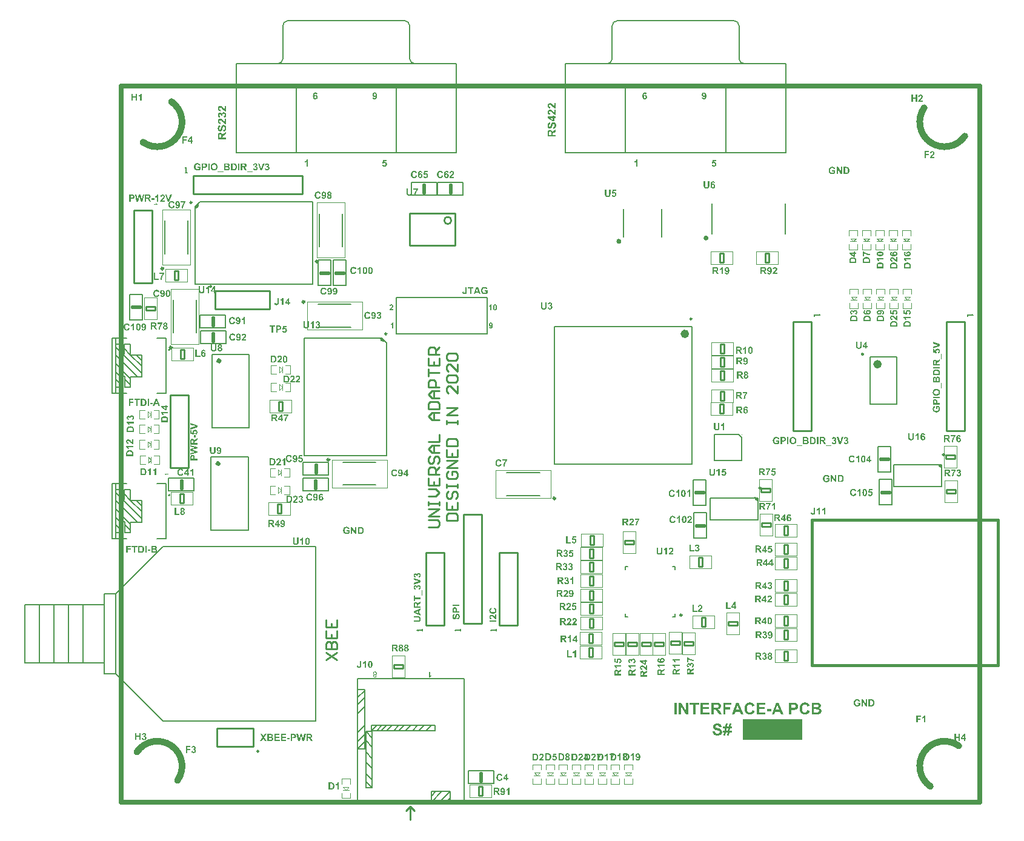
<source format=gto>
G04*
G04 #@! TF.GenerationSoftware,Altium Limited,Altium Designer,18.1.7 (191)*
G04*
G04 Layer_Color=65535*
%FSLAX24Y24*%
%MOIN*%
G70*
G01*
G75*
%ADD10C,0.0079*%
%ADD11C,0.0118*%
%ADD12C,0.0350*%
%ADD13C,0.0100*%
%ADD14C,0.0098*%
%ADD15C,0.0236*%
%ADD16C,0.0039*%
%ADD17C,0.0200*%
%ADD18C,0.0080*%
%ADD19C,0.0020*%
%ADD20C,0.0050*%
%ADD21C,0.0020*%
%ADD22C,0.0060*%
%ADD23C,0.0150*%
%ADD24R,0.3283X0.1117*%
%ADD25C,0.0250*%
G36*
X4120Y32809D02*
X4238Y32839D01*
Y32780D01*
X4120Y32662D01*
X4042D01*
X4120Y32809D01*
D02*
G37*
G36*
X14385Y25446D02*
X14414Y25328D01*
X14355D01*
X14237Y25446D01*
Y25525D01*
X14385Y25446D01*
D02*
G37*
G36*
X34991Y16684D02*
X35020Y16566D01*
X34961D01*
X34843Y16684D01*
Y16762D01*
X34991Y16684D01*
D02*
G37*
G36*
X45098Y18509D02*
X45127Y18391D01*
X45068D01*
X44950Y18509D01*
Y18588D01*
X45098Y18509D01*
D02*
G37*
G36*
X2573Y18055D02*
Y18018D01*
X2434D01*
X2435Y18018D01*
X2435Y18017D01*
X2436Y18016D01*
X2438Y18015D01*
X2439Y18013D01*
X2441Y18010D01*
X2443Y18008D01*
X2445Y18005D01*
X2447Y18001D01*
X2449Y17998D01*
X2452Y17994D01*
X2454Y17990D01*
X2458Y17981D01*
X2462Y17971D01*
X2429D01*
Y17971D01*
X2429Y17971D01*
X2428Y17972D01*
X2428Y17973D01*
X2427Y17976D01*
X2425Y17980D01*
X2423Y17985D01*
X2420Y17990D01*
X2416Y17996D01*
X2411Y18002D01*
X2411Y18002D01*
X2411Y18003D01*
X2410Y18004D01*
X2409Y18005D01*
X2406Y18008D01*
X2403Y18011D01*
X2398Y18015D01*
X2393Y18019D01*
X2387Y18022D01*
X2380Y18025D01*
Y18055D01*
X2573D01*
D02*
G37*
G36*
X1924Y32930D02*
Y32930D01*
X1925Y32929D01*
X1925Y32929D01*
X1925Y32928D01*
X1927Y32925D01*
X1928Y32921D01*
X1930Y32916D01*
X1933Y32911D01*
X1937Y32905D01*
X1942Y32899D01*
X1942Y32899D01*
X1942Y32898D01*
X1943Y32897D01*
X1944Y32896D01*
X1947Y32893D01*
X1951Y32890D01*
X1955Y32886D01*
X1961Y32882D01*
X1966Y32878D01*
X1973Y32876D01*
Y32846D01*
X1780D01*
Y32883D01*
X1919D01*
X1919Y32883D01*
X1918Y32883D01*
X1917Y32885D01*
X1916Y32886D01*
X1914Y32888D01*
X1912Y32890D01*
X1910Y32893D01*
X1908Y32896D01*
X1906Y32900D01*
X1904Y32903D01*
X1901Y32907D01*
X1899Y32911D01*
X1895Y32920D01*
X1891Y32930D01*
X1924D01*
D02*
G37*
G36*
X36034Y20071D02*
X36040Y20070D01*
X36047Y20070D01*
X36055Y20069D01*
X36063Y20068D01*
X36081Y20064D01*
X36099Y20059D01*
X36108Y20055D01*
X36117Y20052D01*
X36126Y20047D01*
X36133Y20042D01*
X36134Y20041D01*
X36135Y20041D01*
X36137Y20038D01*
X36140Y20036D01*
X36143Y20033D01*
X36147Y20029D01*
X36151Y20025D01*
X36155Y20020D01*
X36160Y20014D01*
X36164Y20008D01*
X36168Y20002D01*
X36172Y19994D01*
X36177Y19986D01*
X36180Y19978D01*
X36183Y19968D01*
X36186Y19959D01*
X36108Y19944D01*
Y19945D01*
X36108Y19946D01*
X36107Y19949D01*
X36105Y19954D01*
X36101Y19961D01*
X36097Y19968D01*
X36092Y19975D01*
X36085Y19982D01*
X36077Y19989D01*
X36076Y19989D01*
X36073Y19992D01*
X36068Y19994D01*
X36062Y19997D01*
X36054Y20001D01*
X36045Y20003D01*
X36034Y20005D01*
X36022Y20006D01*
X36017D01*
X36014Y20005D01*
X36009Y20004D01*
X36004Y20004D01*
X35999Y20003D01*
X35992Y20002D01*
X35980Y19998D01*
X35973Y19995D01*
X35966Y19992D01*
X35960Y19988D01*
X35953Y19984D01*
X35947Y19978D01*
X35941Y19973D01*
X35940Y19972D01*
X35940Y19971D01*
X35938Y19969D01*
X35936Y19967D01*
X35934Y19963D01*
X35931Y19959D01*
X35929Y19954D01*
X35926Y19949D01*
X35924Y19942D01*
X35921Y19935D01*
X35918Y19927D01*
X35916Y19919D01*
X35914Y19910D01*
X35913Y19899D01*
X35912Y19888D01*
X35911Y19877D01*
Y19876D01*
Y19874D01*
Y19870D01*
X35912Y19866D01*
X35913Y19860D01*
X35913Y19853D01*
X35914Y19846D01*
X35915Y19838D01*
X35919Y19821D01*
X35924Y19804D01*
X35928Y19796D01*
X35931Y19788D01*
X35936Y19780D01*
X35941Y19774D01*
X35942Y19773D01*
X35943Y19772D01*
X35945Y19770D01*
X35947Y19768D01*
X35950Y19766D01*
X35954Y19762D01*
X35958Y19760D01*
X35963Y19756D01*
X35969Y19753D01*
X35974Y19750D01*
X35988Y19745D01*
X35996Y19742D01*
X36004Y19741D01*
X36012Y19740D01*
X36021Y19739D01*
X36026D01*
X36030Y19740D01*
X36037Y19740D01*
X36044Y19741D01*
X36052Y19743D01*
X36061Y19745D01*
X36070Y19749D01*
X36071D01*
X36071Y19749D01*
X36074Y19750D01*
X36079Y19752D01*
X36085Y19755D01*
X36091Y19759D01*
X36098Y19762D01*
X36106Y19767D01*
X36112Y19772D01*
Y19821D01*
X36024D01*
Y19886D01*
X36191D01*
Y19732D01*
X36189Y19731D01*
X36188Y19730D01*
X36186Y19728D01*
X36183Y19726D01*
X36181Y19724D01*
X36173Y19718D01*
X36162Y19712D01*
X36150Y19705D01*
X36136Y19698D01*
X36120Y19691D01*
X36119D01*
X36117Y19690D01*
X36115Y19689D01*
X36112Y19688D01*
X36107Y19687D01*
X36102Y19685D01*
X36097Y19684D01*
X36091Y19682D01*
X36077Y19679D01*
X36061Y19676D01*
X36044Y19674D01*
X36026Y19673D01*
X36020D01*
X36016Y19674D01*
X36011D01*
X36005Y19674D01*
X35998Y19675D01*
X35990Y19676D01*
X35974Y19679D01*
X35956Y19684D01*
X35938Y19690D01*
X35930Y19694D01*
X35921Y19698D01*
X35920Y19699D01*
X35919Y19699D01*
X35916Y19701D01*
X35914Y19703D01*
X35910Y19705D01*
X35906Y19709D01*
X35901Y19713D01*
X35896Y19717D01*
X35885Y19727D01*
X35874Y19740D01*
X35863Y19754D01*
X35854Y19771D01*
Y19771D01*
X35853Y19773D01*
X35851Y19776D01*
X35850Y19779D01*
X35849Y19784D01*
X35846Y19789D01*
X35845Y19795D01*
X35843Y19801D01*
X35840Y19809D01*
X35839Y19817D01*
X35835Y19834D01*
X35833Y19853D01*
X35831Y19873D01*
Y19874D01*
Y19876D01*
Y19880D01*
X35832Y19883D01*
Y19889D01*
X35833Y19895D01*
X35834Y19902D01*
X35835Y19910D01*
X35838Y19926D01*
X35842Y19944D01*
X35848Y19962D01*
X35852Y19971D01*
X35856Y19980D01*
X35857Y19981D01*
X35858Y19982D01*
X35859Y19984D01*
X35861Y19988D01*
X35864Y19992D01*
X35867Y19996D01*
X35871Y20001D01*
X35875Y20007D01*
X35880Y20012D01*
X35885Y20018D01*
X35891Y20024D01*
X35898Y20031D01*
X35905Y20036D01*
X35913Y20042D01*
X35930Y20052D01*
X35930D01*
X35931Y20053D01*
X35934Y20054D01*
X35936Y20055D01*
X35940Y20057D01*
X35944Y20058D01*
X35950Y20060D01*
X35955Y20062D01*
X35961Y20064D01*
X35969Y20065D01*
X35976Y20067D01*
X35984Y20069D01*
X36002Y20071D01*
X36022Y20072D01*
X36029D01*
X36034Y20071D01*
D02*
G37*
G36*
X39577Y19680D02*
X39493D01*
X39355Y20064D01*
X39439D01*
X39537Y19780D01*
X39630Y20064D01*
X39713D01*
X39577Y19680D01*
D02*
G37*
G36*
X39866Y20066D02*
X39871Y20065D01*
X39876Y20065D01*
X39882Y20064D01*
X39888Y20062D01*
X39902Y20058D01*
X39909Y20055D01*
X39917Y20052D01*
X39924Y20048D01*
X39931Y20043D01*
X39938Y20038D01*
X39944Y20032D01*
X39945Y20031D01*
X39945Y20031D01*
X39947Y20029D01*
X39948Y20027D01*
X39953Y20021D01*
X39958Y20013D01*
X39963Y20004D01*
X39967Y19993D01*
X39970Y19981D01*
X39971Y19974D01*
X39971Y19968D01*
Y19967D01*
Y19966D01*
X39971Y19963D01*
X39970Y19959D01*
X39970Y19955D01*
X39968Y19950D01*
X39967Y19944D01*
X39965Y19938D01*
X39961Y19932D01*
X39958Y19926D01*
X39953Y19919D01*
X39948Y19912D01*
X39941Y19906D01*
X39934Y19899D01*
X39926Y19893D01*
X39916Y19887D01*
X39916D01*
X39917Y19886D01*
X39919D01*
X39921Y19885D01*
X39927Y19883D01*
X39935Y19880D01*
X39943Y19876D01*
X39952Y19870D01*
X39961Y19863D01*
X39968Y19855D01*
X39970Y19853D01*
X39972Y19850D01*
X39975Y19845D01*
X39978Y19838D01*
X39982Y19830D01*
X39985Y19819D01*
X39987Y19808D01*
X39988Y19795D01*
Y19795D01*
Y19793D01*
Y19790D01*
X39988Y19787D01*
X39987Y19782D01*
X39986Y19777D01*
X39985Y19771D01*
X39984Y19765D01*
X39980Y19752D01*
X39976Y19745D01*
X39973Y19737D01*
X39968Y19730D01*
X39963Y19722D01*
X39958Y19715D01*
X39951Y19709D01*
X39951Y19708D01*
X39950Y19707D01*
X39947Y19705D01*
X39945Y19703D01*
X39941Y19700D01*
X39937Y19698D01*
X39931Y19694D01*
X39926Y19691D01*
X39920Y19688D01*
X39912Y19684D01*
X39905Y19681D01*
X39897Y19679D01*
X39888Y19676D01*
X39879Y19675D01*
X39869Y19674D01*
X39859Y19673D01*
X39854D01*
X39850Y19674D01*
X39846Y19674D01*
X39841Y19675D01*
X39835Y19676D01*
X39829Y19677D01*
X39815Y19680D01*
X39801Y19686D01*
X39793Y19689D01*
X39786Y19693D01*
X39779Y19698D01*
X39773Y19703D01*
X39772Y19704D01*
X39771Y19705D01*
X39769Y19706D01*
X39767Y19709D01*
X39764Y19711D01*
X39761Y19715D01*
X39758Y19719D01*
X39755Y19724D01*
X39751Y19730D01*
X39748Y19735D01*
X39741Y19749D01*
X39736Y19764D01*
X39734Y19772D01*
X39733Y19781D01*
X39804Y19790D01*
Y19790D01*
Y19789D01*
X39805Y19786D01*
X39806Y19781D01*
X39808Y19775D01*
X39810Y19768D01*
X39813Y19761D01*
X39818Y19754D01*
X39822Y19748D01*
X39823Y19747D01*
X39825Y19746D01*
X39829Y19744D01*
X39832Y19741D01*
X39838Y19739D01*
X39844Y19736D01*
X39851Y19735D01*
X39859Y19734D01*
X39860D01*
X39862Y19735D01*
X39866Y19735D01*
X39872Y19736D01*
X39878Y19739D01*
X39884Y19741D01*
X39891Y19746D01*
X39897Y19751D01*
X39897Y19752D01*
X39900Y19755D01*
X39902Y19759D01*
X39905Y19764D01*
X39908Y19770D01*
X39911Y19779D01*
X39912Y19788D01*
X39913Y19799D01*
Y19799D01*
Y19800D01*
Y19803D01*
X39912Y19808D01*
X39911Y19815D01*
X39909Y19822D01*
X39906Y19829D01*
X39902Y19836D01*
X39897Y19843D01*
X39897Y19843D01*
X39895Y19846D01*
X39891Y19848D01*
X39887Y19851D01*
X39882Y19855D01*
X39876Y19857D01*
X39869Y19859D01*
X39861Y19860D01*
X39856D01*
X39852Y19859D01*
X39847Y19858D01*
X39841Y19857D01*
X39835Y19856D01*
X39827Y19854D01*
X39835Y19913D01*
X39840D01*
X39846Y19914D01*
X39852Y19915D01*
X39860Y19916D01*
X39867Y19918D01*
X39875Y19922D01*
X39881Y19926D01*
X39882Y19927D01*
X39884Y19929D01*
X39886Y19932D01*
X39890Y19936D01*
X39892Y19941D01*
X39895Y19947D01*
X39897Y19954D01*
X39897Y19963D01*
Y19964D01*
Y19966D01*
X39897Y19969D01*
X39896Y19974D01*
X39895Y19979D01*
X39892Y19984D01*
X39890Y19989D01*
X39886Y19994D01*
X39885Y19994D01*
X39884Y19996D01*
X39881Y19998D01*
X39877Y20000D01*
X39873Y20002D01*
X39868Y20004D01*
X39861Y20005D01*
X39855Y20006D01*
X39851D01*
X39848Y20005D01*
X39844Y20004D01*
X39839Y20002D01*
X39833Y20000D01*
X39827Y19997D01*
X39822Y19992D01*
X39822Y19992D01*
X39820Y19990D01*
X39818Y19987D01*
X39815Y19982D01*
X39813Y19977D01*
X39810Y19971D01*
X39808Y19963D01*
X39806Y19954D01*
X39739Y19965D01*
Y19966D01*
X39739Y19967D01*
Y19968D01*
X39740Y19971D01*
X39741Y19977D01*
X39744Y19986D01*
X39747Y19994D01*
X39750Y20004D01*
X39755Y20013D01*
X39760Y20021D01*
X39760Y20022D01*
X39763Y20024D01*
X39766Y20028D01*
X39770Y20033D01*
X39776Y20038D01*
X39783Y20044D01*
X39791Y20049D01*
X39800Y20054D01*
X39800D01*
X39801Y20055D01*
X39804Y20056D01*
X39810Y20058D01*
X39816Y20060D01*
X39825Y20063D01*
X39835Y20065D01*
X39845Y20066D01*
X39857Y20067D01*
X39862D01*
X39866Y20066D01*
D02*
G37*
G36*
X39209D02*
X39214Y20065D01*
X39219Y20065D01*
X39225Y20064D01*
X39231Y20062D01*
X39245Y20058D01*
X39253Y20055D01*
X39260Y20052D01*
X39267Y20048D01*
X39274Y20043D01*
X39281Y20038D01*
X39287Y20032D01*
X39288Y20031D01*
X39289Y20031D01*
X39290Y20029D01*
X39292Y20027D01*
X39296Y20021D01*
X39301Y20013D01*
X39306Y20004D01*
X39310Y19993D01*
X39314Y19981D01*
X39314Y19974D01*
X39315Y19968D01*
Y19967D01*
Y19966D01*
X39314Y19963D01*
X39314Y19959D01*
X39313Y19955D01*
X39312Y19950D01*
X39310Y19944D01*
X39308Y19938D01*
X39305Y19932D01*
X39301Y19926D01*
X39297Y19919D01*
X39291Y19912D01*
X39285Y19906D01*
X39277Y19899D01*
X39269Y19893D01*
X39259Y19887D01*
X39260D01*
X39261Y19886D01*
X39263D01*
X39265Y19885D01*
X39271Y19883D01*
X39278Y19880D01*
X39286Y19876D01*
X39295Y19870D01*
X39304Y19863D01*
X39312Y19855D01*
X39313Y19853D01*
X39315Y19850D01*
X39318Y19845D01*
X39322Y19838D01*
X39326Y19830D01*
X39329Y19819D01*
X39331Y19808D01*
X39332Y19795D01*
Y19795D01*
Y19793D01*
Y19790D01*
X39331Y19787D01*
X39331Y19782D01*
X39330Y19777D01*
X39329Y19771D01*
X39327Y19765D01*
X39323Y19752D01*
X39320Y19745D01*
X39316Y19737D01*
X39312Y19730D01*
X39307Y19722D01*
X39301Y19715D01*
X39295Y19709D01*
X39294Y19708D01*
X39293Y19707D01*
X39291Y19705D01*
X39288Y19703D01*
X39284Y19700D01*
X39280Y19698D01*
X39275Y19694D01*
X39269Y19691D01*
X39263Y19688D01*
X39256Y19684D01*
X39248Y19681D01*
X39240Y19679D01*
X39231Y19676D01*
X39223Y19675D01*
X39213Y19674D01*
X39203Y19673D01*
X39198D01*
X39194Y19674D01*
X39189Y19674D01*
X39184Y19675D01*
X39179Y19676D01*
X39172Y19677D01*
X39159Y19680D01*
X39144Y19686D01*
X39137Y19689D01*
X39130Y19693D01*
X39123Y19698D01*
X39116Y19703D01*
X39115Y19704D01*
X39114Y19705D01*
X39113Y19706D01*
X39110Y19709D01*
X39108Y19711D01*
X39105Y19715D01*
X39102Y19719D01*
X39098Y19724D01*
X39095Y19730D01*
X39091Y19735D01*
X39085Y19749D01*
X39080Y19764D01*
X39078Y19772D01*
X39077Y19781D01*
X39148Y19790D01*
Y19790D01*
Y19789D01*
X39148Y19786D01*
X39149Y19781D01*
X39151Y19775D01*
X39154Y19768D01*
X39156Y19761D01*
X39161Y19754D01*
X39166Y19748D01*
X39166Y19747D01*
X39169Y19746D01*
X39172Y19744D01*
X39176Y19741D01*
X39181Y19739D01*
X39188Y19736D01*
X39194Y19735D01*
X39202Y19734D01*
X39203D01*
X39206Y19735D01*
X39210Y19735D01*
X39215Y19736D01*
X39221Y19739D01*
X39228Y19741D01*
X39234Y19746D01*
X39240Y19751D01*
X39241Y19752D01*
X39243Y19755D01*
X39245Y19759D01*
X39249Y19764D01*
X39251Y19770D01*
X39254Y19779D01*
X39256Y19788D01*
X39256Y19799D01*
Y19799D01*
Y19800D01*
Y19803D01*
X39256Y19808D01*
X39255Y19815D01*
X39253Y19822D01*
X39250Y19829D01*
X39246Y19836D01*
X39241Y19843D01*
X39240Y19843D01*
X39238Y19846D01*
X39235Y19848D01*
X39231Y19851D01*
X39225Y19855D01*
X39219Y19857D01*
X39213Y19859D01*
X39205Y19860D01*
X39199D01*
X39195Y19859D01*
X39190Y19858D01*
X39184Y19857D01*
X39178Y19856D01*
X39171Y19854D01*
X39179Y19913D01*
X39184D01*
X39189Y19914D01*
X39196Y19915D01*
X39203Y19916D01*
X39211Y19918D01*
X39218Y19922D01*
X39225Y19926D01*
X39225Y19927D01*
X39228Y19929D01*
X39230Y19932D01*
X39233Y19936D01*
X39236Y19941D01*
X39239Y19947D01*
X39240Y19954D01*
X39241Y19963D01*
Y19964D01*
Y19966D01*
X39240Y19969D01*
X39239Y19974D01*
X39238Y19979D01*
X39236Y19984D01*
X39233Y19989D01*
X39229Y19994D01*
X39229Y19994D01*
X39227Y19996D01*
X39225Y19998D01*
X39221Y20000D01*
X39216Y20002D01*
X39211Y20004D01*
X39205Y20005D01*
X39198Y20006D01*
X39195D01*
X39191Y20005D01*
X39187Y20004D01*
X39182Y20002D01*
X39176Y20000D01*
X39171Y19997D01*
X39166Y19992D01*
X39165Y19992D01*
X39164Y19990D01*
X39162Y19987D01*
X39159Y19982D01*
X39156Y19977D01*
X39154Y19971D01*
X39152Y19963D01*
X39150Y19954D01*
X39082Y19965D01*
Y19966D01*
X39083Y19967D01*
Y19968D01*
X39083Y19971D01*
X39085Y19977D01*
X39087Y19986D01*
X39090Y19994D01*
X39094Y20004D01*
X39098Y20013D01*
X39103Y20021D01*
X39104Y20022D01*
X39106Y20024D01*
X39109Y20028D01*
X39114Y20033D01*
X39119Y20038D01*
X39126Y20044D01*
X39134Y20049D01*
X39143Y20054D01*
X39144D01*
X39144Y20055D01*
X39148Y20056D01*
X39153Y20058D01*
X39160Y20060D01*
X39168Y20063D01*
X39178Y20065D01*
X39189Y20066D01*
X39200Y20067D01*
X39205D01*
X39209Y20066D01*
D02*
G37*
G36*
X38588Y20064D02*
X38594D01*
X38600Y20063D01*
X38608D01*
X38622Y20062D01*
X38637Y20060D01*
X38651Y20057D01*
X38657Y20055D01*
X38663Y20054D01*
X38663D01*
X38664Y20053D01*
X38667Y20052D01*
X38672Y20049D01*
X38679Y20046D01*
X38686Y20040D01*
X38693Y20034D01*
X38700Y20026D01*
X38707Y20017D01*
Y20016D01*
X38708Y20016D01*
X38709Y20014D01*
X38710Y20012D01*
X38712Y20007D01*
X38716Y19999D01*
X38719Y19991D01*
X38721Y19981D01*
X38724Y19969D01*
X38724Y19957D01*
Y19956D01*
Y19955D01*
Y19952D01*
X38724Y19949D01*
Y19946D01*
X38723Y19942D01*
X38721Y19932D01*
X38718Y19920D01*
X38714Y19908D01*
X38707Y19896D01*
X38703Y19891D01*
X38699Y19885D01*
X38698Y19885D01*
X38698Y19884D01*
X38696Y19882D01*
X38694Y19881D01*
X38691Y19878D01*
X38688Y19876D01*
X38684Y19873D01*
X38680Y19870D01*
X38675Y19867D01*
X38669Y19864D01*
X38663Y19861D01*
X38656Y19858D01*
X38648Y19856D01*
X38640Y19853D01*
X38632Y19851D01*
X38623Y19850D01*
X38623D01*
X38624Y19849D01*
X38627Y19847D01*
X38631Y19844D01*
X38637Y19840D01*
X38644Y19835D01*
X38650Y19830D01*
X38658Y19824D01*
X38664Y19817D01*
X38664Y19817D01*
X38667Y19814D01*
X38670Y19810D01*
X38675Y19803D01*
X38682Y19795D01*
X38685Y19789D01*
X38689Y19784D01*
X38694Y19777D01*
X38698Y19771D01*
X38703Y19763D01*
X38708Y19755D01*
X38755Y19680D01*
X38662D01*
X38607Y19764D01*
X38606Y19764D01*
X38605Y19766D01*
X38604Y19768D01*
X38602Y19771D01*
X38599Y19774D01*
X38597Y19779D01*
X38590Y19787D01*
X38583Y19797D01*
X38577Y19806D01*
X38570Y19815D01*
X38568Y19817D01*
X38565Y19820D01*
X38565Y19821D01*
X38564Y19822D01*
X38562Y19824D01*
X38559Y19827D01*
X38555Y19829D01*
X38551Y19832D01*
X38547Y19834D01*
X38542Y19836D01*
X38542D01*
X38540Y19837D01*
X38537Y19838D01*
X38533Y19838D01*
X38527Y19840D01*
X38520Y19840D01*
X38513Y19841D01*
X38488D01*
Y19680D01*
X38410D01*
Y20064D01*
X38583D01*
X38588Y20064D01*
D02*
G37*
G36*
X38336Y19680D02*
X38258D01*
Y20064D01*
X38336D01*
Y19680D01*
D02*
G37*
G36*
X38031Y20064D02*
X38042Y20063D01*
X38053Y20063D01*
X38065Y20061D01*
X38077Y20059D01*
X38088Y20057D01*
X38088D01*
X38089Y20056D01*
X38091Y20055D01*
X38093Y20055D01*
X38100Y20052D01*
X38108Y20048D01*
X38116Y20043D01*
X38126Y20037D01*
X38136Y20030D01*
X38145Y20021D01*
X38146D01*
X38146Y20020D01*
X38149Y20017D01*
X38154Y20011D01*
X38159Y20004D01*
X38165Y19995D01*
X38171Y19984D01*
X38177Y19972D01*
X38182Y19959D01*
Y19958D01*
X38182Y19957D01*
X38183Y19955D01*
X38184Y19952D01*
X38185Y19949D01*
X38186Y19944D01*
X38187Y19940D01*
X38189Y19934D01*
X38190Y19928D01*
X38191Y19921D01*
X38192Y19913D01*
X38192Y19905D01*
X38194Y19888D01*
X38195Y19868D01*
Y19868D01*
Y19866D01*
Y19864D01*
Y19861D01*
X38194Y19856D01*
Y19852D01*
X38194Y19846D01*
X38193Y19840D01*
X38192Y19827D01*
X38190Y19814D01*
X38186Y19800D01*
X38182Y19787D01*
Y19786D01*
X38182Y19785D01*
X38181Y19783D01*
X38180Y19780D01*
X38179Y19776D01*
X38176Y19772D01*
X38172Y19762D01*
X38166Y19752D01*
X38159Y19740D01*
X38151Y19729D01*
X38141Y19719D01*
X38140Y19718D01*
X38138Y19715D01*
X38133Y19712D01*
X38127Y19708D01*
X38119Y19703D01*
X38110Y19698D01*
X38099Y19693D01*
X38087Y19688D01*
X38086D01*
X38086Y19688D01*
X38084D01*
X38083Y19687D01*
X38076Y19686D01*
X38069Y19684D01*
X38059Y19683D01*
X38048Y19681D01*
X38034Y19681D01*
X38019Y19680D01*
X37873D01*
Y20064D01*
X38027D01*
X38031Y20064D01*
D02*
G37*
G36*
X37665D02*
X37676Y20063D01*
X37687Y20063D01*
X37697Y20062D01*
X37707Y20060D01*
X37708D01*
X37711Y20060D01*
X37715Y20059D01*
X37720Y20057D01*
X37726Y20055D01*
X37733Y20052D01*
X37740Y20049D01*
X37747Y20044D01*
X37747Y20044D01*
X37750Y20042D01*
X37753Y20039D01*
X37757Y20036D01*
X37762Y20031D01*
X37767Y20026D01*
X37772Y20019D01*
X37776Y20012D01*
X37777Y20011D01*
X37778Y20009D01*
X37780Y20004D01*
X37782Y19999D01*
X37785Y19992D01*
X37787Y19985D01*
X37788Y19976D01*
X37788Y19967D01*
Y19967D01*
Y19966D01*
Y19963D01*
X37788Y19958D01*
X37787Y19951D01*
X37785Y19943D01*
X37782Y19935D01*
X37778Y19927D01*
X37773Y19918D01*
X37773Y19917D01*
X37771Y19914D01*
X37767Y19910D01*
X37763Y19905D01*
X37758Y19900D01*
X37751Y19894D01*
X37743Y19889D01*
X37735Y19884D01*
X37735D01*
X37736Y19883D01*
X37738Y19883D01*
X37740Y19882D01*
X37747Y19880D01*
X37755Y19876D01*
X37763Y19871D01*
X37772Y19865D01*
X37781Y19858D01*
X37788Y19849D01*
X37789Y19848D01*
X37791Y19845D01*
X37795Y19840D01*
X37798Y19833D01*
X37801Y19824D01*
X37805Y19815D01*
X37807Y19804D01*
X37807Y19791D01*
Y19791D01*
Y19790D01*
Y19787D01*
X37807Y19782D01*
X37806Y19775D01*
X37805Y19767D01*
X37802Y19759D01*
X37799Y19750D01*
X37795Y19740D01*
X37795Y19739D01*
X37793Y19736D01*
X37790Y19732D01*
X37786Y19726D01*
X37782Y19720D01*
X37776Y19714D01*
X37770Y19707D01*
X37762Y19701D01*
X37761Y19700D01*
X37758Y19699D01*
X37753Y19696D01*
X37747Y19693D01*
X37740Y19690D01*
X37731Y19687D01*
X37721Y19684D01*
X37710Y19683D01*
X37707D01*
X37705Y19682D01*
X37700D01*
X37696Y19681D01*
X37685D01*
X37679Y19681D01*
X37662D01*
X37652Y19680D01*
X37486D01*
Y20064D01*
X37655D01*
X37665Y20064D01*
D02*
G37*
G36*
X36696Y19680D02*
X36618D01*
Y20064D01*
X36696D01*
Y19680D01*
D02*
G37*
G36*
X36410Y20064D02*
X36425D01*
X36440Y20063D01*
X36456Y20062D01*
X36463Y20061D01*
X36469Y20060D01*
X36475Y20059D01*
X36479Y20058D01*
X36480D01*
X36481Y20058D01*
X36483Y20057D01*
X36485Y20057D01*
X36491Y20054D01*
X36499Y20050D01*
X36507Y20046D01*
X36516Y20039D01*
X36525Y20031D01*
X36534Y20021D01*
Y20020D01*
X36535Y20019D01*
X36536Y20018D01*
X36537Y20016D01*
X36540Y20012D01*
X36541Y20009D01*
X36544Y20005D01*
X36546Y20001D01*
X36550Y19989D01*
X36554Y19977D01*
X36556Y19962D01*
X36557Y19946D01*
Y19946D01*
Y19944D01*
Y19943D01*
Y19940D01*
X36556Y19937D01*
Y19933D01*
X36555Y19926D01*
X36554Y19916D01*
X36551Y19906D01*
X36548Y19896D01*
X36544Y19886D01*
X36543Y19885D01*
X36541Y19882D01*
X36539Y19878D01*
X36535Y19872D01*
X36530Y19867D01*
X36524Y19860D01*
X36518Y19854D01*
X36511Y19848D01*
X36510Y19848D01*
X36507Y19846D01*
X36504Y19844D01*
X36499Y19841D01*
X36493Y19838D01*
X36486Y19835D01*
X36479Y19832D01*
X36471Y19830D01*
X36470D01*
X36468Y19830D01*
X36466D01*
X36463Y19829D01*
X36459Y19828D01*
X36455Y19828D01*
X36450D01*
X36445Y19827D01*
X36439Y19827D01*
X36433Y19826D01*
X36425Y19826D01*
X36418D01*
X36409Y19825D01*
X36340D01*
Y19680D01*
X36263D01*
Y20064D01*
X36404D01*
X36410Y20064D01*
D02*
G37*
G36*
X36948Y20071D02*
X36953D01*
X36960Y20070D01*
X36969Y20069D01*
X36978Y20067D01*
X36988Y20065D01*
X36999Y20062D01*
X37010Y20059D01*
X37021Y20054D01*
X37033Y20049D01*
X37044Y20043D01*
X37055Y20036D01*
X37065Y20028D01*
X37075Y20018D01*
X37076Y20018D01*
X37077Y20016D01*
X37080Y20013D01*
X37083Y20009D01*
X37087Y20003D01*
X37091Y19997D01*
X37096Y19989D01*
X37101Y19980D01*
X37106Y19971D01*
X37110Y19959D01*
X37115Y19947D01*
X37119Y19935D01*
X37122Y19920D01*
X37124Y19905D01*
X37126Y19889D01*
X37126Y19872D01*
Y19871D01*
Y19868D01*
X37126Y19863D01*
Y19856D01*
X37125Y19848D01*
X37124Y19840D01*
X37122Y19829D01*
X37120Y19819D01*
X37117Y19807D01*
X37114Y19795D01*
X37110Y19782D01*
X37105Y19770D01*
X37099Y19759D01*
X37092Y19747D01*
X37084Y19736D01*
X37075Y19725D01*
X37075Y19725D01*
X37073Y19723D01*
X37070Y19720D01*
X37066Y19717D01*
X37061Y19713D01*
X37055Y19709D01*
X37048Y19704D01*
X37040Y19699D01*
X37030Y19694D01*
X37020Y19690D01*
X37009Y19685D01*
X36997Y19681D01*
X36984Y19678D01*
X36970Y19675D01*
X36956Y19674D01*
X36940Y19673D01*
X36937D01*
X36932Y19674D01*
X36927Y19674D01*
X36919Y19675D01*
X36911Y19676D01*
X36902Y19678D01*
X36892Y19680D01*
X36880Y19683D01*
X36870Y19686D01*
X36858Y19690D01*
X36847Y19695D01*
X36835Y19701D01*
X36825Y19708D01*
X36814Y19716D01*
X36804Y19725D01*
X36804Y19726D01*
X36802Y19727D01*
X36800Y19731D01*
X36797Y19735D01*
X36793Y19740D01*
X36788Y19747D01*
X36784Y19754D01*
X36779Y19763D01*
X36774Y19772D01*
X36770Y19784D01*
X36766Y19795D01*
X36762Y19808D01*
X36758Y19822D01*
X36756Y19837D01*
X36754Y19853D01*
X36754Y19870D01*
Y19870D01*
Y19872D01*
Y19875D01*
X36754Y19880D01*
Y19885D01*
X36755Y19890D01*
X36756Y19897D01*
X36756Y19904D01*
X36758Y19920D01*
X36761Y19936D01*
X36766Y19953D01*
X36771Y19968D01*
Y19969D01*
X36772Y19969D01*
X36773Y19971D01*
X36773Y19973D01*
X36777Y19979D01*
X36781Y19986D01*
X36786Y19994D01*
X36792Y20003D01*
X36799Y20012D01*
X36807Y20021D01*
X36807Y20022D01*
X36808Y20022D01*
X36811Y20025D01*
X36816Y20029D01*
X36822Y20034D01*
X36829Y20040D01*
X36837Y20046D01*
X36847Y20052D01*
X36857Y20056D01*
X36857D01*
X36858Y20057D01*
X36860Y20058D01*
X36863Y20058D01*
X36867Y20060D01*
X36870Y20061D01*
X36875Y20062D01*
X36880Y20064D01*
X36893Y20067D01*
X36907Y20069D01*
X36923Y20071D01*
X36939Y20072D01*
X36943D01*
X36948Y20071D01*
D02*
G37*
G36*
X39059Y19574D02*
X38753D01*
Y19622D01*
X39059D01*
Y19574D01*
D02*
G37*
G36*
X37449D02*
X37143D01*
Y19622D01*
X37449D01*
Y19574D01*
D02*
G37*
G36*
X38791Y17984D02*
X38797Y17984D01*
X38804Y17983D01*
X38812Y17983D01*
X38820Y17981D01*
X38838Y17978D01*
X38856Y17972D01*
X38866Y17969D01*
X38875Y17965D01*
X38883Y17961D01*
X38891Y17955D01*
X38891Y17954D01*
X38893Y17954D01*
X38895Y17952D01*
X38898Y17949D01*
X38901Y17947D01*
X38904Y17943D01*
X38908Y17938D01*
X38913Y17933D01*
X38917Y17928D01*
X38921Y17922D01*
X38926Y17915D01*
X38930Y17907D01*
X38934Y17900D01*
X38938Y17891D01*
X38941Y17882D01*
X38943Y17872D01*
X38866Y17858D01*
Y17858D01*
X38865Y17859D01*
X38864Y17862D01*
X38862Y17867D01*
X38859Y17874D01*
X38855Y17881D01*
X38849Y17888D01*
X38843Y17896D01*
X38835Y17902D01*
X38834Y17903D01*
X38831Y17905D01*
X38826Y17908D01*
X38820Y17911D01*
X38812Y17914D01*
X38802Y17916D01*
X38792Y17918D01*
X38779Y17919D01*
X38774D01*
X38771Y17918D01*
X38767Y17918D01*
X38762Y17917D01*
X38756Y17916D01*
X38750Y17915D01*
X38737Y17911D01*
X38730Y17908D01*
X38724Y17905D01*
X38717Y17901D01*
X38711Y17897D01*
X38704Y17892D01*
X38698Y17886D01*
X38698Y17886D01*
X38697Y17885D01*
X38696Y17883D01*
X38694Y17880D01*
X38692Y17877D01*
X38689Y17873D01*
X38686Y17868D01*
X38684Y17862D01*
X38681Y17856D01*
X38678Y17848D01*
X38676Y17841D01*
X38673Y17832D01*
X38672Y17823D01*
X38670Y17812D01*
X38669Y17802D01*
X38669Y17790D01*
Y17790D01*
Y17787D01*
Y17784D01*
X38669Y17779D01*
X38670Y17773D01*
X38671Y17767D01*
X38672Y17759D01*
X38673Y17751D01*
X38676Y17735D01*
X38682Y17717D01*
X38685Y17709D01*
X38689Y17701D01*
X38694Y17694D01*
X38699Y17687D01*
X38699Y17686D01*
X38701Y17685D01*
X38702Y17684D01*
X38704Y17681D01*
X38708Y17679D01*
X38711Y17676D01*
X38716Y17673D01*
X38721Y17670D01*
X38726Y17666D01*
X38732Y17664D01*
X38745Y17658D01*
X38753Y17656D01*
X38761Y17654D01*
X38770Y17653D01*
X38779Y17653D01*
X38783D01*
X38788Y17653D01*
X38794Y17654D01*
X38802Y17655D01*
X38810Y17656D01*
X38819Y17659D01*
X38828Y17662D01*
X38828D01*
X38829Y17663D01*
X38832Y17664D01*
X38837Y17666D01*
X38842Y17669D01*
X38849Y17672D01*
X38856Y17676D01*
X38863Y17680D01*
X38870Y17685D01*
Y17735D01*
X38781D01*
Y17800D01*
X38948D01*
Y17645D01*
X38947Y17644D01*
X38945Y17643D01*
X38944Y17641D01*
X38941Y17639D01*
X38938Y17637D01*
X38930Y17631D01*
X38920Y17625D01*
X38908Y17618D01*
X38894Y17611D01*
X38877Y17604D01*
X38876D01*
X38875Y17604D01*
X38873Y17603D01*
X38869Y17601D01*
X38865Y17600D01*
X38860Y17599D01*
X38854Y17597D01*
X38848Y17595D01*
X38834Y17592D01*
X38818Y17589D01*
X38802Y17587D01*
X38784Y17586D01*
X38778D01*
X38774Y17587D01*
X38768D01*
X38762Y17588D01*
X38755Y17589D01*
X38748Y17590D01*
X38732Y17593D01*
X38714Y17597D01*
X38696Y17603D01*
X38687Y17607D01*
X38678Y17611D01*
X38678Y17612D01*
X38677Y17613D01*
X38674Y17614D01*
X38671Y17616D01*
X38667Y17619D01*
X38663Y17622D01*
X38658Y17626D01*
X38653Y17630D01*
X38642Y17640D01*
X38631Y17653D01*
X38621Y17668D01*
X38611Y17684D01*
Y17685D01*
X38610Y17686D01*
X38609Y17689D01*
X38608Y17692D01*
X38606Y17697D01*
X38604Y17702D01*
X38602Y17708D01*
X38600Y17715D01*
X38598Y17722D01*
X38596Y17730D01*
X38592Y17747D01*
X38590Y17766D01*
X38589Y17787D01*
Y17787D01*
Y17790D01*
Y17793D01*
X38590Y17797D01*
Y17802D01*
X38590Y17808D01*
X38591Y17815D01*
X38592Y17823D01*
X38595Y17839D01*
X38600Y17857D01*
X38606Y17876D01*
X38610Y17885D01*
X38614Y17893D01*
X38615Y17894D01*
X38615Y17896D01*
X38617Y17898D01*
X38618Y17901D01*
X38621Y17905D01*
X38624Y17909D01*
X38628Y17914D01*
X38632Y17920D01*
X38637Y17926D01*
X38643Y17932D01*
X38649Y17938D01*
X38656Y17944D01*
X38663Y17949D01*
X38670Y17956D01*
X38687Y17966D01*
X38688D01*
X38689Y17967D01*
X38691Y17967D01*
X38694Y17969D01*
X38698Y17970D01*
X38702Y17972D01*
X38707Y17973D01*
X38713Y17976D01*
X38719Y17977D01*
X38726Y17979D01*
X38734Y17981D01*
X38742Y17982D01*
X38759Y17984D01*
X38779Y17985D01*
X38786D01*
X38791Y17984D01*
D02*
G37*
G36*
X39325Y17594D02*
X39248D01*
X39092Y17847D01*
Y17594D01*
X39020D01*
Y17978D01*
X39095D01*
X39254Y17719D01*
Y17978D01*
X39325D01*
Y17594D01*
D02*
G37*
G36*
X39565Y17977D02*
X39576Y17977D01*
X39587Y17976D01*
X39600Y17974D01*
X39611Y17973D01*
X39622Y17970D01*
X39622D01*
X39623Y17969D01*
X39625Y17969D01*
X39627Y17968D01*
X39634Y17966D01*
X39642Y17962D01*
X39651Y17957D01*
X39661Y17951D01*
X39670Y17943D01*
X39680Y17934D01*
X39680D01*
X39681Y17933D01*
X39683Y17930D01*
X39688Y17924D01*
X39693Y17917D01*
X39699Y17908D01*
X39705Y17898D01*
X39711Y17886D01*
X39716Y17872D01*
Y17872D01*
X39717Y17871D01*
X39717Y17868D01*
X39718Y17866D01*
X39719Y17862D01*
X39720Y17858D01*
X39721Y17853D01*
X39723Y17847D01*
X39724Y17841D01*
X39725Y17834D01*
X39726Y17827D01*
X39727Y17818D01*
X39728Y17801D01*
X39729Y17782D01*
Y17781D01*
Y17780D01*
Y17777D01*
Y17774D01*
X39728Y17770D01*
Y17765D01*
X39728Y17760D01*
X39727Y17754D01*
X39726Y17741D01*
X39724Y17727D01*
X39721Y17714D01*
X39717Y17700D01*
Y17700D01*
X39716Y17699D01*
X39715Y17696D01*
X39714Y17693D01*
X39713Y17690D01*
X39711Y17686D01*
X39706Y17676D01*
X39701Y17665D01*
X39693Y17654D01*
X39685Y17643D01*
X39676Y17632D01*
X39675Y17631D01*
X39672Y17629D01*
X39667Y17625D01*
X39661Y17621D01*
X39653Y17616D01*
X39645Y17611D01*
X39633Y17606D01*
X39621Y17601D01*
X39621D01*
X39620Y17601D01*
X39618D01*
X39617Y17600D01*
X39611Y17599D01*
X39603Y17598D01*
X39594Y17596D01*
X39582Y17595D01*
X39568Y17594D01*
X39553Y17594D01*
X39408D01*
Y17978D01*
X39561D01*
X39565Y17977D01*
D02*
G37*
G36*
X12391Y15129D02*
X12397Y15129D01*
X12404Y15128D01*
X12412Y15128D01*
X12420Y15126D01*
X12438Y15123D01*
X12456Y15117D01*
X12466Y15114D01*
X12475Y15110D01*
X12483Y15105D01*
X12491Y15100D01*
X12491Y15099D01*
X12493Y15099D01*
X12495Y15097D01*
X12498Y15094D01*
X12501Y15092D01*
X12504Y15088D01*
X12508Y15083D01*
X12513Y15078D01*
X12517Y15073D01*
X12521Y15067D01*
X12526Y15060D01*
X12530Y15052D01*
X12534Y15044D01*
X12538Y15036D01*
X12541Y15027D01*
X12543Y15017D01*
X12466Y15003D01*
Y15003D01*
X12465Y15004D01*
X12464Y15007D01*
X12462Y15012D01*
X12459Y15019D01*
X12455Y15026D01*
X12449Y15033D01*
X12443Y15041D01*
X12435Y15047D01*
X12434Y15048D01*
X12431Y15050D01*
X12426Y15053D01*
X12420Y15055D01*
X12412Y15059D01*
X12402Y15061D01*
X12392Y15063D01*
X12379Y15064D01*
X12374D01*
X12371Y15063D01*
X12367Y15063D01*
X12362Y15062D01*
X12356Y15061D01*
X12350Y15060D01*
X12337Y15056D01*
X12330Y15053D01*
X12324Y15050D01*
X12317Y15046D01*
X12311Y15042D01*
X12304Y15037D01*
X12298Y15031D01*
X12298Y15031D01*
X12297Y15029D01*
X12296Y15028D01*
X12294Y15025D01*
X12292Y15022D01*
X12289Y15018D01*
X12286Y15013D01*
X12284Y15007D01*
X12281Y15001D01*
X12278Y14993D01*
X12276Y14986D01*
X12273Y14977D01*
X12272Y14968D01*
X12270Y14957D01*
X12269Y14947D01*
X12269Y14935D01*
Y14935D01*
Y14932D01*
Y14928D01*
X12269Y14924D01*
X12270Y14918D01*
X12271Y14912D01*
X12272Y14904D01*
X12273Y14896D01*
X12276Y14880D01*
X12282Y14862D01*
X12285Y14854D01*
X12289Y14846D01*
X12294Y14838D01*
X12299Y14832D01*
X12299Y14831D01*
X12301Y14830D01*
X12302Y14828D01*
X12304Y14826D01*
X12308Y14824D01*
X12311Y14821D01*
X12316Y14818D01*
X12321Y14815D01*
X12326Y14811D01*
X12332Y14809D01*
X12345Y14803D01*
X12353Y14801D01*
X12361Y14799D01*
X12370Y14798D01*
X12379Y14797D01*
X12383D01*
X12388Y14798D01*
X12394Y14799D01*
X12402Y14800D01*
X12410Y14801D01*
X12419Y14804D01*
X12428Y14807D01*
X12428D01*
X12429Y14807D01*
X12432Y14809D01*
X12437Y14811D01*
X12442Y14814D01*
X12449Y14817D01*
X12456Y14821D01*
X12463Y14825D01*
X12470Y14830D01*
Y14880D01*
X12381D01*
Y14944D01*
X12548D01*
Y14790D01*
X12547Y14789D01*
X12545Y14788D01*
X12544Y14786D01*
X12541Y14784D01*
X12538Y14782D01*
X12530Y14776D01*
X12520Y14770D01*
X12508Y14763D01*
X12494Y14756D01*
X12477Y14749D01*
X12476D01*
X12475Y14749D01*
X12473Y14747D01*
X12469Y14746D01*
X12465Y14745D01*
X12460Y14744D01*
X12454Y14742D01*
X12448Y14740D01*
X12434Y14737D01*
X12418Y14734D01*
X12402Y14732D01*
X12384Y14731D01*
X12378D01*
X12374Y14732D01*
X12368D01*
X12362Y14732D01*
X12355Y14734D01*
X12348Y14735D01*
X12332Y14737D01*
X12314Y14742D01*
X12296Y14748D01*
X12287Y14752D01*
X12278Y14756D01*
X12278Y14757D01*
X12277Y14757D01*
X12274Y14759D01*
X12271Y14761D01*
X12267Y14764D01*
X12263Y14767D01*
X12258Y14771D01*
X12253Y14775D01*
X12242Y14785D01*
X12231Y14798D01*
X12221Y14812D01*
X12211Y14829D01*
Y14830D01*
X12210Y14831D01*
X12209Y14834D01*
X12208Y14837D01*
X12206Y14842D01*
X12204Y14847D01*
X12202Y14853D01*
X12200Y14860D01*
X12198Y14867D01*
X12196Y14875D01*
X12192Y14892D01*
X12190Y14911D01*
X12189Y14932D01*
Y14932D01*
Y14935D01*
Y14938D01*
X12190Y14942D01*
Y14947D01*
X12190Y14953D01*
X12191Y14960D01*
X12192Y14968D01*
X12195Y14984D01*
X12200Y15002D01*
X12206Y15021D01*
X12210Y15029D01*
X12214Y15038D01*
X12215Y15039D01*
X12215Y15041D01*
X12217Y15043D01*
X12218Y15046D01*
X12221Y15050D01*
X12225Y15054D01*
X12228Y15059D01*
X12232Y15065D01*
X12237Y15070D01*
X12243Y15077D01*
X12249Y15083D01*
X12256Y15089D01*
X12263Y15094D01*
X12270Y15100D01*
X12287Y15110D01*
X12288D01*
X12289Y15112D01*
X12291Y15112D01*
X12294Y15114D01*
X12298Y15115D01*
X12302Y15117D01*
X12307Y15118D01*
X12313Y15120D01*
X12319Y15122D01*
X12326Y15124D01*
X12334Y15125D01*
X12342Y15127D01*
X12359Y15129D01*
X12379Y15130D01*
X12386D01*
X12391Y15129D01*
D02*
G37*
G36*
X12925Y14739D02*
X12848D01*
X12692Y14992D01*
Y14739D01*
X12620D01*
Y15123D01*
X12695D01*
X12854Y14864D01*
Y15123D01*
X12925D01*
Y14739D01*
D02*
G37*
G36*
X13165Y15122D02*
X13176Y15122D01*
X13187Y15121D01*
X13200Y15119D01*
X13211Y15118D01*
X13222Y15115D01*
X13222D01*
X13224Y15114D01*
X13225Y15114D01*
X13227Y15113D01*
X13234Y15110D01*
X13242Y15107D01*
X13251Y15102D01*
X13261Y15095D01*
X13270Y15088D01*
X13280Y15079D01*
X13280D01*
X13281Y15078D01*
X13283Y15075D01*
X13288Y15069D01*
X13293Y15062D01*
X13299Y15053D01*
X13305Y15043D01*
X13311Y15031D01*
X13316Y15017D01*
Y15017D01*
X13317Y15016D01*
X13317Y15013D01*
X13318Y15011D01*
X13319Y15007D01*
X13320Y15003D01*
X13321Y14998D01*
X13323Y14992D01*
X13324Y14986D01*
X13325Y14979D01*
X13326Y14972D01*
X13327Y14963D01*
X13328Y14946D01*
X13329Y14927D01*
Y14926D01*
Y14925D01*
Y14922D01*
Y14919D01*
X13328Y14915D01*
Y14910D01*
X13328Y14905D01*
X13327Y14898D01*
X13326Y14886D01*
X13324Y14872D01*
X13321Y14858D01*
X13317Y14845D01*
Y14845D01*
X13316Y14843D01*
X13315Y14841D01*
X13314Y14838D01*
X13313Y14835D01*
X13311Y14831D01*
X13306Y14821D01*
X13301Y14810D01*
X13293Y14799D01*
X13285Y14787D01*
X13276Y14777D01*
X13275Y14776D01*
X13272Y14774D01*
X13267Y14770D01*
X13261Y14766D01*
X13253Y14761D01*
X13245Y14756D01*
X13233Y14751D01*
X13221Y14746D01*
X13221D01*
X13220Y14746D01*
X13218D01*
X13217Y14745D01*
X13211Y14744D01*
X13203Y14742D01*
X13194Y14741D01*
X13182Y14740D01*
X13168Y14739D01*
X13153Y14739D01*
X13008D01*
Y15123D01*
X13161D01*
X13165Y15122D01*
D02*
G37*
G36*
X4172Y20700D02*
Y20617D01*
X3788Y20479D01*
Y20563D01*
X4072Y20660D01*
X3788Y20754D01*
Y20837D01*
X4172Y20700D01*
D02*
G37*
G36*
X4051Y20462D02*
X4055D01*
X4060Y20461D01*
X4066Y20461D01*
X4071Y20460D01*
X4085Y20456D01*
X4099Y20451D01*
X4107Y20448D01*
X4114Y20445D01*
X4121Y20440D01*
X4128Y20435D01*
X4129Y20435D01*
X4131Y20433D01*
X4133Y20431D01*
X4136Y20428D01*
X4140Y20425D01*
X4144Y20420D01*
X4149Y20414D01*
X4153Y20408D01*
X4158Y20401D01*
X4163Y20393D01*
X4167Y20385D01*
X4171Y20375D01*
X4174Y20365D01*
X4177Y20355D01*
X4178Y20343D01*
X4179Y20331D01*
Y20326D01*
X4178Y20322D01*
X4178Y20317D01*
X4177Y20312D01*
X4177Y20306D01*
X4176Y20300D01*
X4172Y20286D01*
X4167Y20271D01*
X4164Y20264D01*
X4160Y20257D01*
X4156Y20250D01*
X4151Y20244D01*
X4150Y20243D01*
X4149Y20242D01*
X4148Y20240D01*
X4146Y20238D01*
X4142Y20236D01*
X4139Y20233D01*
X4135Y20230D01*
X4131Y20226D01*
X4125Y20223D01*
X4119Y20219D01*
X4106Y20213D01*
X4091Y20208D01*
X4083Y20206D01*
X4074Y20204D01*
X4066Y20277D01*
X4067D01*
X4070Y20278D01*
X4075Y20279D01*
X4081Y20281D01*
X4087Y20283D01*
X4093Y20286D01*
X4099Y20291D01*
X4106Y20296D01*
X4106Y20296D01*
X4108Y20299D01*
X4110Y20302D01*
X4113Y20306D01*
X4116Y20311D01*
X4118Y20317D01*
X4119Y20325D01*
X4120Y20332D01*
Y20333D01*
X4119Y20336D01*
X4119Y20340D01*
X4118Y20346D01*
X4116Y20352D01*
X4112Y20359D01*
X4107Y20365D01*
X4101Y20371D01*
X4100Y20372D01*
X4098Y20374D01*
X4093Y20376D01*
X4087Y20380D01*
X4079Y20382D01*
X4070Y20385D01*
X4058Y20387D01*
X4045Y20387D01*
X4044D01*
X4043D01*
X4041D01*
X4038D01*
X4032Y20387D01*
X4025Y20385D01*
X4016Y20383D01*
X4007Y20381D01*
X3998Y20377D01*
X3991Y20371D01*
X3991Y20371D01*
X3988Y20369D01*
X3986Y20365D01*
X3982Y20360D01*
X3979Y20354D01*
X3976Y20347D01*
X3974Y20339D01*
X3973Y20330D01*
Y20326D01*
X3974Y20324D01*
X3975Y20319D01*
X3976Y20311D01*
X3980Y20302D01*
X3985Y20292D01*
X3988Y20287D01*
X3992Y20282D01*
X3996Y20277D01*
X4001Y20272D01*
X3993Y20213D01*
X3793Y20251D01*
Y20446D01*
X3861D01*
Y20306D01*
X3927Y20295D01*
Y20295D01*
X3926Y20296D01*
X3925Y20299D01*
X3923Y20304D01*
X3920Y20310D01*
X3918Y20318D01*
X3916Y20326D01*
X3915Y20336D01*
X3914Y20345D01*
Y20350D01*
X3915Y20354D01*
X3915Y20357D01*
X3916Y20362D01*
X3917Y20368D01*
X3919Y20374D01*
X3923Y20387D01*
X3926Y20394D01*
X3929Y20401D01*
X3934Y20408D01*
X3939Y20415D01*
X3944Y20422D01*
X3950Y20428D01*
X3951Y20429D01*
X3952Y20430D01*
X3954Y20432D01*
X3957Y20434D01*
X3960Y20436D01*
X3965Y20440D01*
X3970Y20442D01*
X3975Y20446D01*
X3981Y20449D01*
X3988Y20452D01*
X3996Y20455D01*
X4004Y20457D01*
X4013Y20460D01*
X4022Y20461D01*
X4032Y20462D01*
X4043Y20463D01*
X4043D01*
X4045D01*
X4047D01*
X4051Y20462D01*
D02*
G37*
G36*
X4069Y20032D02*
X3995D01*
Y20176D01*
X4069D01*
Y20032D01*
D02*
G37*
G36*
X4172Y19906D02*
X4088Y19850D01*
X4088Y19850D01*
X4086Y19849D01*
X4084Y19847D01*
X4081Y19845D01*
X4078Y19843D01*
X4073Y19840D01*
X4065Y19834D01*
X4055Y19827D01*
X4046Y19820D01*
X4037Y19814D01*
X4035Y19811D01*
X4032Y19809D01*
X4031Y19809D01*
X4030Y19807D01*
X4028Y19805D01*
X4025Y19802D01*
X4023Y19799D01*
X4020Y19795D01*
X4018Y19790D01*
X4016Y19786D01*
Y19785D01*
X4015Y19784D01*
X4014Y19781D01*
X4013Y19776D01*
X4012Y19771D01*
X4012Y19764D01*
X4011Y19756D01*
Y19731D01*
X4172D01*
Y19654D01*
X3788D01*
Y19827D01*
X3788Y19832D01*
Y19838D01*
X3789Y19844D01*
Y19851D01*
X3790Y19866D01*
X3792Y19881D01*
X3795Y19895D01*
X3796Y19901D01*
X3798Y19906D01*
Y19907D01*
X3799Y19907D01*
X3800Y19911D01*
X3803Y19916D01*
X3806Y19922D01*
X3812Y19929D01*
X3818Y19937D01*
X3826Y19944D01*
X3835Y19951D01*
X3836D01*
X3836Y19951D01*
X3838Y19952D01*
X3840Y19953D01*
X3845Y19956D01*
X3853Y19959D01*
X3861Y19962D01*
X3871Y19965D01*
X3883Y19967D01*
X3895Y19968D01*
X3896D01*
X3897D01*
X3900D01*
X3902Y19967D01*
X3906D01*
X3910Y19967D01*
X3920Y19964D01*
X3932Y19962D01*
X3944Y19957D01*
X3956Y19951D01*
X3961Y19947D01*
X3967Y19942D01*
X3967Y19942D01*
X3968Y19941D01*
X3970Y19939D01*
X3971Y19937D01*
X3974Y19935D01*
X3976Y19932D01*
X3979Y19928D01*
X3982Y19923D01*
X3985Y19918D01*
X3988Y19912D01*
X3991Y19906D01*
X3993Y19900D01*
X3996Y19892D01*
X3998Y19884D01*
X4001Y19876D01*
X4002Y19866D01*
Y19867D01*
X4003Y19867D01*
X4005Y19871D01*
X4008Y19875D01*
X4012Y19881D01*
X4017Y19887D01*
X4022Y19894D01*
X4028Y19901D01*
X4035Y19907D01*
X4035Y19908D01*
X4038Y19911D01*
X4042Y19914D01*
X4049Y19919D01*
X4057Y19926D01*
X4063Y19929D01*
X4068Y19933D01*
X4075Y19937D01*
X4081Y19942D01*
X4089Y19947D01*
X4097Y19952D01*
X4172Y19999D01*
Y19906D01*
D02*
G37*
G36*
Y19520D02*
Y19437D01*
X3885Y19361D01*
X4172Y19285D01*
Y19200D01*
X3788Y19109D01*
Y19189D01*
X4052Y19246D01*
X3788Y19316D01*
Y19409D01*
X4056Y19476D01*
X3788Y19535D01*
Y19613D01*
X4172Y19520D01*
D02*
G37*
G36*
X3915Y19083D02*
X3919D01*
X3926Y19081D01*
X3936Y19080D01*
X3946Y19078D01*
X3956Y19074D01*
X3966Y19070D01*
X3967Y19069D01*
X3970Y19068D01*
X3974Y19065D01*
X3980Y19061D01*
X3985Y19056D01*
X3992Y19050D01*
X3998Y19044D01*
X4003Y19037D01*
X4004Y19036D01*
X4006Y19034D01*
X4008Y19030D01*
X4011Y19025D01*
X4014Y19019D01*
X4017Y19012D01*
X4020Y19005D01*
X4022Y18997D01*
Y18996D01*
X4022Y18994D01*
Y18992D01*
X4023Y18989D01*
X4023Y18985D01*
X4024Y18982D01*
Y18977D01*
X4025Y18972D01*
X4025Y18965D01*
X4026Y18959D01*
X4026Y18952D01*
Y18944D01*
X4027Y18936D01*
Y18867D01*
X4172D01*
Y18789D01*
X3788D01*
Y18930D01*
X3788Y18937D01*
Y18951D01*
X3789Y18967D01*
X3790Y18982D01*
X3791Y18989D01*
X3791Y18995D01*
X3793Y19001D01*
X3794Y19005D01*
Y19006D01*
X3794Y19007D01*
X3795Y19009D01*
X3795Y19011D01*
X3798Y19017D01*
X3801Y19025D01*
X3806Y19033D01*
X3813Y19043D01*
X3821Y19051D01*
X3831Y19060D01*
X3832D01*
X3833Y19061D01*
X3834Y19063D01*
X3836Y19064D01*
X3840Y19066D01*
X3843Y19068D01*
X3847Y19070D01*
X3851Y19072D01*
X3863Y19076D01*
X3875Y19080D01*
X3890Y19082D01*
X3906Y19083D01*
X3906D01*
X3907D01*
X3909D01*
X3912D01*
X3915Y19083D01*
D02*
G37*
G36*
X1593Y13805D02*
X1448D01*
Y13879D01*
X1593D01*
Y13805D01*
D02*
G37*
G36*
X1815Y14086D02*
X1826Y14085D01*
X1837Y14085D01*
X1847Y14084D01*
X1857Y14083D01*
X1858D01*
X1861Y14082D01*
X1865Y14081D01*
X1870Y14079D01*
X1876Y14077D01*
X1883Y14074D01*
X1890Y14071D01*
X1897Y14066D01*
X1897Y14066D01*
X1900Y14064D01*
X1903Y14061D01*
X1907Y14058D01*
X1912Y14053D01*
X1917Y14048D01*
X1922Y14041D01*
X1926Y14034D01*
X1927Y14033D01*
X1928Y14031D01*
X1930Y14026D01*
X1932Y14021D01*
X1935Y14014D01*
X1937Y14007D01*
X1938Y13998D01*
X1938Y13989D01*
Y13989D01*
Y13988D01*
Y13985D01*
X1938Y13980D01*
X1937Y13973D01*
X1935Y13965D01*
X1932Y13957D01*
X1928Y13949D01*
X1923Y13940D01*
X1923Y13939D01*
X1921Y13936D01*
X1917Y13932D01*
X1913Y13927D01*
X1908Y13922D01*
X1901Y13916D01*
X1893Y13911D01*
X1885Y13906D01*
X1885D01*
X1886Y13905D01*
X1888Y13905D01*
X1890Y13904D01*
X1897Y13902D01*
X1905Y13898D01*
X1913Y13893D01*
X1922Y13887D01*
X1931Y13880D01*
X1938Y13871D01*
X1939Y13870D01*
X1941Y13867D01*
X1945Y13862D01*
X1948Y13855D01*
X1951Y13846D01*
X1955Y13837D01*
X1957Y13826D01*
X1957Y13813D01*
Y13813D01*
Y13812D01*
Y13809D01*
X1957Y13804D01*
X1956Y13797D01*
X1955Y13789D01*
X1952Y13781D01*
X1949Y13772D01*
X1945Y13762D01*
X1945Y13761D01*
X1943Y13758D01*
X1940Y13754D01*
X1936Y13748D01*
X1932Y13742D01*
X1926Y13736D01*
X1920Y13729D01*
X1912Y13723D01*
X1911Y13722D01*
X1908Y13721D01*
X1903Y13718D01*
X1897Y13715D01*
X1890Y13712D01*
X1881Y13709D01*
X1871Y13706D01*
X1860Y13705D01*
X1857D01*
X1855Y13704D01*
X1850D01*
X1846Y13703D01*
X1835D01*
X1829Y13703D01*
X1812D01*
X1802Y13702D01*
X1636D01*
Y14086D01*
X1805D01*
X1815Y14086D01*
D02*
G37*
G36*
X1383Y13702D02*
X1305D01*
Y14086D01*
X1383D01*
Y13702D01*
D02*
G37*
G36*
X1078Y14086D02*
X1089Y14085D01*
X1100Y14085D01*
X1113Y14083D01*
X1124Y14081D01*
X1135Y14079D01*
X1135D01*
X1136Y14078D01*
X1138Y14078D01*
X1140Y14077D01*
X1147Y14074D01*
X1155Y14070D01*
X1164Y14065D01*
X1174Y14059D01*
X1183Y14052D01*
X1193Y14043D01*
X1193D01*
X1194Y14042D01*
X1196Y14039D01*
X1201Y14033D01*
X1206Y14026D01*
X1212Y14017D01*
X1218Y14007D01*
X1224Y13994D01*
X1229Y13981D01*
Y13980D01*
X1230Y13979D01*
X1230Y13977D01*
X1231Y13974D01*
X1232Y13971D01*
X1233Y13967D01*
X1234Y13962D01*
X1236Y13956D01*
X1237Y13950D01*
X1238Y13943D01*
X1239Y13935D01*
X1240Y13927D01*
X1241Y13910D01*
X1242Y13891D01*
Y13890D01*
Y13888D01*
Y13886D01*
Y13883D01*
X1241Y13878D01*
Y13874D01*
X1241Y13868D01*
X1240Y13862D01*
X1239Y13849D01*
X1237Y13836D01*
X1234Y13822D01*
X1230Y13809D01*
Y13808D01*
X1229Y13807D01*
X1228Y13805D01*
X1227Y13802D01*
X1226Y13798D01*
X1224Y13794D01*
X1219Y13785D01*
X1214Y13774D01*
X1206Y13762D01*
X1198Y13751D01*
X1189Y13741D01*
X1188Y13740D01*
X1185Y13737D01*
X1180Y13734D01*
X1174Y13730D01*
X1166Y13725D01*
X1158Y13720D01*
X1146Y13715D01*
X1134Y13710D01*
X1134D01*
X1133Y13710D01*
X1131D01*
X1130Y13709D01*
X1124Y13708D01*
X1116Y13706D01*
X1107Y13705D01*
X1095Y13703D01*
X1081Y13703D01*
X1066Y13702D01*
X921D01*
Y14086D01*
X1074D01*
X1078Y14086D01*
D02*
G37*
G36*
X870Y14021D02*
X757D01*
Y13702D01*
X679D01*
Y14021D01*
X565D01*
Y14086D01*
X870D01*
Y14021D01*
D02*
G37*
G36*
X528D02*
X342D01*
Y13930D01*
X503D01*
Y13866D01*
X342D01*
Y13702D01*
X265D01*
Y14086D01*
X528D01*
Y14021D01*
D02*
G37*
G36*
X1728Y21882D02*
X1583D01*
Y21956D01*
X1728D01*
Y21882D01*
D02*
G37*
G36*
X2117Y21780D02*
X2033D01*
X2000Y21867D01*
X1846D01*
X1814Y21780D01*
X1732D01*
X1881Y22164D01*
X1963D01*
X2117Y21780D01*
D02*
G37*
G36*
X1518D02*
X1441D01*
Y22164D01*
X1518D01*
Y21780D01*
D02*
G37*
G36*
X1214Y22163D02*
X1224Y22162D01*
X1236Y22162D01*
X1248Y22160D01*
X1260Y22159D01*
X1270Y22156D01*
X1271D01*
X1272Y22155D01*
X1274Y22155D01*
X1276Y22154D01*
X1282Y22151D01*
X1290Y22147D01*
X1299Y22143D01*
X1309Y22136D01*
X1319Y22129D01*
X1328Y22120D01*
X1329D01*
X1329Y22119D01*
X1332Y22116D01*
X1336Y22110D01*
X1341Y22103D01*
X1347Y22094D01*
X1353Y22084D01*
X1360Y22071D01*
X1365Y22058D01*
Y22058D01*
X1365Y22056D01*
X1366Y22054D01*
X1367Y22051D01*
X1367Y22048D01*
X1368Y22044D01*
X1370Y22039D01*
X1371Y22033D01*
X1372Y22027D01*
X1373Y22020D01*
X1375Y22013D01*
X1375Y22004D01*
X1377Y21987D01*
X1377Y21968D01*
Y21967D01*
Y21965D01*
Y21963D01*
Y21960D01*
X1377Y21955D01*
Y21951D01*
X1376Y21945D01*
X1376Y21939D01*
X1375Y21927D01*
X1372Y21913D01*
X1369Y21899D01*
X1365Y21886D01*
Y21886D01*
X1365Y21884D01*
X1363Y21882D01*
X1362Y21879D01*
X1361Y21876D01*
X1359Y21872D01*
X1355Y21862D01*
X1349Y21851D01*
X1342Y21839D01*
X1334Y21828D01*
X1324Y21818D01*
X1323Y21817D01*
X1320Y21814D01*
X1316Y21811D01*
X1310Y21807D01*
X1302Y21802D01*
X1293Y21797D01*
X1282Y21792D01*
X1270Y21787D01*
X1269D01*
X1269Y21787D01*
X1267D01*
X1265Y21786D01*
X1259Y21785D01*
X1251Y21783D01*
X1242Y21782D01*
X1230Y21781D01*
X1216Y21780D01*
X1201Y21780D01*
X1056D01*
Y22164D01*
X1209D01*
X1214Y22163D01*
D02*
G37*
G36*
X1006Y22099D02*
X892D01*
Y21780D01*
X815D01*
Y22099D01*
X701D01*
Y22164D01*
X1006D01*
Y22099D01*
D02*
G37*
G36*
X664D02*
X478D01*
Y22008D01*
X638D01*
Y21943D01*
X478D01*
Y21780D01*
X400D01*
Y22164D01*
X664D01*
Y22099D01*
D02*
G37*
G36*
X40482Y5644D02*
X40488Y5644D01*
X40496Y5643D01*
X40503Y5643D01*
X40512Y5641D01*
X40530Y5638D01*
X40548Y5632D01*
X40557Y5629D01*
X40566Y5625D01*
X40574Y5620D01*
X40582Y5615D01*
X40583Y5614D01*
X40584Y5614D01*
X40586Y5612D01*
X40589Y5609D01*
X40592Y5607D01*
X40596Y5603D01*
X40599Y5598D01*
X40604Y5593D01*
X40608Y5588D01*
X40613Y5582D01*
X40617Y5575D01*
X40621Y5567D01*
X40626Y5559D01*
X40629Y5551D01*
X40632Y5542D01*
X40634Y5532D01*
X40557Y5518D01*
Y5518D01*
X40557Y5519D01*
X40556Y5522D01*
X40553Y5527D01*
X40550Y5534D01*
X40546Y5541D01*
X40541Y5548D01*
X40534Y5555D01*
X40526Y5562D01*
X40525Y5563D01*
X40522Y5565D01*
X40517Y5568D01*
X40511Y5570D01*
X40503Y5574D01*
X40493Y5576D01*
X40483Y5578D01*
X40471Y5579D01*
X40466D01*
X40462Y5578D01*
X40458Y5578D01*
X40453Y5577D01*
X40447Y5576D01*
X40441Y5575D01*
X40429Y5571D01*
X40422Y5568D01*
X40415Y5565D01*
X40409Y5561D01*
X40402Y5557D01*
X40396Y5552D01*
X40390Y5546D01*
X40389Y5545D01*
X40389Y5544D01*
X40387Y5543D01*
X40385Y5540D01*
X40383Y5537D01*
X40380Y5533D01*
X40377Y5528D01*
X40375Y5522D01*
X40372Y5515D01*
X40370Y5508D01*
X40367Y5501D01*
X40365Y5492D01*
X40363Y5483D01*
X40361Y5472D01*
X40361Y5462D01*
X40360Y5450D01*
Y5449D01*
Y5447D01*
Y5443D01*
X40361Y5439D01*
X40361Y5433D01*
X40362Y5427D01*
X40363Y5419D01*
X40364Y5411D01*
X40367Y5395D01*
X40373Y5377D01*
X40376Y5369D01*
X40380Y5361D01*
X40385Y5353D01*
X40390Y5347D01*
X40391Y5346D01*
X40392Y5345D01*
X40394Y5343D01*
X40396Y5341D01*
X40399Y5339D01*
X40402Y5336D01*
X40407Y5333D01*
X40412Y5330D01*
X40417Y5326D01*
X40423Y5323D01*
X40437Y5318D01*
X40445Y5316D01*
X40452Y5314D01*
X40461Y5313D01*
X40470Y5312D01*
X40475D01*
X40479Y5313D01*
X40486Y5313D01*
X40493Y5315D01*
X40501Y5316D01*
X40510Y5318D01*
X40519Y5322D01*
X40520D01*
X40520Y5322D01*
X40523Y5323D01*
X40528Y5326D01*
X40533Y5328D01*
X40540Y5332D01*
X40547Y5336D01*
X40554Y5340D01*
X40561Y5345D01*
Y5395D01*
X40472D01*
Y5459D01*
X40639D01*
Y5305D01*
X40638Y5304D01*
X40637Y5303D01*
X40635Y5301D01*
X40632Y5299D01*
X40629Y5297D01*
X40622Y5291D01*
X40611Y5285D01*
X40599Y5278D01*
X40585Y5271D01*
X40568Y5264D01*
X40568D01*
X40566Y5264D01*
X40564Y5262D01*
X40561Y5261D01*
X40556Y5260D01*
X40551Y5259D01*
X40546Y5257D01*
X40539Y5255D01*
X40526Y5252D01*
X40510Y5249D01*
X40493Y5247D01*
X40475Y5246D01*
X40469D01*
X40465Y5247D01*
X40460D01*
X40453Y5247D01*
X40447Y5249D01*
X40439Y5250D01*
X40423Y5252D01*
X40405Y5257D01*
X40387Y5263D01*
X40379Y5267D01*
X40370Y5271D01*
X40369Y5272D01*
X40368Y5272D01*
X40365Y5274D01*
X40362Y5276D01*
X40359Y5279D01*
X40355Y5282D01*
X40350Y5286D01*
X40345Y5290D01*
X40334Y5300D01*
X40322Y5313D01*
X40312Y5327D01*
X40303Y5344D01*
Y5345D01*
X40301Y5346D01*
X40300Y5349D01*
X40299Y5352D01*
X40298Y5357D01*
X40295Y5362D01*
X40294Y5368D01*
X40291Y5375D01*
X40289Y5382D01*
X40288Y5390D01*
X40284Y5407D01*
X40281Y5426D01*
X40280Y5447D01*
Y5447D01*
Y5449D01*
Y5453D01*
X40281Y5457D01*
Y5462D01*
X40281Y5468D01*
X40283Y5475D01*
X40284Y5483D01*
X40286Y5499D01*
X40291Y5517D01*
X40297Y5535D01*
X40301Y5544D01*
X40305Y5553D01*
X40306Y5554D01*
X40306Y5555D01*
X40308Y5558D01*
X40310Y5561D01*
X40313Y5565D01*
X40316Y5569D01*
X40320Y5574D01*
X40324Y5580D01*
X40329Y5585D01*
X40334Y5592D01*
X40340Y5598D01*
X40347Y5604D01*
X40354Y5609D01*
X40361Y5615D01*
X40379Y5625D01*
X40379D01*
X40380Y5627D01*
X40382Y5627D01*
X40385Y5629D01*
X40389Y5630D01*
X40393Y5631D01*
X40399Y5633D01*
X40404Y5635D01*
X40410Y5637D01*
X40417Y5639D01*
X40425Y5640D01*
X40433Y5642D01*
X40451Y5644D01*
X40471Y5645D01*
X40477D01*
X40482Y5644D01*
D02*
G37*
G36*
X41017Y5254D02*
X40939D01*
X40783Y5507D01*
Y5254D01*
X40712D01*
Y5638D01*
X40786D01*
X40945Y5379D01*
Y5638D01*
X41017D01*
Y5254D01*
D02*
G37*
G36*
X41257Y5637D02*
X41267Y5636D01*
X41279Y5636D01*
X41291Y5634D01*
X41303Y5633D01*
X41313Y5630D01*
X41314D01*
X41315Y5629D01*
X41316Y5629D01*
X41319Y5628D01*
X41325Y5625D01*
X41333Y5622D01*
X41342Y5617D01*
X41352Y5610D01*
X41361Y5603D01*
X41371Y5594D01*
X41371D01*
X41372Y5593D01*
X41375Y5590D01*
X41379Y5584D01*
X41384Y5577D01*
X41390Y5568D01*
X41396Y5558D01*
X41403Y5545D01*
X41408Y5532D01*
Y5532D01*
X41408Y5530D01*
X41409Y5528D01*
X41410Y5525D01*
X41410Y5522D01*
X41411Y5518D01*
X41413Y5513D01*
X41414Y5507D01*
X41415Y5501D01*
X41416Y5494D01*
X41418Y5487D01*
X41418Y5478D01*
X41420Y5461D01*
X41420Y5442D01*
Y5441D01*
Y5439D01*
Y5437D01*
Y5434D01*
X41420Y5429D01*
Y5425D01*
X41419Y5419D01*
X41419Y5413D01*
X41418Y5401D01*
X41415Y5387D01*
X41412Y5373D01*
X41408Y5360D01*
Y5360D01*
X41408Y5358D01*
X41406Y5356D01*
X41405Y5353D01*
X41404Y5350D01*
X41402Y5346D01*
X41398Y5336D01*
X41392Y5325D01*
X41385Y5313D01*
X41376Y5302D01*
X41367Y5292D01*
X41366Y5291D01*
X41363Y5289D01*
X41359Y5285D01*
X41353Y5281D01*
X41345Y5276D01*
X41336Y5271D01*
X41325Y5266D01*
X41313Y5261D01*
X41312D01*
X41311Y5261D01*
X41310D01*
X41308Y5260D01*
X41302Y5259D01*
X41294Y5257D01*
X41285Y5256D01*
X41273Y5255D01*
X41259Y5254D01*
X41244Y5254D01*
X41099D01*
Y5638D01*
X41252D01*
X41257Y5637D01*
D02*
G37*
G36*
X45020Y25166D02*
Y25082D01*
X44636Y24944D01*
Y25028D01*
X44921Y25126D01*
X44636Y25219D01*
Y25302D01*
X45020Y25166D01*
D02*
G37*
G36*
X44899Y24928D02*
X44904D01*
X44909Y24926D01*
X44914Y24926D01*
X44920Y24925D01*
X44933Y24921D01*
X44948Y24916D01*
X44956Y24913D01*
X44963Y24910D01*
X44970Y24905D01*
X44977Y24900D01*
X44978Y24900D01*
X44979Y24899D01*
X44982Y24896D01*
X44985Y24894D01*
X44989Y24890D01*
X44993Y24885D01*
X44998Y24879D01*
X45002Y24873D01*
X45007Y24866D01*
X45012Y24858D01*
X45016Y24850D01*
X45020Y24840D01*
X45023Y24830D01*
X45025Y24820D01*
X45027Y24808D01*
X45028Y24796D01*
Y24791D01*
X45027Y24787D01*
X45027Y24783D01*
X45026Y24777D01*
X45025Y24772D01*
X45024Y24765D01*
X45021Y24752D01*
X45015Y24737D01*
X45013Y24729D01*
X45009Y24722D01*
X45004Y24716D01*
X44999Y24709D01*
X44999Y24708D01*
X44998Y24707D01*
X44997Y24706D01*
X44994Y24703D01*
X44991Y24701D01*
X44988Y24698D01*
X44984Y24695D01*
X44979Y24692D01*
X44974Y24688D01*
X44968Y24684D01*
X44955Y24678D01*
X44940Y24673D01*
X44932Y24671D01*
X44923Y24669D01*
X44915Y24743D01*
X44916D01*
X44919Y24743D01*
X44924Y24744D01*
X44929Y24746D01*
X44936Y24748D01*
X44942Y24752D01*
X44948Y24756D01*
X44954Y24761D01*
X44955Y24762D01*
X44957Y24764D01*
X44959Y24767D01*
X44962Y24772D01*
X44964Y24777D01*
X44967Y24783D01*
X44968Y24790D01*
X44969Y24797D01*
Y24798D01*
X44968Y24801D01*
X44968Y24805D01*
X44967Y24811D01*
X44964Y24817D01*
X44961Y24824D01*
X44956Y24830D01*
X44950Y24836D01*
X44949Y24837D01*
X44947Y24839D01*
X44942Y24841D01*
X44936Y24845D01*
X44928Y24848D01*
X44918Y24850D01*
X44907Y24852D01*
X44893Y24853D01*
X44893D01*
X44892D01*
X44890D01*
X44887D01*
X44881Y24852D01*
X44873Y24850D01*
X44865Y24849D01*
X44856Y24846D01*
X44847Y24842D01*
X44840Y24836D01*
X44840Y24836D01*
X44837Y24834D01*
X44835Y24830D01*
X44831Y24825D01*
X44827Y24819D01*
X44825Y24812D01*
X44822Y24804D01*
X44822Y24795D01*
Y24792D01*
X44822Y24789D01*
X44823Y24784D01*
X44825Y24776D01*
X44828Y24767D01*
X44833Y24758D01*
X44837Y24753D01*
X44841Y24748D01*
X44845Y24743D01*
X44850Y24738D01*
X44842Y24678D01*
X44641Y24716D01*
Y24911D01*
X44710D01*
Y24772D01*
X44776Y24760D01*
Y24760D01*
X44775Y24761D01*
X44774Y24764D01*
X44772Y24769D01*
X44769Y24775D01*
X44767Y24783D01*
X44765Y24792D01*
X44764Y24801D01*
X44763Y24810D01*
Y24815D01*
X44764Y24819D01*
X44764Y24823D01*
X44765Y24828D01*
X44766Y24833D01*
X44767Y24839D01*
X44772Y24852D01*
X44775Y24859D01*
X44778Y24866D01*
X44782Y24873D01*
X44787Y24880D01*
X44793Y24887D01*
X44799Y24894D01*
X44800Y24894D01*
X44801Y24895D01*
X44803Y24897D01*
X44806Y24899D01*
X44809Y24901D01*
X44813Y24905D01*
X44818Y24908D01*
X44824Y24911D01*
X44830Y24914D01*
X44837Y24917D01*
X44845Y24920D01*
X44853Y24923D01*
X44862Y24925D01*
X44871Y24926D01*
X44881Y24928D01*
X44892Y24928D01*
X44892D01*
X44894D01*
X44896D01*
X44899Y24928D01*
D02*
G37*
G36*
X45126Y24342D02*
X45079D01*
Y24648D01*
X45126D01*
Y24342D01*
D02*
G37*
G36*
X45020Y24251D02*
X44937Y24195D01*
X44937Y24195D01*
X44935Y24194D01*
X44933Y24193D01*
X44930Y24190D01*
X44927Y24188D01*
X44922Y24185D01*
X44913Y24179D01*
X44903Y24172D01*
X44894Y24165D01*
X44886Y24159D01*
X44883Y24157D01*
X44881Y24154D01*
X44880Y24154D01*
X44879Y24153D01*
X44877Y24151D01*
X44874Y24148D01*
X44872Y24144D01*
X44869Y24140D01*
X44867Y24136D01*
X44865Y24131D01*
Y24131D01*
X44864Y24129D01*
X44863Y24126D01*
X44862Y24122D01*
X44861Y24116D01*
X44861Y24109D01*
X44860Y24102D01*
Y24077D01*
X45020D01*
Y23999D01*
X44636D01*
Y24172D01*
X44637Y24177D01*
Y24183D01*
X44638Y24189D01*
Y24197D01*
X44639Y24211D01*
X44641Y24226D01*
X44644Y24240D01*
X44645Y24246D01*
X44647Y24252D01*
Y24252D01*
X44648Y24253D01*
X44649Y24256D01*
X44652Y24261D01*
X44655Y24268D01*
X44661Y24275D01*
X44667Y24282D01*
X44675Y24289D01*
X44684Y24296D01*
X44685D01*
X44685Y24296D01*
X44687Y24298D01*
X44689Y24299D01*
X44694Y24301D01*
X44701Y24305D01*
X44710Y24308D01*
X44720Y24310D01*
X44732Y24313D01*
X44744Y24313D01*
X44745D01*
X44746D01*
X44749D01*
X44751Y24313D01*
X44755D01*
X44759Y24312D01*
X44769Y24310D01*
X44781Y24307D01*
X44792Y24303D01*
X44805Y24296D01*
X44810Y24292D01*
X44816Y24288D01*
X44816Y24287D01*
X44817Y24286D01*
X44818Y24285D01*
X44820Y24283D01*
X44822Y24280D01*
X44825Y24277D01*
X44828Y24273D01*
X44831Y24269D01*
X44834Y24264D01*
X44837Y24258D01*
X44840Y24252D01*
X44842Y24245D01*
X44845Y24237D01*
X44847Y24229D01*
X44850Y24221D01*
X44851Y24212D01*
Y24212D01*
X44852Y24213D01*
X44854Y24216D01*
X44857Y24220D01*
X44861Y24226D01*
X44866Y24233D01*
X44871Y24239D01*
X44877Y24247D01*
X44883Y24253D01*
X44884Y24253D01*
X44887Y24256D01*
X44891Y24259D01*
X44898Y24264D01*
X44906Y24271D01*
X44912Y24274D01*
X44917Y24278D01*
X44923Y24283D01*
X44930Y24287D01*
X44938Y24292D01*
X44946Y24297D01*
X45020Y24344D01*
Y24251D01*
D02*
G37*
G36*
Y23847D02*
X44636D01*
Y23925D01*
X45020D01*
Y23847D01*
D02*
G37*
G36*
X44845Y23783D02*
X44849D01*
X44855Y23783D01*
X44861Y23782D01*
X44873Y23781D01*
X44887Y23779D01*
X44901Y23775D01*
X44914Y23771D01*
X44914D01*
X44916Y23771D01*
X44918Y23770D01*
X44921Y23769D01*
X44924Y23768D01*
X44928Y23765D01*
X44938Y23761D01*
X44949Y23755D01*
X44961Y23748D01*
X44972Y23740D01*
X44982Y23730D01*
X44983Y23729D01*
X44986Y23726D01*
X44989Y23722D01*
X44993Y23716D01*
X44998Y23708D01*
X45003Y23699D01*
X45008Y23688D01*
X45013Y23676D01*
Y23675D01*
X45013Y23675D01*
Y23673D01*
X45014Y23672D01*
X45015Y23665D01*
X45017Y23658D01*
X45018Y23648D01*
X45019Y23637D01*
X45020Y23623D01*
X45020Y23608D01*
Y23462D01*
X44636D01*
Y23616D01*
X44637Y23620D01*
X44638Y23630D01*
X44638Y23642D01*
X44640Y23654D01*
X44641Y23666D01*
X44644Y23677D01*
Y23677D01*
X44645Y23678D01*
X44645Y23680D01*
X44646Y23682D01*
X44649Y23689D01*
X44653Y23697D01*
X44658Y23705D01*
X44664Y23715D01*
X44671Y23725D01*
X44680Y23734D01*
Y23735D01*
X44681Y23735D01*
X44684Y23738D01*
X44690Y23743D01*
X44697Y23748D01*
X44706Y23754D01*
X44716Y23760D01*
X44729Y23766D01*
X44742Y23771D01*
X44742D01*
X44744Y23771D01*
X44746Y23772D01*
X44749Y23773D01*
X44752Y23774D01*
X44756Y23775D01*
X44761Y23776D01*
X44767Y23778D01*
X44773Y23779D01*
X44780Y23780D01*
X44787Y23781D01*
X44796Y23781D01*
X44813Y23783D01*
X44832Y23784D01*
X44833D01*
X44835D01*
X44837D01*
X44840D01*
X44845Y23783D01*
D02*
G37*
G36*
X44919Y23396D02*
X44926Y23395D01*
X44933Y23393D01*
X44942Y23391D01*
X44951Y23388D01*
X44961Y23384D01*
X44962Y23384D01*
X44964Y23382D01*
X44969Y23379D01*
X44974Y23375D01*
X44981Y23371D01*
X44987Y23365D01*
X44994Y23359D01*
X45000Y23351D01*
X45000Y23350D01*
X45002Y23347D01*
X45005Y23342D01*
X45008Y23336D01*
X45011Y23329D01*
X45014Y23320D01*
X45017Y23310D01*
X45018Y23299D01*
Y23296D01*
X45019Y23294D01*
Y23289D01*
X45019Y23285D01*
Y23274D01*
X45020Y23268D01*
Y23251D01*
X45020Y23241D01*
Y23075D01*
X44636D01*
Y23244D01*
X44637Y23254D01*
X44638Y23265D01*
X44638Y23276D01*
X44639Y23286D01*
X44640Y23296D01*
Y23297D01*
X44641Y23300D01*
X44642Y23304D01*
X44644Y23309D01*
X44646Y23315D01*
X44649Y23322D01*
X44652Y23329D01*
X44656Y23336D01*
X44657Y23336D01*
X44659Y23339D01*
X44661Y23342D01*
X44665Y23346D01*
X44670Y23351D01*
X44675Y23356D01*
X44681Y23361D01*
X44689Y23365D01*
X44690Y23366D01*
X44692Y23367D01*
X44696Y23369D01*
X44702Y23371D01*
X44709Y23374D01*
X44716Y23376D01*
X44725Y23377D01*
X44734Y23377D01*
X44734D01*
X44735D01*
X44738D01*
X44743Y23377D01*
X44750Y23376D01*
X44757Y23374D01*
X44766Y23371D01*
X44774Y23367D01*
X44783Y23362D01*
X44784Y23362D01*
X44787Y23360D01*
X44791Y23356D01*
X44796Y23352D01*
X44801Y23347D01*
X44807Y23340D01*
X44812Y23332D01*
X44817Y23324D01*
Y23324D01*
X44817Y23325D01*
X44818Y23327D01*
X44818Y23329D01*
X44821Y23336D01*
X44825Y23344D01*
X44830Y23352D01*
X44836Y23361D01*
X44843Y23370D01*
X44852Y23377D01*
X44853Y23378D01*
X44856Y23380D01*
X44861Y23384D01*
X44868Y23387D01*
X44877Y23390D01*
X44886Y23393D01*
X44897Y23396D01*
X44909Y23396D01*
X44910D01*
X44911D01*
X44914D01*
X44919Y23396D01*
D02*
G37*
G36*
X45126Y22732D02*
X45079D01*
Y23038D01*
X45126D01*
Y22732D01*
D02*
G37*
G36*
X44838Y22715D02*
X44845D01*
X44852Y22714D01*
X44861Y22713D01*
X44872Y22711D01*
X44882Y22709D01*
X44894Y22706D01*
X44906Y22703D01*
X44918Y22699D01*
X44931Y22694D01*
X44942Y22688D01*
X44954Y22681D01*
X44965Y22673D01*
X44976Y22664D01*
X44976Y22664D01*
X44978Y22662D01*
X44981Y22659D01*
X44984Y22655D01*
X44988Y22650D01*
X44992Y22644D01*
X44997Y22636D01*
X45002Y22629D01*
X45007Y22619D01*
X45011Y22609D01*
X45015Y22598D01*
X45019Y22586D01*
X45023Y22573D01*
X45025Y22559D01*
X45027Y22545D01*
X45028Y22529D01*
Y22525D01*
X45027Y22521D01*
X45027Y22515D01*
X45026Y22508D01*
X45025Y22500D01*
X45023Y22491D01*
X45021Y22481D01*
X45018Y22469D01*
X45015Y22459D01*
X45010Y22447D01*
X45005Y22436D01*
X45000Y22424D01*
X44993Y22414D01*
X44985Y22403D01*
X44976Y22393D01*
X44975Y22393D01*
X44973Y22391D01*
X44970Y22389D01*
X44966Y22386D01*
X44961Y22382D01*
X44954Y22377D01*
X44947Y22373D01*
X44938Y22368D01*
X44928Y22363D01*
X44917Y22359D01*
X44906Y22355D01*
X44893Y22351D01*
X44879Y22347D01*
X44864Y22345D01*
X44848Y22343D01*
X44831Y22343D01*
X44831D01*
X44828D01*
X44826D01*
X44821Y22343D01*
X44816D01*
X44811Y22344D01*
X44804Y22345D01*
X44797Y22345D01*
X44781Y22347D01*
X44765Y22350D01*
X44748Y22355D01*
X44732Y22360D01*
X44732D01*
X44731Y22361D01*
X44730Y22362D01*
X44727Y22362D01*
X44722Y22366D01*
X44715Y22370D01*
X44706Y22375D01*
X44698Y22381D01*
X44689Y22388D01*
X44680Y22396D01*
X44679Y22396D01*
X44679Y22397D01*
X44676Y22399D01*
X44671Y22404D01*
X44666Y22411D01*
X44661Y22418D01*
X44655Y22426D01*
X44649Y22436D01*
X44645Y22446D01*
Y22446D01*
X44644Y22447D01*
X44643Y22449D01*
X44643Y22452D01*
X44641Y22456D01*
X44640Y22459D01*
X44639Y22464D01*
X44637Y22469D01*
X44634Y22482D01*
X44631Y22496D01*
X44630Y22512D01*
X44629Y22528D01*
Y22532D01*
X44630Y22537D01*
Y22542D01*
X44631Y22549D01*
X44632Y22558D01*
X44634Y22567D01*
X44636Y22577D01*
X44639Y22588D01*
X44642Y22599D01*
X44646Y22610D01*
X44651Y22621D01*
X44658Y22633D01*
X44665Y22644D01*
X44673Y22654D01*
X44682Y22664D01*
X44683Y22665D01*
X44685Y22666D01*
X44688Y22669D01*
X44692Y22672D01*
X44697Y22676D01*
X44704Y22680D01*
X44712Y22685D01*
X44721Y22690D01*
X44730Y22695D01*
X44741Y22699D01*
X44754Y22704D01*
X44766Y22708D01*
X44781Y22711D01*
X44796Y22713D01*
X44812Y22715D01*
X44829Y22715D01*
X44830D01*
X44833D01*
X44838Y22715D01*
D02*
G37*
G36*
X45020Y22207D02*
X44636D01*
Y22285D01*
X45020D01*
Y22207D01*
D02*
G37*
G36*
X44764Y22145D02*
X44767D01*
X44775Y22144D01*
X44785Y22143D01*
X44795Y22140D01*
X44805Y22137D01*
X44815Y22133D01*
X44816Y22132D01*
X44818Y22130D01*
X44823Y22128D01*
X44828Y22124D01*
X44834Y22119D01*
X44841Y22113D01*
X44847Y22107D01*
X44852Y22100D01*
X44853Y22099D01*
X44855Y22096D01*
X44857Y22093D01*
X44860Y22088D01*
X44863Y22081D01*
X44866Y22075D01*
X44868Y22068D01*
X44871Y22060D01*
Y22059D01*
X44871Y22057D01*
Y22055D01*
X44872Y22052D01*
X44872Y22048D01*
X44873Y22044D01*
Y22039D01*
X44873Y22034D01*
X44874Y22028D01*
X44875Y22022D01*
X44875Y22014D01*
Y22007D01*
X44876Y21998D01*
Y21929D01*
X45020D01*
Y21852D01*
X44636D01*
Y21993D01*
X44637Y21999D01*
Y22014D01*
X44638Y22029D01*
X44639Y22045D01*
X44640Y22052D01*
X44640Y22058D01*
X44641Y22064D01*
X44643Y22068D01*
Y22069D01*
X44643Y22070D01*
X44644Y22071D01*
X44644Y22074D01*
X44647Y22080D01*
X44650Y22088D01*
X44655Y22096D01*
X44662Y22105D01*
X44670Y22114D01*
X44680Y22123D01*
X44681D01*
X44681Y22124D01*
X44683Y22125D01*
X44685Y22126D01*
X44689Y22129D01*
X44692Y22130D01*
X44696Y22133D01*
X44700Y22135D01*
X44711Y22139D01*
X44724Y22143D01*
X44739Y22145D01*
X44755Y22146D01*
X44755D01*
X44756D01*
X44758D01*
X44761D01*
X44764Y22145D01*
D02*
G37*
G36*
X44970Y21778D02*
X44971Y21777D01*
X44973Y21775D01*
X44975Y21772D01*
X44977Y21770D01*
X44983Y21762D01*
X44989Y21751D01*
X44996Y21739D01*
X45003Y21725D01*
X45010Y21709D01*
Y21708D01*
X45010Y21706D01*
X45012Y21704D01*
X45013Y21701D01*
X45014Y21696D01*
X45015Y21691D01*
X45017Y21686D01*
X45019Y21680D01*
X45022Y21666D01*
X45025Y21650D01*
X45027Y21633D01*
X45028Y21615D01*
Y21609D01*
X45027Y21605D01*
Y21600D01*
X45027Y21594D01*
X45025Y21587D01*
X45024Y21579D01*
X45022Y21563D01*
X45017Y21545D01*
X45011Y21527D01*
X45007Y21519D01*
X45003Y21510D01*
X45002Y21509D01*
X45002Y21508D01*
X45000Y21505D01*
X44998Y21503D01*
X44995Y21499D01*
X44992Y21495D01*
X44988Y21490D01*
X44984Y21485D01*
X44974Y21474D01*
X44961Y21463D01*
X44947Y21452D01*
X44930Y21443D01*
X44929D01*
X44928Y21442D01*
X44925Y21440D01*
X44922Y21439D01*
X44917Y21438D01*
X44912Y21435D01*
X44906Y21434D01*
X44899Y21432D01*
X44892Y21429D01*
X44884Y21428D01*
X44867Y21424D01*
X44848Y21422D01*
X44827Y21420D01*
X44827D01*
X44825D01*
X44821D01*
X44817Y21421D01*
X44812D01*
X44806Y21422D01*
X44799Y21423D01*
X44791Y21424D01*
X44775Y21427D01*
X44757Y21431D01*
X44739Y21437D01*
X44730Y21441D01*
X44721Y21445D01*
X44720Y21446D01*
X44719Y21447D01*
X44716Y21448D01*
X44713Y21450D01*
X44709Y21453D01*
X44705Y21456D01*
X44700Y21460D01*
X44694Y21464D01*
X44689Y21469D01*
X44682Y21474D01*
X44676Y21480D01*
X44670Y21487D01*
X44665Y21494D01*
X44659Y21502D01*
X44649Y21519D01*
Y21519D01*
X44648Y21520D01*
X44647Y21523D01*
X44645Y21525D01*
X44644Y21529D01*
X44643Y21533D01*
X44641Y21539D01*
X44639Y21544D01*
X44637Y21550D01*
X44635Y21558D01*
X44634Y21565D01*
X44632Y21573D01*
X44630Y21591D01*
X44629Y21611D01*
Y21618D01*
X44630Y21622D01*
X44630Y21629D01*
X44631Y21636D01*
X44631Y21644D01*
X44633Y21652D01*
X44636Y21670D01*
X44642Y21688D01*
X44645Y21697D01*
X44649Y21706D01*
X44654Y21715D01*
X44659Y21722D01*
X44660Y21723D01*
X44660Y21724D01*
X44662Y21726D01*
X44665Y21729D01*
X44667Y21732D01*
X44671Y21736D01*
X44676Y21740D01*
X44681Y21744D01*
X44686Y21748D01*
X44692Y21753D01*
X44699Y21757D01*
X44707Y21761D01*
X44715Y21766D01*
X44723Y21769D01*
X44732Y21772D01*
X44742Y21775D01*
X44756Y21697D01*
X44756D01*
X44755Y21697D01*
X44752Y21696D01*
X44747Y21694D01*
X44740Y21690D01*
X44733Y21686D01*
X44726Y21681D01*
X44719Y21674D01*
X44712Y21666D01*
X44711Y21665D01*
X44709Y21662D01*
X44706Y21657D01*
X44704Y21651D01*
X44700Y21643D01*
X44698Y21634D01*
X44696Y21623D01*
X44695Y21611D01*
Y21606D01*
X44696Y21603D01*
X44696Y21598D01*
X44697Y21593D01*
X44698Y21588D01*
X44699Y21581D01*
X44703Y21569D01*
X44706Y21562D01*
X44709Y21555D01*
X44713Y21549D01*
X44717Y21542D01*
X44722Y21536D01*
X44728Y21530D01*
X44729Y21529D01*
X44730Y21529D01*
X44731Y21527D01*
X44734Y21525D01*
X44737Y21523D01*
X44741Y21520D01*
X44746Y21518D01*
X44752Y21515D01*
X44759Y21513D01*
X44766Y21510D01*
X44774Y21507D01*
X44782Y21505D01*
X44791Y21503D01*
X44802Y21502D01*
X44812Y21501D01*
X44824Y21500D01*
X44825D01*
X44827D01*
X44831D01*
X44835Y21501D01*
X44841Y21502D01*
X44847Y21502D01*
X44855Y21503D01*
X44863Y21504D01*
X44879Y21508D01*
X44897Y21513D01*
X44905Y21516D01*
X44913Y21520D01*
X44921Y21525D01*
X44927Y21530D01*
X44928Y21531D01*
X44929Y21532D01*
X44931Y21534D01*
X44933Y21536D01*
X44935Y21539D01*
X44938Y21543D01*
X44941Y21547D01*
X44944Y21552D01*
X44948Y21558D01*
X44951Y21563D01*
X44956Y21577D01*
X44958Y21585D01*
X44960Y21593D01*
X44961Y21601D01*
X44962Y21610D01*
Y21615D01*
X44961Y21619D01*
X44961Y21626D01*
X44959Y21633D01*
X44958Y21641D01*
X44956Y21650D01*
X44952Y21659D01*
Y21660D01*
X44952Y21660D01*
X44951Y21663D01*
X44948Y21668D01*
X44946Y21674D01*
X44942Y21680D01*
X44938Y21687D01*
X44934Y21695D01*
X44929Y21701D01*
X44879D01*
Y21613D01*
X44815D01*
Y21780D01*
X44969D01*
X44970Y21778D01*
D02*
G37*
G36*
X39106Y34934D02*
X39112Y34933D01*
X39119Y34933D01*
X39127Y34932D01*
X39135Y34931D01*
X39153Y34927D01*
X39171Y34922D01*
X39181Y34918D01*
X39190Y34915D01*
X39198Y34910D01*
X39206Y34905D01*
X39206Y34904D01*
X39208Y34904D01*
X39210Y34901D01*
X39213Y34899D01*
X39216Y34896D01*
X39219Y34892D01*
X39223Y34888D01*
X39227Y34883D01*
X39232Y34877D01*
X39236Y34871D01*
X39241Y34865D01*
X39245Y34857D01*
X39249Y34849D01*
X39252Y34841D01*
X39256Y34831D01*
X39258Y34822D01*
X39181Y34807D01*
Y34808D01*
X39180Y34809D01*
X39179Y34812D01*
X39177Y34817D01*
X39174Y34824D01*
X39170Y34831D01*
X39164Y34838D01*
X39158Y34845D01*
X39150Y34852D01*
X39149Y34852D01*
X39146Y34855D01*
X39141Y34857D01*
X39135Y34860D01*
X39126Y34864D01*
X39117Y34866D01*
X39107Y34868D01*
X39094Y34869D01*
X39089D01*
X39086Y34868D01*
X39082Y34867D01*
X39077Y34867D01*
X39071Y34866D01*
X39065Y34865D01*
X39052Y34861D01*
X39045Y34858D01*
X39039Y34855D01*
X39032Y34851D01*
X39025Y34847D01*
X39019Y34841D01*
X39013Y34836D01*
X39013Y34835D01*
X39012Y34834D01*
X39011Y34832D01*
X39009Y34830D01*
X39007Y34826D01*
X39004Y34822D01*
X39001Y34817D01*
X38999Y34812D01*
X38996Y34805D01*
X38993Y34798D01*
X38991Y34790D01*
X38988Y34782D01*
X38987Y34773D01*
X38985Y34762D01*
X38984Y34751D01*
X38984Y34740D01*
Y34739D01*
Y34737D01*
Y34733D01*
X38984Y34729D01*
X38985Y34723D01*
X38986Y34716D01*
X38987Y34709D01*
X38988Y34701D01*
X38991Y34684D01*
X38997Y34667D01*
X39000Y34659D01*
X39004Y34651D01*
X39009Y34643D01*
X39014Y34637D01*
X39014Y34636D01*
X39015Y34635D01*
X39017Y34633D01*
X39019Y34631D01*
X39023Y34629D01*
X39026Y34625D01*
X39030Y34623D01*
X39035Y34619D01*
X39041Y34616D01*
X39047Y34613D01*
X39060Y34608D01*
X39068Y34605D01*
X39076Y34604D01*
X39085Y34603D01*
X39094Y34602D01*
X39098D01*
X39103Y34603D01*
X39109Y34603D01*
X39116Y34604D01*
X39125Y34606D01*
X39134Y34608D01*
X39143Y34612D01*
X39143D01*
X39144Y34612D01*
X39146Y34613D01*
X39151Y34615D01*
X39157Y34618D01*
X39164Y34622D01*
X39171Y34625D01*
X39178Y34630D01*
X39185Y34635D01*
Y34684D01*
X39096D01*
Y34749D01*
X39263D01*
Y34595D01*
X39262Y34594D01*
X39260Y34593D01*
X39259Y34591D01*
X39256Y34589D01*
X39253Y34587D01*
X39245Y34581D01*
X39235Y34575D01*
X39223Y34568D01*
X39209Y34561D01*
X39192Y34554D01*
X39191D01*
X39190Y34553D01*
X39188Y34552D01*
X39184Y34551D01*
X39180Y34550D01*
X39175Y34548D01*
X39169Y34547D01*
X39163Y34545D01*
X39149Y34542D01*
X39133Y34539D01*
X39116Y34537D01*
X39099Y34536D01*
X39093D01*
X39089Y34537D01*
X39083D01*
X39077Y34537D01*
X39070Y34538D01*
X39063Y34539D01*
X39047Y34542D01*
X39029Y34547D01*
X39011Y34553D01*
X39002Y34557D01*
X38993Y34561D01*
X38993Y34562D01*
X38992Y34562D01*
X38989Y34564D01*
X38986Y34566D01*
X38982Y34568D01*
X38978Y34572D01*
X38973Y34576D01*
X38968Y34580D01*
X38957Y34590D01*
X38946Y34603D01*
X38936Y34617D01*
X38926Y34634D01*
Y34634D01*
X38925Y34636D01*
X38924Y34639D01*
X38923Y34642D01*
X38921Y34647D01*
X38919Y34652D01*
X38917Y34658D01*
X38915Y34664D01*
X38913Y34672D01*
X38911Y34680D01*
X38907Y34697D01*
X38905Y34716D01*
X38904Y34736D01*
Y34737D01*
Y34739D01*
Y34743D01*
X38904Y34746D01*
Y34752D01*
X38905Y34758D01*
X38906Y34765D01*
X38907Y34773D01*
X38910Y34789D01*
X38914Y34807D01*
X38921Y34825D01*
X38924Y34834D01*
X38929Y34843D01*
X38929Y34844D01*
X38930Y34845D01*
X38932Y34847D01*
X38933Y34851D01*
X38936Y34855D01*
X38939Y34859D01*
X38943Y34864D01*
X38947Y34870D01*
X38952Y34875D01*
X38958Y34881D01*
X38964Y34887D01*
X38971Y34894D01*
X38978Y34899D01*
X38985Y34905D01*
X39002Y34915D01*
X39003D01*
X39004Y34916D01*
X39006Y34917D01*
X39009Y34918D01*
X39013Y34920D01*
X39017Y34921D01*
X39022Y34923D01*
X39028Y34925D01*
X39034Y34927D01*
X39041Y34928D01*
X39049Y34930D01*
X39057Y34932D01*
X39074Y34934D01*
X39094Y34935D01*
X39101D01*
X39106Y34934D01*
D02*
G37*
G36*
X39640Y34543D02*
X39563D01*
X39407Y34796D01*
Y34543D01*
X39335D01*
Y34927D01*
X39410D01*
X39569Y34669D01*
Y34927D01*
X39640D01*
Y34543D01*
D02*
G37*
G36*
X39880Y34927D02*
X39891Y34926D01*
X39902Y34926D01*
X39915Y34924D01*
X39926Y34922D01*
X39937Y34920D01*
X39937D01*
X39938Y34919D01*
X39940Y34918D01*
X39942Y34918D01*
X39949Y34915D01*
X39957Y34911D01*
X39966Y34906D01*
X39976Y34900D01*
X39985Y34893D01*
X39995Y34884D01*
X39995D01*
X39996Y34883D01*
X39998Y34880D01*
X40003Y34874D01*
X40008Y34867D01*
X40014Y34858D01*
X40020Y34847D01*
X40026Y34835D01*
X40031Y34822D01*
Y34821D01*
X40032Y34820D01*
X40032Y34818D01*
X40033Y34815D01*
X40034Y34812D01*
X40035Y34807D01*
X40036Y34802D01*
X40038Y34797D01*
X40039Y34791D01*
X40040Y34784D01*
X40041Y34776D01*
X40042Y34768D01*
X40043Y34751D01*
X40044Y34731D01*
Y34731D01*
Y34729D01*
Y34727D01*
Y34724D01*
X40043Y34719D01*
Y34715D01*
X40043Y34709D01*
X40042Y34703D01*
X40041Y34690D01*
X40039Y34677D01*
X40036Y34663D01*
X40032Y34650D01*
Y34649D01*
X40031Y34648D01*
X40030Y34646D01*
X40029Y34643D01*
X40028Y34639D01*
X40026Y34635D01*
X40021Y34625D01*
X40016Y34615D01*
X40008Y34603D01*
X40000Y34592D01*
X39991Y34582D01*
X39990Y34580D01*
X39987Y34578D01*
X39982Y34575D01*
X39976Y34571D01*
X39968Y34566D01*
X39960Y34561D01*
X39948Y34556D01*
X39936Y34551D01*
X39936D01*
X39935Y34551D01*
X39933D01*
X39932Y34550D01*
X39926Y34549D01*
X39918Y34547D01*
X39908Y34546D01*
X39897Y34544D01*
X39883Y34544D01*
X39868Y34543D01*
X39723D01*
Y34927D01*
X39876D01*
X39880Y34927D01*
D02*
G37*
G36*
X23898Y38131D02*
X23897D01*
X23896D01*
X23893Y38131D01*
X23890Y38132D01*
X23886Y38133D01*
X23881Y38133D01*
X23870Y38136D01*
X23857Y38140D01*
X23843Y38145D01*
X23827Y38151D01*
X23812Y38160D01*
X23811D01*
X23810Y38161D01*
X23808Y38163D01*
X23805Y38165D01*
X23800Y38168D01*
X23796Y38172D01*
X23790Y38176D01*
X23784Y38181D01*
X23776Y38187D01*
X23768Y38194D01*
X23759Y38202D01*
X23749Y38211D01*
X23740Y38221D01*
X23729Y38232D01*
X23717Y38244D01*
X23705Y38256D01*
X23704Y38257D01*
X23702Y38259D01*
X23699Y38262D01*
X23695Y38266D01*
X23692Y38271D01*
X23686Y38276D01*
X23675Y38288D01*
X23662Y38299D01*
X23650Y38311D01*
X23645Y38316D01*
X23639Y38321D01*
X23635Y38325D01*
X23631Y38328D01*
X23629Y38328D01*
X23626Y38330D01*
X23621Y38334D01*
X23614Y38337D01*
X23606Y38340D01*
X23597Y38343D01*
X23588Y38345D01*
X23578Y38346D01*
X23578D01*
X23577D01*
X23574D01*
X23568Y38345D01*
X23561Y38344D01*
X23554Y38342D01*
X23547Y38339D01*
X23540Y38336D01*
X23533Y38330D01*
X23533Y38330D01*
X23531Y38328D01*
X23528Y38324D01*
X23526Y38319D01*
X23523Y38313D01*
X23521Y38306D01*
X23519Y38297D01*
X23518Y38288D01*
Y38283D01*
X23519Y38278D01*
X23520Y38272D01*
X23522Y38265D01*
X23525Y38258D01*
X23529Y38251D01*
X23534Y38244D01*
X23535Y38244D01*
X23537Y38242D01*
X23541Y38239D01*
X23547Y38236D01*
X23554Y38233D01*
X23564Y38231D01*
X23575Y38228D01*
X23588Y38227D01*
X23579Y38141D01*
X23579D01*
X23576Y38142D01*
X23573D01*
X23568Y38143D01*
X23562Y38144D01*
X23555Y38146D01*
X23548Y38148D01*
X23540Y38150D01*
X23524Y38156D01*
X23507Y38164D01*
X23498Y38169D01*
X23491Y38175D01*
X23484Y38181D01*
X23478Y38188D01*
X23477Y38189D01*
X23476Y38190D01*
X23475Y38192D01*
X23473Y38196D01*
X23471Y38199D01*
X23468Y38205D01*
X23465Y38210D01*
X23462Y38216D01*
X23459Y38223D01*
X23456Y38231D01*
X23451Y38248D01*
X23448Y38268D01*
X23447Y38279D01*
X23447Y38290D01*
Y38296D01*
X23447Y38301D01*
X23448Y38306D01*
X23449Y38313D01*
X23450Y38320D01*
X23451Y38328D01*
X23456Y38345D01*
X23462Y38361D01*
X23466Y38371D01*
X23471Y38378D01*
X23476Y38387D01*
X23483Y38394D01*
X23484Y38394D01*
X23484Y38396D01*
X23487Y38397D01*
X23489Y38400D01*
X23493Y38403D01*
X23497Y38406D01*
X23502Y38409D01*
X23508Y38413D01*
X23521Y38420D01*
X23535Y38426D01*
X23544Y38429D01*
X23553Y38430D01*
X23563Y38431D01*
X23572Y38432D01*
X23574D01*
X23578D01*
X23583Y38431D01*
X23590Y38431D01*
X23600Y38429D01*
X23609Y38428D01*
X23620Y38425D01*
X23630Y38421D01*
X23631Y38420D01*
X23635Y38419D01*
X23640Y38417D01*
X23648Y38413D01*
X23656Y38408D01*
X23666Y38402D01*
X23676Y38395D01*
X23687Y38387D01*
X23688Y38386D01*
X23691Y38383D01*
X23695Y38380D01*
X23702Y38374D01*
X23710Y38366D01*
X23720Y38356D01*
X23731Y38345D01*
X23745Y38330D01*
X23745Y38330D01*
X23746Y38328D01*
X23748Y38326D01*
X23751Y38324D01*
X23757Y38317D01*
X23765Y38308D01*
X23773Y38300D01*
X23782Y38291D01*
X23789Y38284D01*
X23792Y38281D01*
X23795Y38279D01*
X23795Y38278D01*
X23797Y38277D01*
X23799Y38275D01*
X23802Y38272D01*
X23810Y38266D01*
X23818Y38261D01*
Y38432D01*
X23898D01*
Y38131D01*
D02*
G37*
G36*
Y37782D02*
X23897D01*
X23896D01*
X23893Y37783D01*
X23890Y37783D01*
X23886Y37784D01*
X23881Y37785D01*
X23870Y37787D01*
X23857Y37791D01*
X23843Y37796D01*
X23827Y37803D01*
X23812Y37811D01*
X23811D01*
X23810Y37813D01*
X23808Y37814D01*
X23805Y37816D01*
X23800Y37819D01*
X23796Y37823D01*
X23790Y37827D01*
X23784Y37833D01*
X23776Y37839D01*
X23768Y37846D01*
X23759Y37853D01*
X23749Y37862D01*
X23740Y37872D01*
X23729Y37883D01*
X23717Y37895D01*
X23705Y37908D01*
X23704Y37908D01*
X23702Y37910D01*
X23699Y37913D01*
X23695Y37917D01*
X23692Y37922D01*
X23686Y37927D01*
X23675Y37939D01*
X23662Y37951D01*
X23650Y37962D01*
X23645Y37967D01*
X23639Y37973D01*
X23635Y37977D01*
X23631Y37979D01*
X23629Y37980D01*
X23626Y37982D01*
X23621Y37985D01*
X23614Y37988D01*
X23606Y37991D01*
X23597Y37995D01*
X23588Y37997D01*
X23578Y37997D01*
X23578D01*
X23577D01*
X23574D01*
X23568Y37997D01*
X23561Y37995D01*
X23554Y37993D01*
X23547Y37991D01*
X23540Y37987D01*
X23533Y37982D01*
X23533Y37981D01*
X23531Y37979D01*
X23528Y37975D01*
X23526Y37971D01*
X23523Y37964D01*
X23521Y37957D01*
X23519Y37949D01*
X23518Y37939D01*
Y37934D01*
X23519Y37929D01*
X23520Y37923D01*
X23522Y37916D01*
X23525Y37909D01*
X23529Y37902D01*
X23534Y37896D01*
X23535Y37895D01*
X23537Y37893D01*
X23541Y37890D01*
X23547Y37888D01*
X23554Y37885D01*
X23564Y37882D01*
X23575Y37879D01*
X23588Y37878D01*
X23579Y37792D01*
X23579D01*
X23576Y37793D01*
X23573D01*
X23568Y37794D01*
X23562Y37795D01*
X23555Y37797D01*
X23548Y37799D01*
X23540Y37801D01*
X23524Y37807D01*
X23507Y37815D01*
X23498Y37820D01*
X23491Y37826D01*
X23484Y37833D01*
X23478Y37840D01*
X23477Y37840D01*
X23476Y37842D01*
X23475Y37844D01*
X23473Y37847D01*
X23471Y37851D01*
X23468Y37856D01*
X23465Y37861D01*
X23462Y37868D01*
X23459Y37875D01*
X23456Y37883D01*
X23451Y37899D01*
X23448Y37920D01*
X23447Y37930D01*
X23447Y37941D01*
Y37947D01*
X23447Y37952D01*
X23448Y37958D01*
X23449Y37964D01*
X23450Y37971D01*
X23451Y37979D01*
X23456Y37996D01*
X23462Y38013D01*
X23466Y38022D01*
X23471Y38030D01*
X23476Y38038D01*
X23483Y38045D01*
X23484Y38046D01*
X23484Y38047D01*
X23487Y38048D01*
X23489Y38051D01*
X23493Y38054D01*
X23497Y38058D01*
X23502Y38061D01*
X23508Y38065D01*
X23521Y38071D01*
X23535Y38078D01*
X23544Y38080D01*
X23553Y38082D01*
X23563Y38083D01*
X23572Y38083D01*
X23574D01*
X23578D01*
X23583Y38083D01*
X23590Y38082D01*
X23600Y38081D01*
X23609Y38079D01*
X23620Y38076D01*
X23630Y38072D01*
X23631Y38072D01*
X23635Y38070D01*
X23640Y38068D01*
X23648Y38064D01*
X23656Y38059D01*
X23666Y38054D01*
X23676Y38047D01*
X23687Y38038D01*
X23688Y38037D01*
X23691Y38035D01*
X23695Y38031D01*
X23702Y38025D01*
X23710Y38017D01*
X23720Y38008D01*
X23731Y37996D01*
X23745Y37982D01*
X23745Y37981D01*
X23746Y37980D01*
X23748Y37978D01*
X23751Y37975D01*
X23757Y37968D01*
X23765Y37960D01*
X23773Y37951D01*
X23782Y37943D01*
X23789Y37935D01*
X23792Y37932D01*
X23795Y37930D01*
X23795Y37929D01*
X23797Y37928D01*
X23799Y37926D01*
X23802Y37923D01*
X23810Y37918D01*
X23818Y37912D01*
Y38083D01*
X23898D01*
Y37782D01*
D02*
G37*
G36*
X23808Y37697D02*
X23898D01*
Y37614D01*
X23808D01*
Y37430D01*
X23733D01*
X23447Y37624D01*
Y37697D01*
X23732D01*
Y37752D01*
X23808D01*
Y37697D01*
D02*
G37*
G36*
X23777Y37386D02*
X23782Y37386D01*
X23791Y37384D01*
X23802Y37382D01*
X23815Y37378D01*
X23827Y37372D01*
X23840Y37365D01*
X23841D01*
X23841Y37364D01*
X23845Y37361D01*
X23852Y37356D01*
X23859Y37349D01*
X23867Y37341D01*
X23875Y37330D01*
X23883Y37318D01*
X23890Y37304D01*
Y37303D01*
X23891Y37302D01*
X23891Y37300D01*
X23892Y37297D01*
X23894Y37293D01*
X23895Y37288D01*
X23896Y37283D01*
X23898Y37277D01*
X23900Y37270D01*
X23901Y37263D01*
X23903Y37246D01*
X23905Y37227D01*
X23906Y37207D01*
Y37198D01*
X23905Y37192D01*
X23905Y37185D01*
X23904Y37178D01*
X23903Y37168D01*
X23901Y37159D01*
X23896Y37137D01*
X23893Y37126D01*
X23890Y37116D01*
X23885Y37105D01*
X23880Y37095D01*
X23874Y37085D01*
X23867Y37076D01*
X23867Y37075D01*
X23865Y37074D01*
X23863Y37071D01*
X23860Y37069D01*
X23856Y37065D01*
X23850Y37061D01*
X23844Y37056D01*
X23838Y37052D01*
X23830Y37047D01*
X23822Y37043D01*
X23812Y37038D01*
X23802Y37034D01*
X23791Y37030D01*
X23778Y37027D01*
X23765Y37024D01*
X23752Y37022D01*
X23743Y37110D01*
X23744D01*
X23745Y37111D01*
X23748D01*
X23751Y37111D01*
X23758Y37114D01*
X23768Y37117D01*
X23779Y37121D01*
X23790Y37127D01*
X23800Y37133D01*
X23809Y37142D01*
X23810Y37143D01*
X23812Y37146D01*
X23815Y37152D01*
X23819Y37159D01*
X23823Y37169D01*
X23826Y37180D01*
X23829Y37193D01*
X23830Y37208D01*
Y37215D01*
X23828Y37223D01*
X23827Y37233D01*
X23825Y37243D01*
X23822Y37254D01*
X23817Y37264D01*
X23811Y37273D01*
X23811Y37275D01*
X23808Y37277D01*
X23804Y37281D01*
X23799Y37285D01*
X23793Y37289D01*
X23785Y37293D01*
X23777Y37295D01*
X23768Y37296D01*
X23767D01*
X23765D01*
X23762Y37295D01*
X23758Y37295D01*
X23754Y37294D01*
X23750Y37292D01*
X23745Y37290D01*
X23741Y37286D01*
X23740Y37286D01*
X23739Y37284D01*
X23737Y37283D01*
X23734Y37279D01*
X23731Y37275D01*
X23728Y37269D01*
X23725Y37262D01*
X23721Y37254D01*
Y37253D01*
X23720Y37251D01*
X23719Y37246D01*
X23717Y37243D01*
X23717Y37239D01*
X23716Y37235D01*
X23714Y37229D01*
X23712Y37224D01*
X23710Y37217D01*
X23708Y37209D01*
X23706Y37201D01*
X23704Y37192D01*
X23701Y37181D01*
Y37181D01*
X23701Y37178D01*
X23699Y37174D01*
X23698Y37170D01*
X23696Y37164D01*
X23694Y37157D01*
X23692Y37150D01*
X23689Y37141D01*
X23682Y37124D01*
X23675Y37108D01*
X23671Y37100D01*
X23666Y37093D01*
X23662Y37086D01*
X23657Y37080D01*
X23657Y37079D01*
X23655Y37078D01*
X23653Y37076D01*
X23651Y37073D01*
X23647Y37070D01*
X23642Y37067D01*
X23638Y37063D01*
X23632Y37060D01*
X23618Y37052D01*
X23603Y37045D01*
X23594Y37043D01*
X23586Y37041D01*
X23576Y37040D01*
X23567Y37039D01*
X23566D01*
X23565D01*
X23563D01*
X23561D01*
X23554Y37040D01*
X23546Y37041D01*
X23536Y37043D01*
X23525Y37047D01*
X23513Y37051D01*
X23502Y37058D01*
X23502D01*
X23501Y37058D01*
X23497Y37062D01*
X23492Y37065D01*
X23486Y37072D01*
X23478Y37080D01*
X23471Y37089D01*
X23463Y37100D01*
X23457Y37113D01*
Y37114D01*
X23456Y37115D01*
X23456Y37117D01*
X23454Y37120D01*
X23453Y37124D01*
X23452Y37128D01*
X23451Y37133D01*
X23449Y37139D01*
X23446Y37152D01*
X23443Y37167D01*
X23441Y37183D01*
X23441Y37202D01*
Y37210D01*
X23441Y37216D01*
X23442Y37223D01*
X23443Y37231D01*
X23444Y37240D01*
X23445Y37249D01*
X23450Y37270D01*
X23453Y37281D01*
X23456Y37291D01*
X23461Y37301D01*
X23466Y37311D01*
X23472Y37320D01*
X23478Y37329D01*
X23479Y37329D01*
X23480Y37330D01*
X23482Y37332D01*
X23485Y37335D01*
X23489Y37338D01*
X23493Y37342D01*
X23498Y37346D01*
X23504Y37351D01*
X23511Y37354D01*
X23519Y37358D01*
X23527Y37362D01*
X23536Y37365D01*
X23545Y37369D01*
X23555Y37371D01*
X23566Y37373D01*
X23578Y37374D01*
X23581Y37283D01*
X23580D01*
X23579D01*
X23575Y37282D01*
X23569Y37281D01*
X23562Y37278D01*
X23554Y37275D01*
X23546Y37270D01*
X23538Y37264D01*
X23532Y37258D01*
X23531Y37257D01*
X23529Y37255D01*
X23526Y37250D01*
X23524Y37244D01*
X23521Y37236D01*
X23519Y37226D01*
X23517Y37214D01*
X23516Y37201D01*
Y37194D01*
X23517Y37187D01*
X23518Y37179D01*
X23520Y37169D01*
X23523Y37159D01*
X23527Y37149D01*
X23533Y37140D01*
X23533Y37139D01*
X23535Y37138D01*
X23537Y37135D01*
X23540Y37133D01*
X23544Y37130D01*
X23549Y37128D01*
X23554Y37126D01*
X23561Y37126D01*
X23561D01*
X23563D01*
X23567Y37126D01*
X23570Y37128D01*
X23574Y37129D01*
X23579Y37131D01*
X23583Y37134D01*
X23588Y37139D01*
X23589Y37139D01*
X23590Y37143D01*
X23592Y37144D01*
X23593Y37148D01*
X23595Y37151D01*
X23597Y37156D01*
X23599Y37161D01*
X23602Y37167D01*
X23604Y37174D01*
X23607Y37181D01*
X23609Y37190D01*
X23612Y37200D01*
X23614Y37210D01*
X23618Y37222D01*
Y37222D01*
X23618Y37225D01*
X23619Y37228D01*
X23620Y37233D01*
X23622Y37238D01*
X23624Y37244D01*
X23625Y37251D01*
X23627Y37259D01*
X23633Y37274D01*
X23638Y37290D01*
X23644Y37306D01*
X23647Y37312D01*
X23650Y37319D01*
Y37319D01*
X23651Y37320D01*
X23653Y37324D01*
X23657Y37330D01*
X23662Y37337D01*
X23669Y37345D01*
X23677Y37353D01*
X23686Y37362D01*
X23696Y37369D01*
X23697Y37369D01*
X23701Y37371D01*
X23707Y37375D01*
X23716Y37378D01*
X23726Y37381D01*
X23738Y37384D01*
X23752Y37386D01*
X23767Y37387D01*
X23768D01*
X23769D01*
X23771D01*
X23774D01*
X23777Y37386D01*
D02*
G37*
G36*
X23898Y36888D02*
X23800Y36823D01*
X23800Y36822D01*
X23798Y36822D01*
X23795Y36820D01*
X23792Y36817D01*
X23788Y36815D01*
X23783Y36811D01*
X23773Y36804D01*
X23761Y36796D01*
X23751Y36788D01*
X23741Y36781D01*
X23738Y36778D01*
X23734Y36775D01*
X23734Y36774D01*
X23732Y36773D01*
X23730Y36771D01*
X23727Y36767D01*
X23724Y36763D01*
X23721Y36758D01*
X23718Y36753D01*
X23716Y36748D01*
Y36747D01*
X23715Y36745D01*
X23714Y36742D01*
X23713Y36737D01*
X23712Y36730D01*
X23711Y36723D01*
X23710Y36714D01*
Y36684D01*
X23898D01*
Y36594D01*
X23449D01*
Y36796D01*
X23450Y36802D01*
Y36809D01*
X23451Y36816D01*
Y36824D01*
X23452Y36841D01*
X23454Y36859D01*
X23458Y36875D01*
X23460Y36882D01*
X23462Y36889D01*
Y36889D01*
X23462Y36890D01*
X23464Y36894D01*
X23467Y36900D01*
X23471Y36907D01*
X23478Y36916D01*
X23485Y36924D01*
X23494Y36933D01*
X23505Y36940D01*
X23506D01*
X23506Y36941D01*
X23508Y36942D01*
X23510Y36944D01*
X23517Y36947D01*
X23525Y36951D01*
X23535Y36954D01*
X23547Y36957D01*
X23561Y36960D01*
X23575Y36960D01*
X23576D01*
X23577D01*
X23580D01*
X23583Y36960D01*
X23588D01*
X23592Y36959D01*
X23604Y36957D01*
X23618Y36953D01*
X23631Y36948D01*
X23646Y36940D01*
X23652Y36936D01*
X23659Y36931D01*
X23659Y36930D01*
X23660Y36929D01*
X23662Y36927D01*
X23664Y36925D01*
X23666Y36922D01*
X23670Y36918D01*
X23673Y36914D01*
X23676Y36909D01*
X23680Y36903D01*
X23683Y36896D01*
X23686Y36889D01*
X23690Y36881D01*
X23693Y36872D01*
X23695Y36863D01*
X23698Y36853D01*
X23700Y36842D01*
Y36843D01*
X23701Y36843D01*
X23703Y36847D01*
X23706Y36852D01*
X23711Y36859D01*
X23717Y36867D01*
X23723Y36874D01*
X23730Y36883D01*
X23738Y36890D01*
X23738Y36890D01*
X23741Y36894D01*
X23747Y36898D01*
X23754Y36903D01*
X23764Y36911D01*
X23771Y36915D01*
X23777Y36920D01*
X23784Y36925D01*
X23792Y36930D01*
X23801Y36936D01*
X23810Y36942D01*
X23898Y36997D01*
Y36888D01*
D02*
G37*
G36*
X28373Y34947D02*
X28300D01*
Y35220D01*
X28300Y35220D01*
X28298Y35219D01*
X28296Y35217D01*
X28293Y35214D01*
X28289Y35211D01*
X28285Y35208D01*
X28279Y35204D01*
X28273Y35200D01*
X28267Y35195D01*
X28260Y35191D01*
X28252Y35186D01*
X28244Y35182D01*
X28226Y35173D01*
X28207Y35166D01*
Y35231D01*
X28207D01*
X28208Y35232D01*
X28209Y35232D01*
X28212Y35233D01*
X28217Y35236D01*
X28225Y35239D01*
X28234Y35243D01*
X28244Y35249D01*
X28256Y35257D01*
X28268Y35266D01*
X28268Y35266D01*
X28269Y35267D01*
X28271Y35268D01*
X28273Y35271D01*
X28279Y35276D01*
X28286Y35283D01*
X28294Y35292D01*
X28301Y35303D01*
X28308Y35314D01*
X28314Y35327D01*
X28373D01*
Y34947D01*
D02*
G37*
G36*
X32708Y35252D02*
X32571D01*
X32559Y35188D01*
X32560D01*
X32561Y35188D01*
X32564Y35190D01*
X32569Y35191D01*
X32575Y35194D01*
X32582Y35196D01*
X32591Y35198D01*
X32600Y35200D01*
X32609Y35200D01*
X32614D01*
X32617Y35200D01*
X32621Y35199D01*
X32626Y35199D01*
X32632Y35197D01*
X32638Y35196D01*
X32650Y35191D01*
X32657Y35189D01*
X32664Y35185D01*
X32671Y35181D01*
X32678Y35176D01*
X32685Y35171D01*
X32691Y35165D01*
X32692Y35164D01*
X32693Y35163D01*
X32694Y35161D01*
X32697Y35158D01*
X32699Y35155D01*
X32702Y35151D01*
X32705Y35146D01*
X32708Y35140D01*
X32711Y35134D01*
X32714Y35127D01*
X32717Y35119D01*
X32719Y35112D01*
X32722Y35103D01*
X32723Y35094D01*
X32724Y35084D01*
X32725Y35074D01*
Y35073D01*
Y35071D01*
Y35069D01*
X32724Y35066D01*
Y35062D01*
X32723Y35057D01*
X32723Y35051D01*
X32722Y35046D01*
X32718Y35033D01*
X32713Y35018D01*
X32710Y35011D01*
X32707Y35004D01*
X32703Y34997D01*
X32698Y34989D01*
X32697Y34989D01*
X32696Y34987D01*
X32694Y34985D01*
X32691Y34982D01*
X32687Y34978D01*
X32682Y34974D01*
X32677Y34969D01*
X32671Y34965D01*
X32664Y34960D01*
X32656Y34956D01*
X32648Y34951D01*
X32639Y34947D01*
X32629Y34944D01*
X32618Y34942D01*
X32607Y34940D01*
X32595Y34940D01*
X32590D01*
X32586Y34940D01*
X32582Y34941D01*
X32576Y34941D01*
X32571Y34942D01*
X32564Y34943D01*
X32551Y34946D01*
X32537Y34952D01*
X32529Y34954D01*
X32522Y34958D01*
X32516Y34963D01*
X32509Y34968D01*
X32509Y34968D01*
X32508Y34969D01*
X32506Y34970D01*
X32504Y34973D01*
X32502Y34976D01*
X32498Y34979D01*
X32496Y34983D01*
X32492Y34987D01*
X32488Y34993D01*
X32485Y34998D01*
X32479Y35011D01*
X32474Y35026D01*
X32472Y35034D01*
X32470Y35043D01*
X32543Y35051D01*
Y35050D01*
X32543Y35047D01*
X32544Y35042D01*
X32546Y35036D01*
X32548Y35030D01*
X32551Y35024D01*
X32556Y35018D01*
X32561Y35012D01*
X32561Y35011D01*
X32563Y35010D01*
X32567Y35007D01*
X32571Y35005D01*
X32576Y35002D01*
X32582Y35000D01*
X32589Y34998D01*
X32596Y34998D01*
X32597D01*
X32600Y34998D01*
X32604Y34999D01*
X32610Y35000D01*
X32616Y35002D01*
X32622Y35005D01*
X32629Y35010D01*
X32635Y35016D01*
X32635Y35017D01*
X32638Y35019D01*
X32640Y35024D01*
X32643Y35030D01*
X32646Y35038D01*
X32648Y35047D01*
X32650Y35059D01*
X32651Y35072D01*
Y35072D01*
Y35074D01*
Y35075D01*
Y35078D01*
X32650Y35084D01*
X32648Y35092D01*
X32647Y35100D01*
X32644Y35109D01*
X32640Y35117D01*
X32635Y35124D01*
X32634Y35125D01*
X32632Y35127D01*
X32628Y35130D01*
X32624Y35134D01*
X32618Y35137D01*
X32611Y35140D01*
X32603Y35142D01*
X32594Y35142D01*
X32591D01*
X32588Y35142D01*
X32583Y35141D01*
X32575Y35139D01*
X32567Y35136D01*
X32557Y35131D01*
X32552Y35128D01*
X32547Y35124D01*
X32543Y35119D01*
X32538Y35114D01*
X32479Y35123D01*
X32516Y35320D01*
X32708D01*
Y35252D01*
D02*
G37*
G36*
X32051Y39027D02*
X32056D01*
X32061Y39027D01*
X32066Y39025D01*
X32073Y39024D01*
X32079Y39022D01*
X32087Y39019D01*
X32094Y39017D01*
X32102Y39013D01*
X32110Y39009D01*
X32118Y39004D01*
X32126Y38998D01*
X32133Y38991D01*
X32140Y38983D01*
X32141Y38982D01*
X32142Y38981D01*
X32144Y38978D01*
X32146Y38974D01*
X32149Y38969D01*
X32152Y38963D01*
X32156Y38956D01*
X32159Y38948D01*
X32162Y38938D01*
X32166Y38927D01*
X32169Y38915D01*
X32171Y38902D01*
X32174Y38887D01*
X32176Y38871D01*
X32177Y38855D01*
X32177Y38836D01*
Y38835D01*
Y38835D01*
Y38833D01*
Y38832D01*
Y38826D01*
X32177Y38819D01*
X32176Y38810D01*
X32175Y38801D01*
X32174Y38790D01*
X32173Y38779D01*
X32170Y38766D01*
X32168Y38754D01*
X32165Y38742D01*
X32161Y38729D01*
X32157Y38718D01*
X32151Y38706D01*
X32146Y38696D01*
X32139Y38686D01*
X32138Y38686D01*
X32137Y38684D01*
X32135Y38682D01*
X32132Y38679D01*
X32128Y38676D01*
X32123Y38672D01*
X32118Y38668D01*
X32112Y38663D01*
X32105Y38659D01*
X32098Y38655D01*
X32090Y38651D01*
X32081Y38648D01*
X32071Y38645D01*
X32061Y38643D01*
X32051Y38641D01*
X32039Y38641D01*
X32035D01*
X32032Y38641D01*
X32028D01*
X32024Y38642D01*
X32014Y38643D01*
X32002Y38647D01*
X31991Y38650D01*
X31979Y38656D01*
X31973Y38660D01*
X31968Y38664D01*
X31967Y38665D01*
X31967Y38665D01*
X31965Y38667D01*
X31963Y38668D01*
X31961Y38671D01*
X31958Y38674D01*
X31956Y38678D01*
X31953Y38681D01*
X31950Y38686D01*
X31947Y38691D01*
X31944Y38697D01*
X31942Y38704D01*
X31939Y38710D01*
X31937Y38718D01*
X31934Y38726D01*
X31933Y38734D01*
X32003Y38743D01*
Y38742D01*
X32003Y38739D01*
X32004Y38735D01*
X32005Y38731D01*
X32007Y38725D01*
X32009Y38720D01*
X32012Y38715D01*
X32016Y38710D01*
X32016Y38710D01*
X32018Y38709D01*
X32020Y38707D01*
X32023Y38706D01*
X32028Y38704D01*
X32032Y38702D01*
X32038Y38701D01*
X32044Y38701D01*
X32045D01*
X32048Y38701D01*
X32052Y38702D01*
X32057Y38703D01*
X32063Y38706D01*
X32069Y38709D01*
X32076Y38714D01*
X32082Y38721D01*
X32082Y38722D01*
X32084Y38723D01*
X32085Y38725D01*
X32086Y38727D01*
X32087Y38731D01*
X32088Y38734D01*
X32091Y38739D01*
X32092Y38745D01*
X32094Y38751D01*
X32096Y38758D01*
X32097Y38766D01*
X32099Y38774D01*
X32100Y38784D01*
X32101Y38795D01*
X32102Y38807D01*
X32102Y38806D01*
X32101Y38805D01*
X32099Y38804D01*
X32097Y38802D01*
X32094Y38799D01*
X32091Y38797D01*
X32084Y38791D01*
X32074Y38785D01*
X32062Y38780D01*
X32055Y38778D01*
X32049Y38776D01*
X32041Y38775D01*
X32034Y38775D01*
X32029D01*
X32026Y38775D01*
X32022Y38776D01*
X32018Y38776D01*
X32008Y38779D01*
X31996Y38783D01*
X31990Y38786D01*
X31983Y38790D01*
X31977Y38793D01*
X31970Y38798D01*
X31963Y38803D01*
X31957Y38809D01*
X31957Y38810D01*
X31956Y38811D01*
X31955Y38813D01*
X31953Y38815D01*
X31950Y38819D01*
X31947Y38823D01*
X31944Y38828D01*
X31942Y38833D01*
X31938Y38839D01*
X31936Y38846D01*
X31933Y38853D01*
X31930Y38862D01*
X31928Y38870D01*
X31927Y38879D01*
X31926Y38889D01*
X31925Y38899D01*
Y38899D01*
Y38902D01*
Y38904D01*
X31926Y38909D01*
X31926Y38914D01*
X31927Y38919D01*
X31928Y38926D01*
X31930Y38932D01*
X31933Y38947D01*
X31936Y38955D01*
X31939Y38963D01*
X31943Y38970D01*
X31948Y38978D01*
X31953Y38985D01*
X31959Y38992D01*
X31960Y38993D01*
X31961Y38994D01*
X31962Y38995D01*
X31965Y38998D01*
X31969Y39000D01*
X31973Y39004D01*
X31978Y39006D01*
X31983Y39010D01*
X31989Y39013D01*
X31996Y39016D01*
X32003Y39019D01*
X32010Y39022D01*
X32019Y39024D01*
X32027Y39026D01*
X32036Y39027D01*
X32046Y39028D01*
X32049D01*
X32051Y39027D01*
D02*
G37*
G36*
X28799D02*
X28803D01*
X28807Y39027D01*
X28817Y39024D01*
X28828Y39022D01*
X28840Y39017D01*
X28852Y39011D01*
X28857Y39007D01*
X28863Y39003D01*
X28863D01*
X28864Y39002D01*
X28865Y39000D01*
X28867Y38999D01*
X28870Y38996D01*
X28872Y38993D01*
X28878Y38986D01*
X28884Y38975D01*
X28890Y38963D01*
X28895Y38950D01*
X28899Y38933D01*
X28829Y38926D01*
Y38927D01*
X28829Y38929D01*
X28828Y38933D01*
X28827Y38938D01*
X28825Y38942D01*
X28822Y38948D01*
X28820Y38953D01*
X28816Y38957D01*
X28815Y38958D01*
X28814Y38959D01*
X28811Y38960D01*
X28808Y38963D01*
X28804Y38964D01*
X28799Y38966D01*
X28793Y38967D01*
X28787Y38968D01*
X28786D01*
X28783Y38967D01*
X28779Y38967D01*
X28774Y38965D01*
X28768Y38963D01*
X28761Y38959D01*
X28755Y38954D01*
X28749Y38947D01*
X28748Y38946D01*
X28747Y38945D01*
X28746Y38942D01*
X28745Y38940D01*
X28743Y38937D01*
X28742Y38933D01*
X28740Y38928D01*
X28738Y38923D01*
X28737Y38917D01*
X28735Y38910D01*
X28733Y38902D01*
X28732Y38893D01*
X28731Y38884D01*
X28729Y38873D01*
X28728Y38861D01*
X28729Y38862D01*
X28729Y38863D01*
X28731Y38864D01*
X28733Y38866D01*
X28736Y38869D01*
X28739Y38871D01*
X28747Y38877D01*
X28757Y38883D01*
X28768Y38888D01*
X28775Y38891D01*
X28781Y38892D01*
X28788Y38893D01*
X28796Y38893D01*
X28800D01*
X28804Y38893D01*
X28808Y38892D01*
X28812Y38892D01*
X28817Y38891D01*
X28823Y38889D01*
X28835Y38885D01*
X28841Y38882D01*
X28848Y38879D01*
X28854Y38875D01*
X28861Y38870D01*
X28868Y38864D01*
X28874Y38858D01*
X28874Y38858D01*
X28875Y38857D01*
X28877Y38855D01*
X28878Y38852D01*
X28881Y38849D01*
X28884Y38845D01*
X28887Y38840D01*
X28890Y38834D01*
X28893Y38828D01*
X28896Y38821D01*
X28899Y38814D01*
X28901Y38806D01*
X28903Y38798D01*
X28905Y38788D01*
X28906Y38779D01*
X28906Y38769D01*
Y38768D01*
Y38766D01*
Y38763D01*
X28906Y38759D01*
X28905Y38754D01*
X28905Y38749D01*
X28904Y38742D01*
X28902Y38736D01*
X28898Y38720D01*
X28895Y38713D01*
X28892Y38705D01*
X28888Y38697D01*
X28883Y38690D01*
X28878Y38682D01*
X28872Y38675D01*
X28871Y38675D01*
X28870Y38674D01*
X28869Y38672D01*
X28866Y38670D01*
X28863Y38667D01*
X28858Y38665D01*
X28854Y38661D01*
X28848Y38658D01*
X28842Y38655D01*
X28836Y38651D01*
X28829Y38649D01*
X28821Y38646D01*
X28812Y38644D01*
X28804Y38642D01*
X28794Y38641D01*
X28785Y38641D01*
X28782D01*
X28779Y38641D01*
X28775D01*
X28770Y38642D01*
X28764Y38643D01*
X28758Y38644D01*
X28751Y38646D01*
X28744Y38648D01*
X28737Y38651D01*
X28728Y38655D01*
X28721Y38659D01*
X28713Y38664D01*
X28705Y38670D01*
X28697Y38677D01*
X28690Y38685D01*
X28690Y38685D01*
X28688Y38687D01*
X28687Y38690D01*
X28685Y38693D01*
X28681Y38698D01*
X28679Y38704D01*
X28675Y38712D01*
X28672Y38720D01*
X28668Y38730D01*
X28665Y38740D01*
X28662Y38752D01*
X28660Y38766D01*
X28657Y38780D01*
X28655Y38796D01*
X28654Y38813D01*
X28654Y38831D01*
Y38832D01*
Y38832D01*
Y38834D01*
Y38835D01*
Y38841D01*
X28654Y38848D01*
X28655Y38857D01*
X28656Y38867D01*
X28657Y38877D01*
X28658Y38889D01*
X28660Y38901D01*
X28663Y38914D01*
X28666Y38926D01*
X28670Y38939D01*
X28674Y38950D01*
X28679Y38962D01*
X28685Y38972D01*
X28692Y38981D01*
X28692Y38982D01*
X28693Y38983D01*
X28696Y38986D01*
X28699Y38988D01*
X28703Y38992D01*
X28707Y38996D01*
X28713Y39000D01*
X28719Y39005D01*
X28726Y39009D01*
X28733Y39013D01*
X28741Y39017D01*
X28750Y39021D01*
X28759Y39023D01*
X28770Y39025D01*
X28780Y39027D01*
X28792Y39028D01*
X28796D01*
X28799Y39027D01*
D02*
G37*
G36*
X5753Y37978D02*
X5752D01*
X5751D01*
X5748Y37979D01*
X5745Y37979D01*
X5741Y37980D01*
X5737Y37981D01*
X5725Y37983D01*
X5712Y37987D01*
X5698Y37992D01*
X5682Y37999D01*
X5667Y38007D01*
X5667D01*
X5665Y38008D01*
X5663Y38010D01*
X5660Y38012D01*
X5656Y38015D01*
X5651Y38019D01*
X5645Y38023D01*
X5639Y38029D01*
X5631Y38034D01*
X5623Y38042D01*
X5614Y38049D01*
X5604Y38058D01*
X5595Y38068D01*
X5584Y38079D01*
X5572Y38091D01*
X5560Y38104D01*
X5559Y38104D01*
X5557Y38106D01*
X5554Y38109D01*
X5551Y38113D01*
X5547Y38118D01*
X5542Y38123D01*
X5530Y38135D01*
X5518Y38146D01*
X5505Y38158D01*
X5500Y38163D01*
X5494Y38169D01*
X5490Y38172D01*
X5486Y38175D01*
X5484Y38176D01*
X5481Y38178D01*
X5476Y38181D01*
X5469Y38184D01*
X5461Y38187D01*
X5452Y38191D01*
X5443Y38192D01*
X5433Y38193D01*
X5433D01*
X5432D01*
X5429D01*
X5423Y38192D01*
X5416Y38191D01*
X5409Y38189D01*
X5402Y38187D01*
X5395Y38183D01*
X5389Y38178D01*
X5388Y38177D01*
X5386Y38175D01*
X5383Y38171D01*
X5381Y38167D01*
X5378Y38160D01*
X5376Y38153D01*
X5374Y38145D01*
X5373Y38135D01*
Y38130D01*
X5374Y38125D01*
X5375Y38119D01*
X5377Y38112D01*
X5380Y38105D01*
X5384Y38098D01*
X5389Y38091D01*
X5390Y38091D01*
X5392Y38089D01*
X5396Y38086D01*
X5402Y38084D01*
X5409Y38080D01*
X5419Y38078D01*
X5430Y38075D01*
X5443Y38074D01*
X5435Y37988D01*
X5434D01*
X5431Y37989D01*
X5428D01*
X5423Y37990D01*
X5417Y37991D01*
X5411Y37993D01*
X5403Y37995D01*
X5395Y37997D01*
X5379Y38003D01*
X5362Y38011D01*
X5354Y38016D01*
X5346Y38022D01*
X5339Y38029D01*
X5333Y38036D01*
X5332Y38036D01*
X5332Y38038D01*
X5330Y38040D01*
X5328Y38043D01*
X5326Y38047D01*
X5323Y38052D01*
X5320Y38057D01*
X5317Y38064D01*
X5314Y38071D01*
X5311Y38078D01*
X5306Y38095D01*
X5303Y38115D01*
X5302Y38126D01*
X5302Y38137D01*
Y38143D01*
X5302Y38148D01*
X5303Y38154D01*
X5304Y38160D01*
X5305Y38167D01*
X5306Y38175D01*
X5311Y38192D01*
X5317Y38209D01*
X5321Y38218D01*
X5326Y38226D01*
X5332Y38234D01*
X5338Y38241D01*
X5339Y38242D01*
X5339Y38243D01*
X5342Y38244D01*
X5345Y38247D01*
X5348Y38250D01*
X5352Y38253D01*
X5357Y38257D01*
X5363Y38261D01*
X5376Y38267D01*
X5391Y38273D01*
X5399Y38276D01*
X5408Y38277D01*
X5418Y38279D01*
X5427Y38279D01*
X5429D01*
X5433D01*
X5438Y38279D01*
X5446Y38278D01*
X5455Y38277D01*
X5464Y38275D01*
X5475Y38272D01*
X5485Y38268D01*
X5486Y38268D01*
X5490Y38266D01*
X5495Y38264D01*
X5503Y38260D01*
X5511Y38255D01*
X5521Y38250D01*
X5531Y38242D01*
X5542Y38234D01*
X5543Y38233D01*
X5546Y38231D01*
X5551Y38227D01*
X5557Y38221D01*
X5565Y38213D01*
X5575Y38204D01*
X5586Y38192D01*
X5600Y38178D01*
X5600Y38177D01*
X5601Y38176D01*
X5603Y38174D01*
X5606Y38171D01*
X5612Y38164D01*
X5620Y38156D01*
X5628Y38147D01*
X5637Y38139D01*
X5644Y38131D01*
X5647Y38128D01*
X5650Y38126D01*
X5650Y38125D01*
X5652Y38124D01*
X5654Y38122D01*
X5658Y38119D01*
X5665Y38113D01*
X5673Y38108D01*
Y38279D01*
X5753D01*
Y37978D01*
D02*
G37*
G36*
X5628Y37935D02*
X5634Y37934D01*
X5639Y37933D01*
X5646Y37931D01*
X5654Y37930D01*
X5669Y37925D01*
X5678Y37921D01*
X5687Y37917D01*
X5695Y37912D01*
X5704Y37906D01*
X5712Y37900D01*
X5720Y37892D01*
X5720Y37891D01*
X5722Y37890D01*
X5724Y37887D01*
X5726Y37884D01*
X5729Y37880D01*
X5733Y37875D01*
X5737Y37868D01*
X5740Y37862D01*
X5744Y37855D01*
X5748Y37846D01*
X5751Y37837D01*
X5755Y37828D01*
X5757Y37818D01*
X5759Y37808D01*
X5761Y37796D01*
X5761Y37784D01*
Y37778D01*
X5761Y37774D01*
X5760Y37769D01*
X5759Y37763D01*
X5758Y37756D01*
X5757Y37749D01*
X5753Y37733D01*
X5746Y37716D01*
X5742Y37707D01*
X5738Y37699D01*
X5732Y37691D01*
X5726Y37683D01*
X5726Y37683D01*
X5724Y37681D01*
X5722Y37679D01*
X5720Y37677D01*
X5716Y37673D01*
X5712Y37670D01*
X5707Y37666D01*
X5702Y37662D01*
X5695Y37659D01*
X5689Y37654D01*
X5673Y37647D01*
X5655Y37641D01*
X5645Y37638D01*
X5635Y37637D01*
X5624Y37720D01*
X5625D01*
X5626D01*
X5630Y37721D01*
X5635Y37722D01*
X5643Y37724D01*
X5650Y37727D01*
X5659Y37730D01*
X5667Y37736D01*
X5674Y37741D01*
X5674Y37742D01*
X5676Y37745D01*
X5679Y37749D01*
X5681Y37753D01*
X5685Y37760D01*
X5687Y37767D01*
X5689Y37775D01*
X5690Y37784D01*
Y37785D01*
X5689Y37788D01*
X5689Y37793D01*
X5687Y37799D01*
X5685Y37806D01*
X5681Y37813D01*
X5676Y37821D01*
X5670Y37828D01*
X5669Y37829D01*
X5666Y37832D01*
X5661Y37834D01*
X5656Y37838D01*
X5648Y37841D01*
X5638Y37845D01*
X5627Y37846D01*
X5615Y37847D01*
X5614D01*
X5613D01*
X5610D01*
X5604Y37846D01*
X5596Y37845D01*
X5588Y37843D01*
X5579Y37839D01*
X5571Y37835D01*
X5563Y37829D01*
X5562Y37828D01*
X5560Y37826D01*
X5556Y37822D01*
X5553Y37817D01*
X5549Y37811D01*
X5547Y37804D01*
X5544Y37796D01*
X5543Y37787D01*
Y37780D01*
X5544Y37776D01*
X5545Y37770D01*
X5546Y37763D01*
X5548Y37756D01*
X5550Y37747D01*
X5481Y37756D01*
Y37762D01*
X5480Y37769D01*
X5479Y37776D01*
X5477Y37785D01*
X5475Y37794D01*
X5471Y37802D01*
X5466Y37810D01*
X5465Y37811D01*
X5462Y37813D01*
X5459Y37816D01*
X5454Y37820D01*
X5448Y37823D01*
X5441Y37826D01*
X5433Y37828D01*
X5423Y37829D01*
X5422D01*
X5419D01*
X5415Y37828D01*
X5410Y37827D01*
X5404Y37826D01*
X5398Y37823D01*
X5392Y37820D01*
X5387Y37815D01*
X5386Y37815D01*
X5385Y37813D01*
X5382Y37810D01*
X5380Y37806D01*
X5378Y37800D01*
X5375Y37795D01*
X5374Y37787D01*
X5373Y37779D01*
Y37775D01*
X5374Y37771D01*
X5375Y37766D01*
X5377Y37760D01*
X5380Y37754D01*
X5383Y37747D01*
X5389Y37741D01*
X5389Y37741D01*
X5391Y37739D01*
X5395Y37736D01*
X5400Y37733D01*
X5406Y37730D01*
X5414Y37727D01*
X5423Y37725D01*
X5433Y37723D01*
X5420Y37644D01*
X5420D01*
X5418Y37644D01*
X5416D01*
X5413Y37645D01*
X5406Y37647D01*
X5396Y37649D01*
X5386Y37653D01*
X5375Y37657D01*
X5365Y37662D01*
X5355Y37668D01*
X5354Y37669D01*
X5351Y37671D01*
X5346Y37675D01*
X5341Y37681D01*
X5335Y37687D01*
X5328Y37695D01*
X5322Y37705D01*
X5316Y37715D01*
Y37716D01*
X5315Y37716D01*
X5314Y37720D01*
X5311Y37727D01*
X5309Y37734D01*
X5306Y37744D01*
X5304Y37756D01*
X5302Y37768D01*
X5302Y37782D01*
Y37787D01*
X5302Y37792D01*
X5303Y37798D01*
X5304Y37804D01*
X5305Y37811D01*
X5307Y37818D01*
X5311Y37834D01*
X5315Y37843D01*
X5319Y37852D01*
X5324Y37860D01*
X5329Y37868D01*
X5335Y37876D01*
X5343Y37883D01*
X5343Y37884D01*
X5344Y37885D01*
X5346Y37887D01*
X5348Y37889D01*
X5355Y37894D01*
X5364Y37900D01*
X5375Y37905D01*
X5388Y37910D01*
X5402Y37914D01*
X5409Y37915D01*
X5417Y37915D01*
X5418D01*
X5420D01*
X5423Y37915D01*
X5427Y37914D01*
X5432Y37913D01*
X5438Y37912D01*
X5444Y37910D01*
X5451Y37907D01*
X5459Y37903D01*
X5466Y37900D01*
X5474Y37894D01*
X5482Y37888D01*
X5490Y37880D01*
X5497Y37872D01*
X5505Y37862D01*
X5512Y37850D01*
Y37851D01*
X5512Y37852D01*
Y37854D01*
X5514Y37857D01*
X5516Y37864D01*
X5519Y37872D01*
X5525Y37882D01*
X5531Y37892D01*
X5540Y37903D01*
X5549Y37912D01*
X5551Y37913D01*
X5554Y37916D01*
X5560Y37919D01*
X5569Y37924D01*
X5578Y37928D01*
X5591Y37931D01*
X5604Y37934D01*
X5619Y37935D01*
X5619D01*
X5621D01*
X5624D01*
X5628Y37935D01*
D02*
G37*
G36*
X5753Y37281D02*
X5752D01*
X5751D01*
X5748Y37281D01*
X5745Y37282D01*
X5741Y37283D01*
X5737Y37283D01*
X5725Y37286D01*
X5712Y37290D01*
X5698Y37295D01*
X5682Y37301D01*
X5667Y37310D01*
X5667D01*
X5665Y37311D01*
X5663Y37313D01*
X5660Y37315D01*
X5656Y37318D01*
X5651Y37322D01*
X5645Y37326D01*
X5639Y37331D01*
X5631Y37337D01*
X5623Y37344D01*
X5614Y37352D01*
X5604Y37361D01*
X5595Y37371D01*
X5584Y37382D01*
X5572Y37394D01*
X5560Y37406D01*
X5559Y37407D01*
X5557Y37409D01*
X5554Y37412D01*
X5551Y37416D01*
X5547Y37421D01*
X5542Y37426D01*
X5530Y37438D01*
X5518Y37449D01*
X5505Y37461D01*
X5500Y37466D01*
X5494Y37471D01*
X5490Y37475D01*
X5486Y37478D01*
X5484Y37478D01*
X5481Y37480D01*
X5476Y37484D01*
X5469Y37487D01*
X5461Y37490D01*
X5452Y37493D01*
X5443Y37495D01*
X5433Y37496D01*
X5433D01*
X5432D01*
X5429D01*
X5423Y37495D01*
X5416Y37494D01*
X5409Y37492D01*
X5402Y37489D01*
X5395Y37486D01*
X5389Y37480D01*
X5388Y37480D01*
X5386Y37478D01*
X5383Y37474D01*
X5381Y37469D01*
X5378Y37463D01*
X5376Y37456D01*
X5374Y37447D01*
X5373Y37438D01*
Y37433D01*
X5374Y37428D01*
X5375Y37422D01*
X5377Y37415D01*
X5380Y37408D01*
X5384Y37401D01*
X5389Y37394D01*
X5390Y37394D01*
X5392Y37392D01*
X5396Y37389D01*
X5402Y37386D01*
X5409Y37383D01*
X5419Y37381D01*
X5430Y37378D01*
X5443Y37377D01*
X5435Y37291D01*
X5434D01*
X5431Y37292D01*
X5428D01*
X5423Y37293D01*
X5417Y37294D01*
X5411Y37296D01*
X5403Y37298D01*
X5395Y37300D01*
X5379Y37306D01*
X5362Y37314D01*
X5354Y37319D01*
X5346Y37325D01*
X5339Y37331D01*
X5333Y37338D01*
X5332Y37339D01*
X5332Y37340D01*
X5330Y37342D01*
X5328Y37346D01*
X5326Y37349D01*
X5323Y37355D01*
X5320Y37360D01*
X5317Y37366D01*
X5314Y37373D01*
X5311Y37381D01*
X5306Y37398D01*
X5303Y37418D01*
X5302Y37429D01*
X5302Y37440D01*
Y37446D01*
X5302Y37451D01*
X5303Y37456D01*
X5304Y37463D01*
X5305Y37470D01*
X5306Y37478D01*
X5311Y37495D01*
X5317Y37511D01*
X5321Y37521D01*
X5326Y37528D01*
X5332Y37537D01*
X5338Y37544D01*
X5339Y37544D01*
X5339Y37546D01*
X5342Y37547D01*
X5345Y37550D01*
X5348Y37553D01*
X5352Y37556D01*
X5357Y37559D01*
X5363Y37563D01*
X5376Y37570D01*
X5391Y37576D01*
X5399Y37579D01*
X5408Y37580D01*
X5418Y37581D01*
X5427Y37582D01*
X5429D01*
X5433D01*
X5438Y37581D01*
X5446Y37581D01*
X5455Y37579D01*
X5464Y37578D01*
X5475Y37575D01*
X5485Y37571D01*
X5486Y37570D01*
X5490Y37569D01*
X5495Y37567D01*
X5503Y37563D01*
X5511Y37558D01*
X5521Y37552D01*
X5531Y37545D01*
X5542Y37537D01*
X5543Y37536D01*
X5546Y37533D01*
X5551Y37530D01*
X5557Y37524D01*
X5565Y37516D01*
X5575Y37506D01*
X5586Y37495D01*
X5600Y37480D01*
X5600Y37480D01*
X5601Y37478D01*
X5603Y37476D01*
X5606Y37474D01*
X5612Y37467D01*
X5620Y37458D01*
X5628Y37450D01*
X5637Y37441D01*
X5644Y37434D01*
X5647Y37431D01*
X5650Y37429D01*
X5650Y37428D01*
X5652Y37427D01*
X5654Y37425D01*
X5658Y37422D01*
X5665Y37416D01*
X5673Y37411D01*
Y37582D01*
X5753D01*
Y37281D01*
D02*
G37*
G36*
X5632Y37233D02*
X5637Y37233D01*
X5646Y37232D01*
X5658Y37229D01*
X5670Y37225D01*
X5682Y37219D01*
X5695Y37212D01*
X5696D01*
X5696Y37211D01*
X5700Y37208D01*
X5707Y37203D01*
X5714Y37197D01*
X5722Y37188D01*
X5730Y37177D01*
X5738Y37165D01*
X5745Y37151D01*
Y37150D01*
X5746Y37149D01*
X5746Y37147D01*
X5748Y37144D01*
X5749Y37140D01*
X5750Y37136D01*
X5751Y37130D01*
X5753Y37125D01*
X5755Y37117D01*
X5756Y37110D01*
X5759Y37093D01*
X5761Y37075D01*
X5761Y37054D01*
Y37046D01*
X5761Y37040D01*
X5760Y37033D01*
X5759Y37025D01*
X5758Y37016D01*
X5756Y37006D01*
X5751Y36985D01*
X5748Y36974D01*
X5745Y36963D01*
X5740Y36952D01*
X5735Y36942D01*
X5729Y36932D01*
X5722Y36923D01*
X5722Y36922D01*
X5720Y36921D01*
X5718Y36919D01*
X5715Y36916D01*
X5711Y36912D01*
X5705Y36908D01*
X5700Y36904D01*
X5693Y36899D01*
X5685Y36895D01*
X5677Y36890D01*
X5667Y36885D01*
X5657Y36881D01*
X5646Y36878D01*
X5634Y36874D01*
X5621Y36871D01*
X5607Y36869D01*
X5599Y36957D01*
X5599D01*
X5600Y36958D01*
X5603D01*
X5606Y36959D01*
X5613Y36961D01*
X5623Y36965D01*
X5634Y36968D01*
X5645Y36974D01*
X5655Y36981D01*
X5664Y36989D01*
X5665Y36990D01*
X5667Y36994D01*
X5670Y36999D01*
X5674Y37007D01*
X5678Y37016D01*
X5681Y37027D01*
X5684Y37040D01*
X5685Y37055D01*
Y37062D01*
X5683Y37070D01*
X5682Y37080D01*
X5680Y37090D01*
X5677Y37101D01*
X5672Y37112D01*
X5667Y37121D01*
X5666Y37122D01*
X5663Y37125D01*
X5659Y37128D01*
X5654Y37132D01*
X5648Y37136D01*
X5640Y37140D01*
X5632Y37143D01*
X5623Y37143D01*
X5623D01*
X5621D01*
X5617Y37143D01*
X5613Y37142D01*
X5610Y37141D01*
X5605Y37139D01*
X5600Y37137D01*
X5596Y37134D01*
X5595Y37133D01*
X5594Y37132D01*
X5592Y37130D01*
X5589Y37127D01*
X5586Y37122D01*
X5583Y37116D01*
X5580Y37110D01*
X5577Y37101D01*
Y37101D01*
X5575Y37098D01*
X5574Y37093D01*
X5573Y37090D01*
X5572Y37086D01*
X5571Y37082D01*
X5569Y37077D01*
X5567Y37071D01*
X5565Y37064D01*
X5564Y37057D01*
X5562Y37048D01*
X5559Y37039D01*
X5556Y37029D01*
Y37028D01*
X5556Y37025D01*
X5554Y37022D01*
X5553Y37017D01*
X5551Y37011D01*
X5549Y37004D01*
X5547Y36997D01*
X5544Y36989D01*
X5538Y36972D01*
X5530Y36955D01*
X5526Y36947D01*
X5521Y36940D01*
X5517Y36933D01*
X5512Y36927D01*
X5512Y36926D01*
X5510Y36925D01*
X5508Y36923D01*
X5506Y36920D01*
X5502Y36917D01*
X5497Y36914D01*
X5493Y36910D01*
X5487Y36907D01*
X5473Y36899D01*
X5458Y36893D01*
X5449Y36890D01*
X5441Y36888D01*
X5431Y36887D01*
X5422Y36886D01*
X5421D01*
X5420D01*
X5418D01*
X5416D01*
X5409Y36887D01*
X5401Y36889D01*
X5391Y36891D01*
X5380Y36894D01*
X5368Y36898D01*
X5357Y36905D01*
X5357D01*
X5356Y36906D01*
X5352Y36909D01*
X5347Y36913D01*
X5341Y36919D01*
X5333Y36927D01*
X5326Y36937D01*
X5319Y36948D01*
X5312Y36961D01*
Y36961D01*
X5311Y36963D01*
X5311Y36965D01*
X5310Y36967D01*
X5308Y36971D01*
X5307Y36975D01*
X5306Y36980D01*
X5304Y36986D01*
X5301Y36999D01*
X5299Y37014D01*
X5297Y37031D01*
X5296Y37049D01*
Y37057D01*
X5297Y37063D01*
X5297Y37070D01*
X5298Y37079D01*
X5299Y37087D01*
X5300Y37097D01*
X5305Y37117D01*
X5308Y37128D01*
X5311Y37138D01*
X5316Y37149D01*
X5321Y37158D01*
X5327Y37167D01*
X5333Y37176D01*
X5334Y37176D01*
X5335Y37178D01*
X5337Y37180D01*
X5340Y37182D01*
X5344Y37185D01*
X5348Y37189D01*
X5354Y37193D01*
X5359Y37198D01*
X5367Y37202D01*
X5374Y37206D01*
X5382Y37209D01*
X5391Y37213D01*
X5400Y37216D01*
X5411Y37219D01*
X5421Y37220D01*
X5433Y37221D01*
X5436Y37130D01*
X5435D01*
X5435D01*
X5430Y37129D01*
X5424Y37128D01*
X5417Y37125D01*
X5409Y37122D01*
X5401Y37117D01*
X5393Y37112D01*
X5387Y37105D01*
X5386Y37104D01*
X5384Y37102D01*
X5381Y37097D01*
X5379Y37091D01*
X5376Y37083D01*
X5374Y37073D01*
X5372Y37062D01*
X5371Y37048D01*
Y37042D01*
X5372Y37035D01*
X5373Y37026D01*
X5375Y37016D01*
X5378Y37006D01*
X5382Y36996D01*
X5388Y36987D01*
X5389Y36987D01*
X5390Y36985D01*
X5392Y36983D01*
X5395Y36980D01*
X5399Y36977D01*
X5404Y36975D01*
X5409Y36974D01*
X5416Y36973D01*
X5416D01*
X5418D01*
X5422Y36974D01*
X5425Y36975D01*
X5429Y36976D01*
X5434Y36978D01*
X5438Y36981D01*
X5443Y36986D01*
X5444Y36987D01*
X5446Y36990D01*
X5447Y36992D01*
X5448Y36995D01*
X5450Y36998D01*
X5452Y37003D01*
X5454Y37008D01*
X5457Y37014D01*
X5459Y37021D01*
X5462Y37028D01*
X5464Y37037D01*
X5467Y37047D01*
X5470Y37057D01*
X5473Y37069D01*
Y37069D01*
X5473Y37072D01*
X5474Y37075D01*
X5475Y37080D01*
X5477Y37085D01*
X5479Y37092D01*
X5481Y37099D01*
X5483Y37106D01*
X5488Y37121D01*
X5493Y37138D01*
X5499Y37153D01*
X5502Y37160D01*
X5505Y37166D01*
Y37167D01*
X5506Y37167D01*
X5508Y37171D01*
X5512Y37177D01*
X5518Y37184D01*
X5524Y37192D01*
X5532Y37200D01*
X5541Y37209D01*
X5551Y37216D01*
X5553Y37217D01*
X5556Y37219D01*
X5562Y37222D01*
X5571Y37225D01*
X5581Y37228D01*
X5593Y37232D01*
X5607Y37233D01*
X5623Y37234D01*
X5623D01*
X5624D01*
X5626D01*
X5629D01*
X5632Y37233D01*
D02*
G37*
G36*
X5753Y36735D02*
X5656Y36670D01*
X5655Y36670D01*
X5653Y36669D01*
X5650Y36667D01*
X5647Y36665D01*
X5643Y36662D01*
X5638Y36659D01*
X5628Y36652D01*
X5616Y36643D01*
X5606Y36635D01*
X5596Y36628D01*
X5593Y36625D01*
X5589Y36622D01*
X5589Y36622D01*
X5588Y36620D01*
X5585Y36618D01*
X5582Y36615D01*
X5579Y36610D01*
X5576Y36606D01*
X5573Y36600D01*
X5571Y36595D01*
Y36595D01*
X5570Y36593D01*
X5569Y36589D01*
X5568Y36584D01*
X5567Y36578D01*
X5566Y36570D01*
X5565Y36561D01*
Y36532D01*
X5753D01*
Y36441D01*
X5304D01*
Y36643D01*
X5305Y36649D01*
Y36656D01*
X5306Y36663D01*
Y36672D01*
X5308Y36688D01*
X5310Y36706D01*
X5313Y36722D01*
X5315Y36729D01*
X5317Y36736D01*
Y36736D01*
X5317Y36737D01*
X5319Y36741D01*
X5322Y36747D01*
X5326Y36755D01*
X5333Y36763D01*
X5340Y36771D01*
X5349Y36780D01*
X5360Y36788D01*
X5361D01*
X5361Y36788D01*
X5363Y36790D01*
X5365Y36791D01*
X5372Y36794D01*
X5380Y36798D01*
X5391Y36801D01*
X5402Y36804D01*
X5416Y36807D01*
X5430Y36808D01*
X5431D01*
X5432D01*
X5435D01*
X5438Y36807D01*
X5443D01*
X5448Y36806D01*
X5459Y36804D01*
X5473Y36801D01*
X5486Y36795D01*
X5501Y36788D01*
X5507Y36783D01*
X5514Y36778D01*
X5514Y36777D01*
X5515Y36777D01*
X5517Y36775D01*
X5519Y36772D01*
X5521Y36769D01*
X5525Y36766D01*
X5528Y36761D01*
X5531Y36756D01*
X5535Y36750D01*
X5538Y36743D01*
X5542Y36736D01*
X5545Y36728D01*
X5548Y36719D01*
X5551Y36710D01*
X5553Y36700D01*
X5555Y36689D01*
Y36690D01*
X5556Y36690D01*
X5558Y36694D01*
X5562Y36700D01*
X5566Y36706D01*
X5572Y36714D01*
X5578Y36722D01*
X5585Y36730D01*
X5593Y36737D01*
X5593Y36738D01*
X5597Y36741D01*
X5602Y36745D01*
X5610Y36751D01*
X5619Y36758D01*
X5626Y36762D01*
X5632Y36767D01*
X5639Y36772D01*
X5647Y36777D01*
X5656Y36783D01*
X5665Y36789D01*
X5753Y36844D01*
Y36735D01*
D02*
G37*
G36*
X10252Y34947D02*
X10180D01*
Y35220D01*
X10179Y35220D01*
X10178Y35219D01*
X10176Y35217D01*
X10172Y35214D01*
X10169Y35211D01*
X10164Y35208D01*
X10159Y35204D01*
X10153Y35200D01*
X10146Y35195D01*
X10139Y35191D01*
X10132Y35186D01*
X10123Y35182D01*
X10106Y35173D01*
X10086Y35166D01*
Y35231D01*
X10087D01*
X10087Y35232D01*
X10089Y35232D01*
X10091Y35233D01*
X10097Y35236D01*
X10104Y35239D01*
X10114Y35243D01*
X10124Y35249D01*
X10135Y35257D01*
X10147Y35266D01*
X10148Y35266D01*
X10149Y35267D01*
X10151Y35268D01*
X10153Y35271D01*
X10159Y35276D01*
X10165Y35283D01*
X10173Y35292D01*
X10181Y35303D01*
X10188Y35314D01*
X10193Y35327D01*
X10252D01*
Y34947D01*
D02*
G37*
G36*
X14588Y35252D02*
X14450D01*
X14439Y35188D01*
X14440D01*
X14440Y35188D01*
X14443Y35190D01*
X14448Y35191D01*
X14454Y35194D01*
X14462Y35196D01*
X14470Y35198D01*
X14479Y35200D01*
X14489Y35200D01*
X14494D01*
X14497Y35200D01*
X14501Y35199D01*
X14506Y35199D01*
X14511Y35197D01*
X14517Y35196D01*
X14530Y35191D01*
X14537Y35189D01*
X14543Y35185D01*
X14550Y35181D01*
X14557Y35176D01*
X14564Y35171D01*
X14571Y35165D01*
X14571Y35164D01*
X14572Y35163D01*
X14574Y35161D01*
X14576Y35158D01*
X14578Y35155D01*
X14582Y35151D01*
X14584Y35146D01*
X14588Y35140D01*
X14591Y35134D01*
X14594Y35127D01*
X14597Y35119D01*
X14599Y35112D01*
X14601Y35103D01*
X14603Y35094D01*
X14604Y35084D01*
X14604Y35074D01*
Y35073D01*
Y35071D01*
Y35069D01*
X14604Y35066D01*
Y35062D01*
X14603Y35057D01*
X14602Y35051D01*
X14601Y35046D01*
X14598Y35033D01*
X14593Y35018D01*
X14590Y35011D01*
X14586Y35004D01*
X14582Y34997D01*
X14577Y34989D01*
X14577Y34989D01*
X14576Y34987D01*
X14573Y34985D01*
X14571Y34982D01*
X14567Y34978D01*
X14562Y34974D01*
X14556Y34969D01*
X14550Y34965D01*
X14543Y34960D01*
X14536Y34956D01*
X14527Y34951D01*
X14518Y34947D01*
X14508Y34944D01*
X14498Y34942D01*
X14487Y34940D01*
X14474Y34940D01*
X14470D01*
X14466Y34940D01*
X14461Y34941D01*
X14456Y34941D01*
X14450Y34942D01*
X14444Y34943D01*
X14431Y34946D01*
X14416Y34952D01*
X14409Y34954D01*
X14402Y34958D01*
X14395Y34963D01*
X14389Y34968D01*
X14388Y34968D01*
X14387Y34969D01*
X14385Y34970D01*
X14383Y34973D01*
X14381Y34976D01*
X14378Y34979D01*
X14375Y34983D01*
X14372Y34987D01*
X14368Y34993D01*
X14365Y34998D01*
X14359Y35011D01*
X14353Y35026D01*
X14352Y35034D01*
X14350Y35043D01*
X14422Y35051D01*
Y35050D01*
X14423Y35047D01*
X14424Y35042D01*
X14425Y35036D01*
X14428Y35030D01*
X14431Y35024D01*
X14435Y35018D01*
X14440Y35012D01*
X14441Y35011D01*
X14443Y35010D01*
X14446Y35007D01*
X14450Y35005D01*
X14455Y35002D01*
X14461Y35000D01*
X14468Y34998D01*
X14476Y34998D01*
X14477D01*
X14479Y34998D01*
X14484Y34999D01*
X14489Y35000D01*
X14495Y35002D01*
X14502Y35005D01*
X14508Y35010D01*
X14514Y35016D01*
X14515Y35017D01*
X14517Y35019D01*
X14519Y35024D01*
X14523Y35030D01*
X14525Y35038D01*
X14528Y35047D01*
X14530Y35059D01*
X14530Y35072D01*
Y35072D01*
Y35074D01*
Y35075D01*
Y35078D01*
X14530Y35084D01*
X14528Y35092D01*
X14526Y35100D01*
X14524Y35109D01*
X14520Y35117D01*
X14514Y35124D01*
X14514Y35125D01*
X14512Y35127D01*
X14508Y35130D01*
X14503Y35134D01*
X14497Y35137D01*
X14490Y35140D01*
X14482Y35142D01*
X14473Y35142D01*
X14470D01*
X14468Y35142D01*
X14462Y35141D01*
X14455Y35139D01*
X14446Y35136D01*
X14437Y35131D01*
X14432Y35128D01*
X14427Y35124D01*
X14422Y35119D01*
X14417Y35114D01*
X14359Y35123D01*
X14396Y35320D01*
X14588D01*
Y35252D01*
D02*
G37*
G36*
X13931Y39027D02*
X13935D01*
X13940Y39027D01*
X13946Y39025D01*
X13952Y39024D01*
X13959Y39022D01*
X13966Y39019D01*
X13974Y39017D01*
X13982Y39013D01*
X13990Y39009D01*
X13997Y39004D01*
X14005Y38998D01*
X14013Y38991D01*
X14020Y38983D01*
X14020Y38982D01*
X14021Y38981D01*
X14023Y38978D01*
X14026Y38974D01*
X14029Y38969D01*
X14032Y38963D01*
X14035Y38956D01*
X14038Y38948D01*
X14042Y38938D01*
X14046Y38927D01*
X14048Y38915D01*
X14051Y38902D01*
X14054Y38887D01*
X14055Y38871D01*
X14056Y38855D01*
X14057Y38836D01*
Y38835D01*
Y38835D01*
Y38833D01*
Y38832D01*
Y38826D01*
X14056Y38819D01*
X14056Y38810D01*
X14055Y38801D01*
X14054Y38790D01*
X14052Y38779D01*
X14050Y38766D01*
X14048Y38754D01*
X14044Y38742D01*
X14041Y38729D01*
X14036Y38718D01*
X14031Y38706D01*
X14025Y38696D01*
X14018Y38686D01*
X14018Y38686D01*
X14017Y38684D01*
X14014Y38682D01*
X14011Y38679D01*
X14007Y38676D01*
X14003Y38672D01*
X13997Y38668D01*
X13991Y38663D01*
X13985Y38659D01*
X13977Y38655D01*
X13969Y38651D01*
X13960Y38648D01*
X13951Y38645D01*
X13941Y38643D01*
X13930Y38641D01*
X13919Y38641D01*
X13914D01*
X13912Y38641D01*
X13908D01*
X13904Y38642D01*
X13893Y38643D01*
X13882Y38647D01*
X13870Y38650D01*
X13858Y38656D01*
X13853Y38660D01*
X13847Y38664D01*
X13847Y38665D01*
X13846Y38665D01*
X13845Y38667D01*
X13843Y38668D01*
X13841Y38671D01*
X13838Y38674D01*
X13836Y38678D01*
X13833Y38681D01*
X13830Y38686D01*
X13827Y38691D01*
X13824Y38697D01*
X13821Y38704D01*
X13818Y38710D01*
X13816Y38718D01*
X13814Y38726D01*
X13812Y38734D01*
X13882Y38743D01*
Y38742D01*
X13883Y38739D01*
X13883Y38735D01*
X13885Y38731D01*
X13887Y38725D01*
X13889Y38720D01*
X13892Y38715D01*
X13895Y38710D01*
X13896Y38710D01*
X13898Y38709D01*
X13900Y38707D01*
X13903Y38706D01*
X13907Y38704D01*
X13912Y38702D01*
X13918Y38701D01*
X13924Y38701D01*
X13925D01*
X13928Y38701D01*
X13931Y38702D01*
X13937Y38703D01*
X13943Y38706D01*
X13949Y38709D01*
X13955Y38714D01*
X13961Y38721D01*
X13962Y38722D01*
X13963Y38723D01*
X13964Y38725D01*
X13965Y38727D01*
X13967Y38731D01*
X13968Y38734D01*
X13970Y38739D01*
X13972Y38745D01*
X13973Y38751D01*
X13975Y38758D01*
X13977Y38766D01*
X13978Y38774D01*
X13979Y38784D01*
X13981Y38795D01*
X13982Y38807D01*
X13981Y38806D01*
X13981Y38805D01*
X13979Y38804D01*
X13977Y38802D01*
X13974Y38799D01*
X13971Y38797D01*
X13963Y38791D01*
X13953Y38785D01*
X13941Y38780D01*
X13935Y38778D01*
X13928Y38776D01*
X13921Y38775D01*
X13913Y38775D01*
X13909D01*
X13906Y38775D01*
X13902Y38776D01*
X13898Y38776D01*
X13887Y38779D01*
X13875Y38783D01*
X13869Y38786D01*
X13863Y38790D01*
X13856Y38793D01*
X13850Y38798D01*
X13843Y38803D01*
X13837Y38809D01*
X13836Y38810D01*
X13835Y38811D01*
X13834Y38813D01*
X13832Y38815D01*
X13829Y38819D01*
X13827Y38823D01*
X13824Y38828D01*
X13821Y38833D01*
X13818Y38839D01*
X13815Y38846D01*
X13812Y38853D01*
X13810Y38862D01*
X13807Y38870D01*
X13806Y38879D01*
X13805Y38889D01*
X13805Y38899D01*
Y38899D01*
Y38902D01*
Y38904D01*
X13805Y38909D01*
X13806Y38914D01*
X13806Y38919D01*
X13807Y38926D01*
X13809Y38932D01*
X13813Y38947D01*
X13816Y38955D01*
X13819Y38963D01*
X13823Y38970D01*
X13828Y38978D01*
X13833Y38985D01*
X13839Y38992D01*
X13839Y38993D01*
X13840Y38994D01*
X13842Y38995D01*
X13845Y38998D01*
X13848Y39000D01*
X13852Y39004D01*
X13857Y39006D01*
X13863Y39010D01*
X13868Y39013D01*
X13875Y39016D01*
X13882Y39019D01*
X13890Y39022D01*
X13898Y39024D01*
X13907Y39026D01*
X13916Y39027D01*
X13925Y39028D01*
X13928D01*
X13931Y39027D01*
D02*
G37*
G36*
X10678D02*
X10682D01*
X10687Y39027D01*
X10696Y39024D01*
X10707Y39022D01*
X10719Y39017D01*
X10731Y39011D01*
X10737Y39007D01*
X10742Y39003D01*
X10743D01*
X10743Y39002D01*
X10745Y39000D01*
X10747Y38999D01*
X10749Y38996D01*
X10751Y38993D01*
X10757Y38986D01*
X10763Y38975D01*
X10769Y38963D01*
X10775Y38950D01*
X10779Y38933D01*
X10709Y38926D01*
Y38927D01*
X10708Y38929D01*
X10707Y38933D01*
X10706Y38938D01*
X10705Y38942D01*
X10702Y38948D01*
X10699Y38953D01*
X10695Y38957D01*
X10695Y38958D01*
X10693Y38959D01*
X10691Y38960D01*
X10688Y38963D01*
X10684Y38964D01*
X10679Y38966D01*
X10673Y38967D01*
X10667Y38968D01*
X10666D01*
X10663Y38967D01*
X10659Y38967D01*
X10653Y38965D01*
X10647Y38963D01*
X10641Y38959D01*
X10634Y38954D01*
X10628Y38947D01*
X10628Y38946D01*
X10626Y38945D01*
X10625Y38942D01*
X10624Y38940D01*
X10623Y38937D01*
X10622Y38933D01*
X10620Y38928D01*
X10618Y38923D01*
X10616Y38917D01*
X10614Y38910D01*
X10613Y38902D01*
X10611Y38893D01*
X10610Y38884D01*
X10609Y38873D01*
X10608Y38861D01*
X10608Y38862D01*
X10609Y38863D01*
X10611Y38864D01*
X10613Y38866D01*
X10616Y38869D01*
X10619Y38871D01*
X10626Y38877D01*
X10636Y38883D01*
X10648Y38888D01*
X10654Y38891D01*
X10661Y38892D01*
X10668Y38893D01*
X10676Y38893D01*
X10680D01*
X10683Y38893D01*
X10687Y38892D01*
X10691Y38892D01*
X10697Y38891D01*
X10702Y38889D01*
X10714Y38885D01*
X10721Y38882D01*
X10727Y38879D01*
X10734Y38875D01*
X10741Y38870D01*
X10747Y38864D01*
X10753Y38858D01*
X10754Y38858D01*
X10755Y38857D01*
X10756Y38855D01*
X10758Y38852D01*
X10761Y38849D01*
X10763Y38845D01*
X10766Y38840D01*
X10769Y38834D01*
X10773Y38828D01*
X10776Y38821D01*
X10778Y38814D01*
X10781Y38806D01*
X10783Y38798D01*
X10784Y38788D01*
X10785Y38779D01*
X10786Y38769D01*
Y38768D01*
Y38766D01*
Y38763D01*
X10785Y38759D01*
X10785Y38754D01*
X10784Y38749D01*
X10783Y38742D01*
X10782Y38736D01*
X10778Y38720D01*
X10775Y38713D01*
X10771Y38705D01*
X10767Y38697D01*
X10763Y38690D01*
X10757Y38682D01*
X10751Y38675D01*
X10751Y38675D01*
X10750Y38674D01*
X10748Y38672D01*
X10745Y38670D01*
X10742Y38667D01*
X10738Y38665D01*
X10733Y38661D01*
X10728Y38658D01*
X10722Y38655D01*
X10715Y38651D01*
X10708Y38649D01*
X10700Y38646D01*
X10692Y38644D01*
X10683Y38642D01*
X10674Y38641D01*
X10664Y38641D01*
X10661D01*
X10659Y38641D01*
X10655D01*
X10650Y38642D01*
X10644Y38643D01*
X10638Y38644D01*
X10631Y38646D01*
X10624Y38648D01*
X10616Y38651D01*
X10608Y38655D01*
X10600Y38659D01*
X10592Y38664D01*
X10584Y38670D01*
X10577Y38677D01*
X10570Y38685D01*
X10569Y38685D01*
X10568Y38687D01*
X10566Y38690D01*
X10564Y38693D01*
X10561Y38698D01*
X10558Y38704D01*
X10555Y38712D01*
X10552Y38720D01*
X10548Y38730D01*
X10545Y38740D01*
X10542Y38752D01*
X10539Y38766D01*
X10536Y38780D01*
X10535Y38796D01*
X10534Y38813D01*
X10533Y38831D01*
Y38832D01*
Y38832D01*
Y38834D01*
Y38835D01*
Y38841D01*
X10534Y38848D01*
X10534Y38857D01*
X10535Y38867D01*
X10536Y38877D01*
X10538Y38889D01*
X10540Y38901D01*
X10542Y38914D01*
X10546Y38926D01*
X10549Y38939D01*
X10554Y38950D01*
X10559Y38962D01*
X10565Y38972D01*
X10571Y38981D01*
X10572Y38982D01*
X10573Y38983D01*
X10575Y38986D01*
X10578Y38988D01*
X10582Y38992D01*
X10587Y38996D01*
X10592Y39000D01*
X10598Y39005D01*
X10605Y39009D01*
X10612Y39013D01*
X10621Y39017D01*
X10630Y39021D01*
X10639Y39023D01*
X10649Y39025D01*
X10660Y39027D01*
X10671Y39028D01*
X10676D01*
X10678Y39027D01*
D02*
G37*
G36*
X19985Y28325D02*
X19991Y28324D01*
X19998Y28323D01*
X20006Y28323D01*
X20014Y28321D01*
X20032Y28318D01*
X20050Y28312D01*
X20060Y28309D01*
X20069Y28305D01*
X20077Y28301D01*
X20085Y28295D01*
X20085Y28295D01*
X20086Y28294D01*
X20089Y28292D01*
X20091Y28290D01*
X20095Y28287D01*
X20098Y28283D01*
X20102Y28279D01*
X20106Y28274D01*
X20111Y28268D01*
X20115Y28262D01*
X20120Y28255D01*
X20124Y28247D01*
X20128Y28240D01*
X20131Y28231D01*
X20135Y28222D01*
X20137Y28212D01*
X20060Y28198D01*
Y28199D01*
X20059Y28199D01*
X20058Y28202D01*
X20056Y28207D01*
X20053Y28214D01*
X20049Y28221D01*
X20043Y28229D01*
X20036Y28236D01*
X20029Y28242D01*
X20028Y28243D01*
X20025Y28245D01*
X20020Y28248D01*
X20014Y28251D01*
X20005Y28254D01*
X19996Y28256D01*
X19985Y28259D01*
X19973Y28259D01*
X19968D01*
X19965Y28259D01*
X19960Y28258D01*
X19955Y28257D01*
X19950Y28256D01*
X19944Y28255D01*
X19931Y28251D01*
X19924Y28249D01*
X19918Y28245D01*
X19911Y28241D01*
X19904Y28237D01*
X19898Y28232D01*
X19892Y28226D01*
X19892Y28226D01*
X19891Y28225D01*
X19889Y28223D01*
X19888Y28220D01*
X19886Y28217D01*
X19883Y28213D01*
X19880Y28208D01*
X19878Y28202D01*
X19875Y28196D01*
X19872Y28189D01*
X19869Y28181D01*
X19867Y28173D01*
X19866Y28163D01*
X19864Y28153D01*
X19863Y28142D01*
X19863Y28130D01*
Y28130D01*
Y28128D01*
Y28124D01*
X19863Y28119D01*
X19864Y28113D01*
X19864Y28107D01*
X19866Y28099D01*
X19867Y28091D01*
X19870Y28075D01*
X19876Y28058D01*
X19879Y28049D01*
X19883Y28042D01*
X19888Y28034D01*
X19893Y28027D01*
X19893Y28027D01*
X19894Y28025D01*
X19896Y28024D01*
X19898Y28022D01*
X19902Y28019D01*
X19905Y28016D01*
X19909Y28013D01*
X19914Y28010D01*
X19920Y28007D01*
X19925Y28004D01*
X19939Y27998D01*
X19947Y27996D01*
X19955Y27994D01*
X19964Y27993D01*
X19973Y27993D01*
X19977D01*
X19982Y27993D01*
X19988Y27994D01*
X19995Y27995D01*
X20004Y27997D01*
X20013Y27999D01*
X20021Y28002D01*
X20022D01*
X20023Y28003D01*
X20025Y28004D01*
X20030Y28006D01*
X20036Y28009D01*
X20043Y28012D01*
X20050Y28016D01*
X20057Y28020D01*
X20064Y28025D01*
Y28075D01*
X19975D01*
Y28140D01*
X20142D01*
Y27985D01*
X20141Y27984D01*
X20139Y27983D01*
X20137Y27982D01*
X20135Y27979D01*
X20132Y27977D01*
X20124Y27972D01*
X20114Y27965D01*
X20101Y27958D01*
X20088Y27951D01*
X20071Y27944D01*
X20070D01*
X20069Y27944D01*
X20066Y27943D01*
X20063Y27942D01*
X20059Y27941D01*
X20054Y27939D01*
X20048Y27937D01*
X20042Y27936D01*
X20028Y27932D01*
X20012Y27929D01*
X19995Y27927D01*
X19978Y27927D01*
X19972D01*
X19968Y27927D01*
X19962D01*
X19956Y27928D01*
X19949Y27929D01*
X19942Y27930D01*
X19925Y27933D01*
X19908Y27937D01*
X19889Y27943D01*
X19881Y27947D01*
X19872Y27952D01*
X19872Y27952D01*
X19871Y27953D01*
X19868Y27954D01*
X19865Y27957D01*
X19861Y27959D01*
X19857Y27962D01*
X19852Y27966D01*
X19847Y27970D01*
X19836Y27980D01*
X19825Y27993D01*
X19814Y28008D01*
X19805Y28024D01*
Y28025D01*
X19804Y28027D01*
X19803Y28029D01*
X19802Y28033D01*
X19800Y28037D01*
X19798Y28042D01*
X19796Y28048D01*
X19794Y28055D01*
X19792Y28062D01*
X19790Y28070D01*
X19786Y28088D01*
X19784Y28106D01*
X19783Y28127D01*
Y28128D01*
Y28130D01*
Y28133D01*
X19783Y28137D01*
Y28143D01*
X19784Y28149D01*
X19785Y28155D01*
X19786Y28163D01*
X19789Y28179D01*
X19793Y28197D01*
X19799Y28216D01*
X19803Y28225D01*
X19808Y28234D01*
X19808Y28234D01*
X19809Y28236D01*
X19811Y28238D01*
X19812Y28241D01*
X19815Y28245D01*
X19818Y28250D01*
X19822Y28255D01*
X19826Y28260D01*
X19831Y28266D01*
X19837Y28272D01*
X19843Y28278D01*
X19849Y28284D01*
X19857Y28290D01*
X19864Y28296D01*
X19881Y28306D01*
X19882D01*
X19883Y28307D01*
X19885Y28307D01*
X19888Y28309D01*
X19892Y28310D01*
X19895Y28312D01*
X19901Y28313D01*
X19907Y28316D01*
X19913Y28317D01*
X19920Y28319D01*
X19928Y28321D01*
X19935Y28322D01*
X19953Y28325D01*
X19973Y28325D01*
X19980D01*
X19985Y28325D01*
D02*
G37*
G36*
X18999Y28074D02*
Y28074D01*
Y28072D01*
Y28070D01*
Y28066D01*
Y28063D01*
X18998Y28058D01*
X18998Y28047D01*
X18996Y28035D01*
X18995Y28023D01*
X18993Y28011D01*
X18990Y28000D01*
Y28000D01*
X18989Y27999D01*
X18989Y27997D01*
X18988Y27995D01*
X18985Y27989D01*
X18980Y27981D01*
X18975Y27973D01*
X18968Y27964D01*
X18959Y27955D01*
X18949Y27947D01*
X18948D01*
X18948Y27946D01*
X18946Y27945D01*
X18943Y27943D01*
X18940Y27942D01*
X18937Y27941D01*
X18933Y27938D01*
X18928Y27937D01*
X18923Y27935D01*
X18917Y27933D01*
X18904Y27930D01*
X18888Y27928D01*
X18871Y27927D01*
X18865D01*
X18862Y27927D01*
X18857Y27928D01*
X18852Y27928D01*
X18845Y27929D01*
X18839Y27931D01*
X18824Y27934D01*
X18817Y27937D01*
X18810Y27940D01*
X18803Y27944D01*
X18796Y27948D01*
X18789Y27953D01*
X18783Y27958D01*
X18783Y27959D01*
X18782Y27960D01*
X18781Y27962D01*
X18778Y27964D01*
X18776Y27968D01*
X18774Y27972D01*
X18771Y27977D01*
X18768Y27982D01*
X18765Y27988D01*
X18762Y27995D01*
X18760Y28003D01*
X18758Y28011D01*
X18756Y28020D01*
X18754Y28030D01*
X18753Y28040D01*
X18753Y28052D01*
X18827Y28060D01*
Y28059D01*
Y28058D01*
Y28057D01*
X18827Y28054D01*
Y28049D01*
X18828Y28042D01*
X18829Y28034D01*
X18831Y28026D01*
X18833Y28019D01*
X18836Y28013D01*
X18837Y28012D01*
X18838Y28010D01*
X18841Y28007D01*
X18845Y28003D01*
X18850Y27999D01*
X18857Y27996D01*
X18865Y27994D01*
X18874Y27993D01*
X18878D01*
X18883Y27993D01*
X18888Y27994D01*
X18894Y27996D01*
X18900Y27999D01*
X18905Y28002D01*
X18910Y28007D01*
X18910Y28008D01*
X18911Y28010D01*
X18913Y28014D01*
X18915Y28020D01*
X18916Y28024D01*
X18918Y28029D01*
X18918Y28034D01*
X18919Y28039D01*
X18920Y28046D01*
X18920Y28053D01*
X18921Y28060D01*
Y28069D01*
Y28318D01*
X18999D01*
Y28074D01*
D02*
G37*
G36*
X19755Y27934D02*
X19671D01*
X19638Y28021D01*
X19484D01*
X19452Y27934D01*
X19370D01*
X19519Y28318D01*
X19601D01*
X19755Y27934D01*
D02*
G37*
G36*
X19359Y28253D02*
X19246D01*
Y27934D01*
X19168D01*
Y28253D01*
X19054D01*
Y28318D01*
X19359D01*
Y28253D01*
D02*
G37*
G36*
X14858Y27365D02*
X14862Y27365D01*
X14867Y27364D01*
X14872Y27363D01*
X14877Y27362D01*
X14889Y27359D01*
X14901Y27355D01*
X14908Y27352D01*
X14913Y27349D01*
X14920Y27344D01*
X14925Y27340D01*
X14925Y27339D01*
X14926Y27339D01*
X14927Y27337D01*
X14929Y27335D01*
X14931Y27333D01*
X14933Y27330D01*
X14936Y27326D01*
X14938Y27322D01*
X14943Y27313D01*
X14948Y27302D01*
X14950Y27296D01*
X14950Y27290D01*
X14951Y27283D01*
X14952Y27276D01*
Y27275D01*
Y27272D01*
X14951Y27268D01*
X14951Y27263D01*
X14950Y27257D01*
X14949Y27250D01*
X14947Y27242D01*
X14944Y27235D01*
X14944Y27234D01*
X14943Y27232D01*
X14941Y27228D01*
X14938Y27222D01*
X14935Y27216D01*
X14931Y27209D01*
X14926Y27202D01*
X14920Y27194D01*
X14919Y27194D01*
X14917Y27191D01*
X14914Y27188D01*
X14910Y27184D01*
X14905Y27178D01*
X14898Y27171D01*
X14889Y27163D01*
X14879Y27153D01*
X14879Y27153D01*
X14878Y27152D01*
X14877Y27151D01*
X14875Y27149D01*
X14870Y27144D01*
X14864Y27139D01*
X14858Y27133D01*
X14852Y27127D01*
X14846Y27122D01*
X14844Y27119D01*
X14842Y27118D01*
X14842Y27117D01*
X14841Y27116D01*
X14840Y27114D01*
X14838Y27112D01*
X14834Y27107D01*
X14830Y27101D01*
X14952D01*
Y27044D01*
X14737D01*
Y27045D01*
Y27045D01*
X14737Y27047D01*
X14738Y27050D01*
X14738Y27052D01*
X14739Y27056D01*
X14741Y27064D01*
X14743Y27073D01*
X14747Y27083D01*
X14752Y27094D01*
X14758Y27105D01*
Y27106D01*
X14759Y27106D01*
X14760Y27108D01*
X14761Y27110D01*
X14763Y27113D01*
X14766Y27117D01*
X14769Y27121D01*
X14773Y27125D01*
X14777Y27131D01*
X14782Y27136D01*
X14788Y27143D01*
X14794Y27150D01*
X14801Y27157D01*
X14809Y27165D01*
X14817Y27173D01*
X14827Y27182D01*
X14827Y27182D01*
X14828Y27184D01*
X14830Y27185D01*
X14833Y27188D01*
X14837Y27191D01*
X14841Y27195D01*
X14849Y27203D01*
X14857Y27212D01*
X14865Y27221D01*
X14869Y27224D01*
X14873Y27228D01*
X14876Y27232D01*
X14877Y27234D01*
X14878Y27235D01*
X14879Y27238D01*
X14882Y27241D01*
X14884Y27246D01*
X14886Y27252D01*
X14889Y27258D01*
X14890Y27265D01*
X14890Y27272D01*
Y27272D01*
Y27273D01*
Y27275D01*
X14890Y27279D01*
X14889Y27284D01*
X14888Y27289D01*
X14886Y27294D01*
X14883Y27299D01*
X14879Y27304D01*
X14879Y27304D01*
X14877Y27306D01*
X14875Y27307D01*
X14871Y27309D01*
X14867Y27311D01*
X14862Y27313D01*
X14856Y27314D01*
X14849Y27315D01*
X14846D01*
X14842Y27314D01*
X14838Y27313D01*
X14833Y27312D01*
X14828Y27310D01*
X14822Y27307D01*
X14818Y27303D01*
X14817Y27303D01*
X14816Y27301D01*
X14814Y27298D01*
X14812Y27294D01*
X14810Y27289D01*
X14808Y27282D01*
X14806Y27274D01*
X14805Y27265D01*
X14744Y27271D01*
Y27271D01*
X14745Y27273D01*
Y27276D01*
X14746Y27279D01*
X14746Y27283D01*
X14748Y27288D01*
X14749Y27293D01*
X14750Y27299D01*
X14755Y27311D01*
X14761Y27323D01*
X14764Y27329D01*
X14768Y27334D01*
X14773Y27339D01*
X14778Y27343D01*
X14779Y27344D01*
X14780Y27344D01*
X14781Y27345D01*
X14783Y27347D01*
X14786Y27349D01*
X14790Y27350D01*
X14793Y27353D01*
X14798Y27355D01*
X14803Y27357D01*
X14809Y27359D01*
X14821Y27362D01*
X14835Y27365D01*
X14842Y27365D01*
X14850Y27366D01*
X14855D01*
X14858Y27365D01*
D02*
G37*
G36*
X14951Y26043D02*
X14890D01*
Y26274D01*
X14890Y26274D01*
X14889Y26273D01*
X14887Y26271D01*
X14884Y26269D01*
X14881Y26266D01*
X14877Y26263D01*
X14872Y26260D01*
X14867Y26256D01*
X14862Y26253D01*
X14856Y26249D01*
X14849Y26245D01*
X14842Y26241D01*
X14828Y26234D01*
X14811Y26228D01*
Y26283D01*
X14811D01*
X14812Y26284D01*
X14813Y26284D01*
X14815Y26285D01*
X14820Y26287D01*
X14826Y26290D01*
X14834Y26293D01*
X14843Y26298D01*
X14853Y26305D01*
X14863Y26312D01*
X14863Y26313D01*
X14864Y26313D01*
X14866Y26315D01*
X14867Y26316D01*
X14872Y26321D01*
X14878Y26327D01*
X14884Y26335D01*
X14891Y26344D01*
X14897Y26353D01*
X14902Y26364D01*
X14951D01*
Y26043D01*
D02*
G37*
G36*
X20318Y26364D02*
X20321D01*
X20326Y26363D01*
X20330Y26362D01*
X20336Y26361D01*
X20341Y26359D01*
X20348Y26357D01*
X20354Y26355D01*
X20361Y26352D01*
X20368Y26348D01*
X20374Y26344D01*
X20381Y26339D01*
X20387Y26333D01*
X20393Y26326D01*
X20394Y26326D01*
X20394Y26324D01*
X20396Y26322D01*
X20398Y26319D01*
X20400Y26315D01*
X20403Y26310D01*
X20406Y26304D01*
X20409Y26297D01*
X20412Y26288D01*
X20415Y26279D01*
X20417Y26269D01*
X20419Y26258D01*
X20422Y26245D01*
X20423Y26232D01*
X20424Y26218D01*
X20424Y26202D01*
Y26201D01*
Y26201D01*
Y26200D01*
Y26198D01*
Y26194D01*
X20424Y26188D01*
X20424Y26180D01*
X20423Y26172D01*
X20422Y26163D01*
X20420Y26153D01*
X20418Y26143D01*
X20417Y26133D01*
X20414Y26122D01*
X20411Y26111D01*
X20407Y26102D01*
X20402Y26092D01*
X20398Y26083D01*
X20392Y26075D01*
X20391Y26075D01*
X20390Y26073D01*
X20388Y26072D01*
X20386Y26069D01*
X20382Y26067D01*
X20379Y26063D01*
X20374Y26060D01*
X20369Y26056D01*
X20363Y26052D01*
X20357Y26049D01*
X20350Y26046D01*
X20343Y26043D01*
X20334Y26040D01*
X20326Y26038D01*
X20317Y26037D01*
X20308Y26037D01*
X20304D01*
X20302Y26037D01*
X20298D01*
X20295Y26037D01*
X20286Y26039D01*
X20276Y26042D01*
X20266Y26045D01*
X20256Y26050D01*
X20252Y26053D01*
X20247Y26056D01*
X20247Y26057D01*
X20246Y26057D01*
X20245Y26059D01*
X20243Y26060D01*
X20242Y26062D01*
X20239Y26065D01*
X20237Y26068D01*
X20235Y26071D01*
X20232Y26075D01*
X20229Y26079D01*
X20227Y26085D01*
X20225Y26090D01*
X20223Y26096D01*
X20221Y26102D01*
X20219Y26109D01*
X20217Y26116D01*
X20277Y26123D01*
Y26122D01*
X20277Y26120D01*
X20278Y26116D01*
X20279Y26113D01*
X20280Y26108D01*
X20282Y26103D01*
X20284Y26099D01*
X20288Y26096D01*
X20288Y26095D01*
X20290Y26094D01*
X20291Y26093D01*
X20294Y26091D01*
X20298Y26090D01*
X20302Y26089D01*
X20307Y26088D01*
X20312Y26087D01*
X20313D01*
X20315Y26088D01*
X20318Y26088D01*
X20323Y26090D01*
X20328Y26091D01*
X20333Y26095D01*
X20339Y26099D01*
X20344Y26104D01*
X20344Y26105D01*
X20345Y26106D01*
X20346Y26108D01*
X20347Y26110D01*
X20348Y26113D01*
X20349Y26116D01*
X20351Y26120D01*
X20352Y26125D01*
X20354Y26130D01*
X20355Y26136D01*
X20357Y26142D01*
X20358Y26150D01*
X20359Y26158D01*
X20360Y26167D01*
X20361Y26177D01*
X20360Y26177D01*
X20360Y26176D01*
X20358Y26175D01*
X20357Y26173D01*
X20354Y26171D01*
X20351Y26169D01*
X20345Y26164D01*
X20337Y26158D01*
X20327Y26154D01*
X20321Y26152D01*
X20315Y26152D01*
X20309Y26151D01*
X20303Y26150D01*
X20299D01*
X20296Y26151D01*
X20293Y26151D01*
X20290Y26152D01*
X20281Y26154D01*
X20271Y26157D01*
X20266Y26160D01*
X20260Y26163D01*
X20254Y26166D01*
X20249Y26170D01*
X20243Y26174D01*
X20238Y26179D01*
X20238Y26180D01*
X20237Y26181D01*
X20236Y26183D01*
X20234Y26184D01*
X20232Y26188D01*
X20229Y26191D01*
X20227Y26195D01*
X20225Y26200D01*
X20222Y26205D01*
X20220Y26211D01*
X20217Y26217D01*
X20215Y26224D01*
X20213Y26231D01*
X20212Y26238D01*
X20211Y26247D01*
X20211Y26255D01*
Y26256D01*
Y26257D01*
Y26260D01*
X20211Y26263D01*
X20212Y26268D01*
X20212Y26272D01*
X20213Y26278D01*
X20215Y26283D01*
X20218Y26296D01*
X20220Y26303D01*
X20223Y26309D01*
X20226Y26316D01*
X20230Y26322D01*
X20235Y26328D01*
X20240Y26334D01*
X20240Y26335D01*
X20241Y26335D01*
X20242Y26337D01*
X20245Y26339D01*
X20248Y26341D01*
X20251Y26344D01*
X20255Y26346D01*
X20260Y26349D01*
X20265Y26352D01*
X20271Y26354D01*
X20277Y26357D01*
X20283Y26359D01*
X20290Y26361D01*
X20297Y26363D01*
X20305Y26364D01*
X20313Y26364D01*
X20315D01*
X20318Y26364D01*
D02*
G37*
G36*
X20351Y27043D02*
X20290D01*
Y27274D01*
X20290Y27274D01*
X20289Y27273D01*
X20287Y27271D01*
X20284Y27269D01*
X20281Y27266D01*
X20277Y27263D01*
X20272Y27260D01*
X20267Y27256D01*
X20262Y27253D01*
X20256Y27249D01*
X20249Y27245D01*
X20242Y27241D01*
X20228Y27234D01*
X20211Y27228D01*
Y27283D01*
X20211D01*
X20212Y27284D01*
X20213Y27284D01*
X20215Y27285D01*
X20220Y27287D01*
X20226Y27290D01*
X20234Y27293D01*
X20243Y27298D01*
X20253Y27305D01*
X20263Y27312D01*
X20263Y27313D01*
X20264Y27313D01*
X20266Y27315D01*
X20267Y27316D01*
X20272Y27321D01*
X20278Y27327D01*
X20284Y27334D01*
X20291Y27344D01*
X20297Y27353D01*
X20302Y27364D01*
X20351D01*
Y27043D01*
D02*
G37*
G36*
X20555Y27364D02*
X20558Y27363D01*
X20563Y27362D01*
X20568Y27361D01*
X20573Y27360D01*
X20579Y27358D01*
X20585Y27356D01*
X20591Y27353D01*
X20597Y27350D01*
X20603Y27346D01*
X20609Y27342D01*
X20614Y27337D01*
X20619Y27331D01*
X20620Y27330D01*
X20621Y27329D01*
X20622Y27327D01*
X20625Y27323D01*
X20627Y27319D01*
X20630Y27313D01*
X20632Y27307D01*
X20635Y27299D01*
X20638Y27291D01*
X20641Y27281D01*
X20643Y27271D01*
X20646Y27259D01*
X20648Y27246D01*
X20649Y27232D01*
X20650Y27217D01*
X20651Y27200D01*
Y27200D01*
Y27199D01*
Y27198D01*
Y27196D01*
Y27191D01*
X20650Y27185D01*
X20650Y27178D01*
X20649Y27169D01*
X20648Y27160D01*
X20647Y27150D01*
X20645Y27139D01*
X20643Y27128D01*
X20641Y27117D01*
X20637Y27107D01*
X20634Y27096D01*
X20630Y27086D01*
X20625Y27077D01*
X20619Y27069D01*
X20619Y27069D01*
X20618Y27068D01*
X20617Y27066D01*
X20615Y27064D01*
X20612Y27062D01*
X20609Y27059D01*
X20605Y27056D01*
X20600Y27053D01*
X20595Y27050D01*
X20590Y27047D01*
X20584Y27044D01*
X20578Y27042D01*
X20571Y27040D01*
X20563Y27038D01*
X20555Y27037D01*
X20547Y27037D01*
X20545D01*
X20542Y27037D01*
X20539D01*
X20535Y27037D01*
X20531Y27038D01*
X20526Y27039D01*
X20520Y27041D01*
X20514Y27043D01*
X20508Y27045D01*
X20502Y27048D01*
X20496Y27052D01*
X20489Y27055D01*
X20483Y27061D01*
X20477Y27066D01*
X20472Y27072D01*
X20471Y27073D01*
X20470Y27074D01*
X20469Y27076D01*
X20467Y27079D01*
X20465Y27083D01*
X20463Y27088D01*
X20460Y27095D01*
X20458Y27102D01*
X20455Y27110D01*
X20452Y27119D01*
X20450Y27130D01*
X20448Y27141D01*
X20446Y27154D01*
X20445Y27169D01*
X20444Y27184D01*
X20443Y27201D01*
Y27201D01*
Y27201D01*
Y27203D01*
Y27205D01*
Y27209D01*
X20444Y27215D01*
X20444Y27223D01*
X20445Y27231D01*
X20446Y27241D01*
X20447Y27251D01*
X20449Y27262D01*
X20451Y27272D01*
X20454Y27283D01*
X20456Y27294D01*
X20460Y27304D01*
X20464Y27314D01*
X20469Y27323D01*
X20474Y27331D01*
X20475Y27331D01*
X20476Y27332D01*
X20477Y27334D01*
X20479Y27336D01*
X20482Y27339D01*
X20485Y27341D01*
X20489Y27344D01*
X20493Y27347D01*
X20498Y27351D01*
X20503Y27353D01*
X20509Y27356D01*
X20516Y27359D01*
X20523Y27361D01*
X20531Y27363D01*
X20539Y27364D01*
X20547Y27364D01*
X20552D01*
X20555Y27364D01*
D02*
G37*
G36*
X4189Y35132D02*
X4196Y35132D01*
X4203Y35131D01*
X4211Y35131D01*
X4219Y35129D01*
X4237Y35126D01*
X4255Y35120D01*
X4264Y35117D01*
X4273Y35113D01*
X4282Y35109D01*
X4289Y35103D01*
X4290Y35102D01*
X4291Y35102D01*
X4293Y35100D01*
X4296Y35097D01*
X4299Y35095D01*
X4303Y35091D01*
X4307Y35086D01*
X4311Y35081D01*
X4315Y35076D01*
X4320Y35070D01*
X4324Y35063D01*
X4328Y35055D01*
X4333Y35048D01*
X4336Y35039D01*
X4339Y35030D01*
X4341Y35020D01*
X4264Y35006D01*
Y35006D01*
X4264Y35007D01*
X4263Y35010D01*
X4260Y35015D01*
X4257Y35022D01*
X4253Y35029D01*
X4248Y35036D01*
X4241Y35044D01*
X4233Y35050D01*
X4232Y35051D01*
X4229Y35053D01*
X4224Y35056D01*
X4218Y35059D01*
X4210Y35062D01*
X4201Y35064D01*
X4190Y35066D01*
X4178Y35067D01*
X4173D01*
X4169Y35066D01*
X4165Y35066D01*
X4160Y35065D01*
X4154Y35064D01*
X4148Y35063D01*
X4136Y35059D01*
X4129Y35056D01*
X4122Y35053D01*
X4116Y35049D01*
X4109Y35045D01*
X4103Y35040D01*
X4097Y35034D01*
X4096Y35034D01*
X4096Y35033D01*
X4094Y35031D01*
X4092Y35028D01*
X4090Y35025D01*
X4087Y35021D01*
X4085Y35016D01*
X4082Y35010D01*
X4080Y35004D01*
X4077Y34996D01*
X4074Y34989D01*
X4072Y34980D01*
X4070Y34971D01*
X4068Y34960D01*
X4068Y34950D01*
X4067Y34938D01*
Y34938D01*
Y34935D01*
Y34932D01*
X4068Y34927D01*
X4068Y34921D01*
X4069Y34915D01*
X4070Y34907D01*
X4071Y34899D01*
X4075Y34883D01*
X4080Y34866D01*
X4083Y34857D01*
X4087Y34849D01*
X4092Y34842D01*
X4097Y34835D01*
X4098Y34834D01*
X4099Y34833D01*
X4101Y34832D01*
X4103Y34829D01*
X4106Y34827D01*
X4110Y34824D01*
X4114Y34821D01*
X4119Y34818D01*
X4124Y34814D01*
X4130Y34812D01*
X4144Y34806D01*
X4152Y34804D01*
X4159Y34802D01*
X4168Y34801D01*
X4177Y34801D01*
X4182D01*
X4186Y34801D01*
X4193Y34802D01*
X4200Y34803D01*
X4208Y34804D01*
X4217Y34807D01*
X4226Y34810D01*
X4227D01*
X4227Y34811D01*
X4230Y34812D01*
X4235Y34814D01*
X4240Y34817D01*
X4247Y34820D01*
X4254Y34824D01*
X4262Y34828D01*
X4268Y34833D01*
Y34883D01*
X4179D01*
Y34948D01*
X4346D01*
Y34793D01*
X4345Y34792D01*
X4344Y34791D01*
X4342Y34789D01*
X4339Y34787D01*
X4336Y34785D01*
X4329Y34779D01*
X4318Y34773D01*
X4306Y34766D01*
X4292Y34759D01*
X4275Y34752D01*
X4275D01*
X4273Y34752D01*
X4271Y34751D01*
X4268Y34750D01*
X4263Y34748D01*
X4258Y34747D01*
X4253Y34745D01*
X4247Y34743D01*
X4233Y34740D01*
X4217Y34737D01*
X4200Y34735D01*
X4182Y34735D01*
X4176D01*
X4172Y34735D01*
X4167D01*
X4161Y34736D01*
X4154Y34737D01*
X4146Y34738D01*
X4130Y34741D01*
X4112Y34745D01*
X4094Y34751D01*
X4086Y34755D01*
X4077Y34759D01*
X4076Y34760D01*
X4075Y34761D01*
X4072Y34762D01*
X4070Y34764D01*
X4066Y34767D01*
X4062Y34770D01*
X4057Y34774D01*
X4052Y34778D01*
X4041Y34788D01*
X4030Y34801D01*
X4019Y34816D01*
X4010Y34832D01*
Y34833D01*
X4008Y34834D01*
X4007Y34837D01*
X4006Y34841D01*
X4005Y34845D01*
X4002Y34850D01*
X4001Y34856D01*
X3999Y34863D01*
X3996Y34870D01*
X3995Y34878D01*
X3991Y34895D01*
X3989Y34914D01*
X3987Y34935D01*
Y34935D01*
Y34938D01*
Y34941D01*
X3988Y34945D01*
Y34950D01*
X3989Y34957D01*
X3990Y34963D01*
X3991Y34971D01*
X3994Y34987D01*
X3998Y35005D01*
X4004Y35024D01*
X4008Y35033D01*
X4012Y35041D01*
X4013Y35042D01*
X4013Y35044D01*
X4015Y35046D01*
X4017Y35049D01*
X4020Y35053D01*
X4023Y35058D01*
X4027Y35063D01*
X4031Y35068D01*
X4036Y35074D01*
X4041Y35080D01*
X4047Y35086D01*
X4054Y35092D01*
X4061Y35097D01*
X4068Y35104D01*
X4086Y35114D01*
X4086D01*
X4087Y35115D01*
X4090Y35115D01*
X4092Y35117D01*
X4096Y35118D01*
X4100Y35120D01*
X4106Y35121D01*
X4111Y35124D01*
X4117Y35125D01*
X4124Y35127D01*
X4132Y35129D01*
X4140Y35130D01*
X4158Y35132D01*
X4178Y35133D01*
X4184D01*
X4189Y35132D01*
D02*
G37*
G36*
X7733Y34742D02*
X7649D01*
X7511Y35126D01*
X7595D01*
X7693Y34842D01*
X7786Y35126D01*
X7869D01*
X7733Y34742D01*
D02*
G37*
G36*
X8022Y35127D02*
X8027Y35127D01*
X8032Y35126D01*
X8038Y35125D01*
X8044Y35124D01*
X8058Y35120D01*
X8065Y35117D01*
X8073Y35113D01*
X8080Y35109D01*
X8087Y35105D01*
X8094Y35099D01*
X8100Y35093D01*
X8101Y35092D01*
X8101Y35092D01*
X8103Y35090D01*
X8104Y35088D01*
X8109Y35082D01*
X8114Y35075D01*
X8119Y35065D01*
X8123Y35054D01*
X8126Y35042D01*
X8127Y35036D01*
X8127Y35029D01*
Y35029D01*
Y35027D01*
X8127Y35024D01*
X8126Y35021D01*
X8125Y35016D01*
X8124Y35011D01*
X8123Y35006D01*
X8120Y35000D01*
X8117Y34994D01*
X8114Y34987D01*
X8109Y34980D01*
X8104Y34974D01*
X8097Y34967D01*
X8090Y34960D01*
X8082Y34954D01*
X8072Y34948D01*
X8072D01*
X8073Y34948D01*
X8075D01*
X8077Y34947D01*
X8083Y34945D01*
X8091Y34942D01*
X8099Y34937D01*
X8108Y34932D01*
X8117Y34924D01*
X8124Y34916D01*
X8125Y34915D01*
X8128Y34912D01*
X8130Y34907D01*
X8134Y34899D01*
X8138Y34891D01*
X8141Y34880D01*
X8143Y34869D01*
X8144Y34857D01*
Y34856D01*
Y34854D01*
Y34852D01*
X8144Y34848D01*
X8143Y34844D01*
X8142Y34839D01*
X8141Y34833D01*
X8140Y34827D01*
X8135Y34813D01*
X8132Y34806D01*
X8129Y34798D01*
X8124Y34791D01*
X8119Y34784D01*
X8114Y34777D01*
X8107Y34770D01*
X8107Y34769D01*
X8105Y34768D01*
X8103Y34767D01*
X8101Y34764D01*
X8097Y34762D01*
X8093Y34759D01*
X8087Y34756D01*
X8082Y34752D01*
X8076Y34749D01*
X8068Y34746D01*
X8061Y34743D01*
X8053Y34740D01*
X8044Y34738D01*
X8035Y34736D01*
X8025Y34735D01*
X8015Y34735D01*
X8010D01*
X8006Y34735D01*
X8002Y34736D01*
X7997Y34736D01*
X7991Y34737D01*
X7985Y34738D01*
X7971Y34742D01*
X7957Y34747D01*
X7949Y34751D01*
X7942Y34755D01*
X7935Y34759D01*
X7928Y34764D01*
X7928Y34765D01*
X7927Y34766D01*
X7925Y34768D01*
X7923Y34770D01*
X7920Y34773D01*
X7917Y34777D01*
X7914Y34781D01*
X7911Y34786D01*
X7907Y34791D01*
X7903Y34797D01*
X7897Y34810D01*
X7892Y34826D01*
X7890Y34834D01*
X7889Y34843D01*
X7960Y34852D01*
Y34851D01*
Y34851D01*
X7961Y34847D01*
X7962Y34842D01*
X7963Y34836D01*
X7966Y34829D01*
X7969Y34822D01*
X7973Y34816D01*
X7978Y34809D01*
X7979Y34809D01*
X7981Y34807D01*
X7985Y34805D01*
X7988Y34803D01*
X7994Y34800D01*
X8000Y34798D01*
X8007Y34796D01*
X8014Y34796D01*
X8016D01*
X8018Y34796D01*
X8022Y34797D01*
X8028Y34798D01*
X8034Y34800D01*
X8040Y34803D01*
X8047Y34807D01*
X8053Y34813D01*
X8053Y34813D01*
X8056Y34816D01*
X8058Y34820D01*
X8061Y34825D01*
X8064Y34832D01*
X8067Y34840D01*
X8068Y34849D01*
X8069Y34860D01*
Y34860D01*
Y34861D01*
Y34864D01*
X8068Y34869D01*
X8067Y34876D01*
X8065Y34883D01*
X8062Y34890D01*
X8058Y34898D01*
X8053Y34904D01*
X8053Y34905D01*
X8051Y34907D01*
X8047Y34910D01*
X8043Y34913D01*
X8038Y34916D01*
X8032Y34918D01*
X8025Y34920D01*
X8017Y34921D01*
X8012D01*
X8008Y34920D01*
X8003Y34920D01*
X7997Y34919D01*
X7991Y34917D01*
X7983Y34915D01*
X7991Y34975D01*
X7996D01*
X8002Y34975D01*
X8008Y34976D01*
X8016Y34978D01*
X8023Y34980D01*
X8031Y34983D01*
X8037Y34988D01*
X8038Y34988D01*
X8040Y34990D01*
X8042Y34993D01*
X8046Y34998D01*
X8048Y35003D01*
X8051Y35009D01*
X8053Y35016D01*
X8053Y35024D01*
Y35025D01*
Y35028D01*
X8053Y35031D01*
X8052Y35035D01*
X8051Y35040D01*
X8048Y35045D01*
X8046Y35051D01*
X8042Y35055D01*
X8041Y35056D01*
X8039Y35057D01*
X8037Y35059D01*
X8033Y35061D01*
X8029Y35063D01*
X8024Y35065D01*
X8017Y35066D01*
X8011Y35067D01*
X8007D01*
X8004Y35066D01*
X8000Y35065D01*
X7994Y35064D01*
X7989Y35061D01*
X7983Y35058D01*
X7978Y35054D01*
X7978Y35053D01*
X7976Y35051D01*
X7974Y35048D01*
X7971Y35044D01*
X7968Y35039D01*
X7966Y35032D01*
X7964Y35024D01*
X7962Y35015D01*
X7895Y35026D01*
Y35027D01*
X7895Y35028D01*
Y35030D01*
X7896Y35033D01*
X7897Y35039D01*
X7900Y35047D01*
X7903Y35056D01*
X7906Y35065D01*
X7911Y35074D01*
X7916Y35082D01*
X7916Y35084D01*
X7918Y35086D01*
X7922Y35090D01*
X7926Y35095D01*
X7932Y35100D01*
X7938Y35105D01*
X7947Y35111D01*
X7956Y35116D01*
X7956D01*
X7957Y35116D01*
X7960Y35117D01*
X7966Y35120D01*
X7972Y35122D01*
X7981Y35124D01*
X7991Y35126D01*
X8001Y35127D01*
X8013Y35128D01*
X8018D01*
X8022Y35127D01*
D02*
G37*
G36*
X7365D02*
X7370Y35127D01*
X7375Y35126D01*
X7381Y35125D01*
X7387Y35124D01*
X7401Y35120D01*
X7408Y35117D01*
X7416Y35113D01*
X7423Y35109D01*
X7430Y35105D01*
X7437Y35099D01*
X7443Y35093D01*
X7444Y35092D01*
X7444Y35092D01*
X7446Y35090D01*
X7448Y35088D01*
X7452Y35082D01*
X7457Y35075D01*
X7462Y35065D01*
X7466Y35054D01*
X7469Y35042D01*
X7470Y35036D01*
X7471Y35029D01*
Y35029D01*
Y35027D01*
X7470Y35024D01*
X7469Y35021D01*
X7469Y35016D01*
X7468Y35011D01*
X7466Y35006D01*
X7464Y35000D01*
X7461Y34994D01*
X7457Y34987D01*
X7453Y34980D01*
X7447Y34974D01*
X7441Y34967D01*
X7433Y34960D01*
X7425Y34954D01*
X7415Y34948D01*
X7416D01*
X7417Y34948D01*
X7418D01*
X7421Y34947D01*
X7427Y34945D01*
X7434Y34942D01*
X7442Y34937D01*
X7451Y34932D01*
X7460Y34924D01*
X7468Y34916D01*
X7469Y34915D01*
X7471Y34912D01*
X7474Y34907D01*
X7478Y34899D01*
X7482Y34891D01*
X7484Y34880D01*
X7487Y34869D01*
X7488Y34857D01*
Y34856D01*
Y34854D01*
Y34852D01*
X7487Y34848D01*
X7487Y34844D01*
X7486Y34839D01*
X7484Y34833D01*
X7483Y34827D01*
X7479Y34813D01*
X7476Y34806D01*
X7472Y34798D01*
X7468Y34791D01*
X7463Y34784D01*
X7457Y34777D01*
X7451Y34770D01*
X7450Y34769D01*
X7449Y34768D01*
X7447Y34767D01*
X7444Y34764D01*
X7440Y34762D01*
X7436Y34759D01*
X7431Y34756D01*
X7425Y34752D01*
X7419Y34749D01*
X7412Y34746D01*
X7404Y34743D01*
X7396Y34740D01*
X7387Y34738D01*
X7378Y34736D01*
X7368Y34735D01*
X7358Y34735D01*
X7353D01*
X7350Y34735D01*
X7345Y34736D01*
X7340Y34736D01*
X7335Y34737D01*
X7328Y34738D01*
X7315Y34742D01*
X7300Y34747D01*
X7292Y34751D01*
X7286Y34755D01*
X7279Y34759D01*
X7272Y34764D01*
X7271Y34765D01*
X7270Y34766D01*
X7269Y34768D01*
X7266Y34770D01*
X7264Y34773D01*
X7261Y34777D01*
X7257Y34781D01*
X7254Y34786D01*
X7251Y34791D01*
X7247Y34797D01*
X7241Y34810D01*
X7236Y34826D01*
X7234Y34834D01*
X7232Y34843D01*
X7304Y34852D01*
Y34851D01*
Y34851D01*
X7304Y34847D01*
X7305Y34842D01*
X7307Y34836D01*
X7310Y34829D01*
X7312Y34822D01*
X7317Y34816D01*
X7322Y34809D01*
X7322Y34809D01*
X7325Y34807D01*
X7328Y34805D01*
X7332Y34803D01*
X7337Y34800D01*
X7343Y34798D01*
X7350Y34796D01*
X7358Y34796D01*
X7359D01*
X7362Y34796D01*
X7366Y34797D01*
X7371Y34798D01*
X7377Y34800D01*
X7383Y34803D01*
X7390Y34807D01*
X7396Y34813D01*
X7397Y34813D01*
X7399Y34816D01*
X7401Y34820D01*
X7405Y34825D01*
X7407Y34832D01*
X7410Y34840D01*
X7412Y34849D01*
X7412Y34860D01*
Y34860D01*
Y34861D01*
Y34864D01*
X7412Y34869D01*
X7411Y34876D01*
X7408Y34883D01*
X7406Y34890D01*
X7402Y34898D01*
X7397Y34904D01*
X7396Y34905D01*
X7394Y34907D01*
X7391Y34910D01*
X7387Y34913D01*
X7381Y34916D01*
X7375Y34918D01*
X7368Y34920D01*
X7361Y34921D01*
X7355D01*
X7351Y34920D01*
X7346Y34920D01*
X7340Y34919D01*
X7334Y34917D01*
X7327Y34915D01*
X7335Y34975D01*
X7340D01*
X7345Y34975D01*
X7352Y34976D01*
X7359Y34978D01*
X7367Y34980D01*
X7374Y34983D01*
X7381Y34988D01*
X7381Y34988D01*
X7383Y34990D01*
X7386Y34993D01*
X7389Y34998D01*
X7392Y35003D01*
X7395Y35009D01*
X7396Y35016D01*
X7397Y35024D01*
Y35025D01*
Y35028D01*
X7396Y35031D01*
X7395Y35035D01*
X7394Y35040D01*
X7392Y35045D01*
X7389Y35051D01*
X7385Y35055D01*
X7385Y35056D01*
X7383Y35057D01*
X7381Y35059D01*
X7377Y35061D01*
X7372Y35063D01*
X7367Y35065D01*
X7361Y35066D01*
X7354Y35067D01*
X7351D01*
X7347Y35066D01*
X7343Y35065D01*
X7338Y35064D01*
X7332Y35061D01*
X7327Y35058D01*
X7322Y35054D01*
X7321Y35053D01*
X7320Y35051D01*
X7317Y35048D01*
X7315Y35044D01*
X7312Y35039D01*
X7310Y35032D01*
X7307Y35024D01*
X7306Y35015D01*
X7238Y35026D01*
Y35027D01*
X7239Y35028D01*
Y35030D01*
X7239Y35033D01*
X7241Y35039D01*
X7243Y35047D01*
X7246Y35056D01*
X7250Y35065D01*
X7254Y35074D01*
X7259Y35082D01*
X7260Y35084D01*
X7262Y35086D01*
X7265Y35090D01*
X7270Y35095D01*
X7275Y35100D01*
X7282Y35105D01*
X7290Y35111D01*
X7299Y35116D01*
X7300D01*
X7300Y35116D01*
X7304Y35117D01*
X7309Y35120D01*
X7316Y35122D01*
X7324Y35124D01*
X7334Y35126D01*
X7345Y35127D01*
X7356Y35128D01*
X7361D01*
X7365Y35127D01*
D02*
G37*
G36*
X6744Y35125D02*
X6750D01*
X6756Y35125D01*
X6764D01*
X6778Y35123D01*
X6793Y35121D01*
X6807Y35119D01*
X6813Y35117D01*
X6818Y35115D01*
X6819D01*
X6820Y35115D01*
X6823Y35113D01*
X6828Y35110D01*
X6835Y35107D01*
X6842Y35101D01*
X6849Y35095D01*
X6856Y35087D01*
X6863Y35078D01*
Y35078D01*
X6863Y35077D01*
X6865Y35075D01*
X6866Y35074D01*
X6868Y35068D01*
X6872Y35061D01*
X6875Y35052D01*
X6877Y35042D01*
X6880Y35030D01*
X6880Y35018D01*
Y35018D01*
Y35016D01*
Y35014D01*
X6880Y35011D01*
Y35007D01*
X6879Y35003D01*
X6877Y34993D01*
X6874Y34981D01*
X6870Y34970D01*
X6863Y34958D01*
X6859Y34952D01*
X6855Y34947D01*
X6854Y34946D01*
X6853Y34945D01*
X6852Y34944D01*
X6850Y34942D01*
X6847Y34940D01*
X6844Y34937D01*
X6840Y34934D01*
X6836Y34932D01*
X6831Y34928D01*
X6825Y34925D01*
X6818Y34923D01*
X6812Y34920D01*
X6804Y34917D01*
X6796Y34915D01*
X6788Y34913D01*
X6779Y34911D01*
X6779D01*
X6780Y34910D01*
X6783Y34908D01*
X6787Y34905D01*
X6793Y34902D01*
X6800Y34897D01*
X6806Y34892D01*
X6813Y34885D01*
X6820Y34879D01*
X6820Y34878D01*
X6823Y34875D01*
X6826Y34871D01*
X6831Y34864D01*
X6838Y34856D01*
X6841Y34851D01*
X6845Y34845D01*
X6850Y34839D01*
X6854Y34832D01*
X6859Y34824D01*
X6864Y34817D01*
X6911Y34742D01*
X6818D01*
X6762Y34825D01*
X6762Y34826D01*
X6761Y34827D01*
X6760Y34829D01*
X6757Y34832D01*
X6755Y34836D01*
X6752Y34840D01*
X6746Y34849D01*
X6739Y34859D01*
X6732Y34868D01*
X6726Y34876D01*
X6724Y34879D01*
X6721Y34882D01*
X6721Y34882D01*
X6720Y34883D01*
X6717Y34885D01*
X6715Y34888D01*
X6711Y34890D01*
X6707Y34893D01*
X6702Y34895D01*
X6698Y34898D01*
X6697D01*
X6696Y34898D01*
X6693Y34899D01*
X6689Y34900D01*
X6683Y34901D01*
X6676Y34902D01*
X6669Y34902D01*
X6644D01*
Y34742D01*
X6566D01*
Y35126D01*
X6739D01*
X6744Y35125D01*
D02*
G37*
G36*
X6492Y34742D02*
X6414D01*
Y35126D01*
X6492D01*
Y34742D01*
D02*
G37*
G36*
X6187Y35125D02*
X6197Y35125D01*
X6209Y35124D01*
X6221Y35122D01*
X6233Y35121D01*
X6243Y35118D01*
X6244D01*
X6245Y35117D01*
X6247Y35117D01*
X6249Y35116D01*
X6256Y35114D01*
X6263Y35110D01*
X6272Y35105D01*
X6282Y35099D01*
X6292Y35091D01*
X6301Y35082D01*
X6302D01*
X6302Y35081D01*
X6305Y35078D01*
X6310Y35073D01*
X6315Y35065D01*
X6321Y35056D01*
X6327Y35046D01*
X6333Y35034D01*
X6338Y35020D01*
Y35020D01*
X6338Y35019D01*
X6339Y35016D01*
X6340Y35014D01*
X6341Y35010D01*
X6342Y35006D01*
X6343Y35001D01*
X6344Y34995D01*
X6346Y34989D01*
X6347Y34982D01*
X6348Y34975D01*
X6348Y34967D01*
X6350Y34949D01*
X6351Y34930D01*
Y34929D01*
Y34928D01*
Y34925D01*
Y34922D01*
X6350Y34918D01*
Y34913D01*
X6349Y34908D01*
X6349Y34902D01*
X6348Y34889D01*
X6346Y34875D01*
X6342Y34862D01*
X6338Y34848D01*
Y34848D01*
X6338Y34847D01*
X6337Y34844D01*
X6336Y34841D01*
X6334Y34838D01*
X6332Y34834D01*
X6328Y34824D01*
X6322Y34813D01*
X6315Y34802D01*
X6307Y34791D01*
X6297Y34780D01*
X6296Y34779D01*
X6293Y34777D01*
X6289Y34773D01*
X6283Y34769D01*
X6275Y34764D01*
X6266Y34759D01*
X6255Y34754D01*
X6243Y34750D01*
X6242D01*
X6242Y34749D01*
X6240D01*
X6238Y34748D01*
X6232Y34747D01*
X6225Y34746D01*
X6215Y34744D01*
X6204Y34743D01*
X6190Y34742D01*
X6175Y34742D01*
X6029D01*
Y35126D01*
X6182D01*
X6187Y35125D01*
D02*
G37*
G36*
X5821D02*
X5832Y35125D01*
X5843Y35124D01*
X5853Y35123D01*
X5863Y35122D01*
X5864D01*
X5867Y35121D01*
X5871Y35120D01*
X5876Y35119D01*
X5882Y35116D01*
X5889Y35114D01*
X5896Y35110D01*
X5903Y35106D01*
X5903Y35105D01*
X5905Y35104D01*
X5909Y35101D01*
X5913Y35097D01*
X5918Y35092D01*
X5923Y35087D01*
X5928Y35081D01*
X5932Y35074D01*
X5933Y35073D01*
X5934Y35070D01*
X5936Y35066D01*
X5938Y35060D01*
X5940Y35054D01*
X5943Y35046D01*
X5944Y35038D01*
X5944Y35029D01*
Y35028D01*
Y35028D01*
Y35024D01*
X5944Y35019D01*
X5943Y35013D01*
X5940Y35005D01*
X5938Y34996D01*
X5934Y34988D01*
X5929Y34979D01*
X5929Y34978D01*
X5927Y34975D01*
X5923Y34971D01*
X5919Y34967D01*
X5914Y34962D01*
X5907Y34955D01*
X5899Y34950D01*
X5890Y34945D01*
X5891D01*
X5892Y34945D01*
X5894Y34944D01*
X5896Y34944D01*
X5903Y34941D01*
X5910Y34937D01*
X5919Y34933D01*
X5928Y34927D01*
X5937Y34919D01*
X5944Y34910D01*
X5945Y34909D01*
X5947Y34906D01*
X5950Y34901D01*
X5954Y34894D01*
X5957Y34885D01*
X5960Y34876D01*
X5963Y34865D01*
X5963Y34853D01*
Y34852D01*
Y34852D01*
Y34848D01*
X5963Y34843D01*
X5962Y34837D01*
X5960Y34829D01*
X5958Y34820D01*
X5955Y34811D01*
X5951Y34802D01*
X5950Y34801D01*
X5949Y34798D01*
X5946Y34793D01*
X5942Y34788D01*
X5938Y34781D01*
X5932Y34775D01*
X5925Y34768D01*
X5918Y34762D01*
X5917Y34762D01*
X5914Y34760D01*
X5909Y34757D01*
X5903Y34755D01*
X5895Y34751D01*
X5887Y34748D01*
X5877Y34746D01*
X5866Y34744D01*
X5863D01*
X5861Y34743D01*
X5856D01*
X5852Y34743D01*
X5841D01*
X5834Y34742D01*
X5818D01*
X5808Y34742D01*
X5642D01*
Y35126D01*
X5811D01*
X5821Y35125D01*
D02*
G37*
G36*
X4852Y34742D02*
X4774D01*
Y35126D01*
X4852D01*
Y34742D01*
D02*
G37*
G36*
X4566Y35125D02*
X4581D01*
X4596Y35124D01*
X4612Y35123D01*
X4618Y35122D01*
X4625Y35122D01*
X4631Y35121D01*
X4635Y35120D01*
X4636D01*
X4637Y35119D01*
X4638Y35119D01*
X4641Y35118D01*
X4647Y35115D01*
X4655Y35112D01*
X4663Y35107D01*
X4672Y35100D01*
X4681Y35092D01*
X4690Y35082D01*
Y35081D01*
X4691Y35081D01*
X4692Y35079D01*
X4693Y35077D01*
X4696Y35074D01*
X4697Y35070D01*
X4699Y35066D01*
X4702Y35062D01*
X4706Y35051D01*
X4709Y35039D01*
X4712Y35024D01*
X4713Y35008D01*
Y35007D01*
Y35006D01*
Y35004D01*
Y35001D01*
X4712Y34999D01*
Y34995D01*
X4711Y34987D01*
X4709Y34978D01*
X4707Y34967D01*
X4704Y34957D01*
X4699Y34948D01*
X4699Y34947D01*
X4697Y34944D01*
X4694Y34939D01*
X4691Y34934D01*
X4686Y34928D01*
X4680Y34922D01*
X4674Y34915D01*
X4667Y34910D01*
X4666Y34909D01*
X4663Y34908D01*
X4660Y34905D01*
X4655Y34903D01*
X4648Y34899D01*
X4642Y34897D01*
X4635Y34894D01*
X4627Y34892D01*
X4626D01*
X4624Y34891D01*
X4622D01*
X4619Y34890D01*
X4615Y34890D01*
X4611Y34889D01*
X4606D01*
X4601Y34889D01*
X4595Y34888D01*
X4588Y34888D01*
X4581Y34887D01*
X4573D01*
X4565Y34887D01*
X4496D01*
Y34742D01*
X4419D01*
Y35126D01*
X4560D01*
X4566Y35125D01*
D02*
G37*
G36*
X5104Y35132D02*
X5109D01*
X5116Y35131D01*
X5125Y35130D01*
X5134Y35129D01*
X5144Y35126D01*
X5155Y35124D01*
X5166Y35120D01*
X5177Y35116D01*
X5188Y35111D01*
X5200Y35105D01*
X5211Y35097D01*
X5221Y35089D01*
X5231Y35080D01*
X5232Y35079D01*
X5233Y35078D01*
X5236Y35074D01*
X5239Y35070D01*
X5243Y35065D01*
X5247Y35058D01*
X5252Y35050D01*
X5257Y35041D01*
X5262Y35032D01*
X5266Y35021D01*
X5271Y35009D01*
X5274Y34996D01*
X5278Y34981D01*
X5280Y34967D01*
X5282Y34950D01*
X5282Y34933D01*
Y34932D01*
Y34929D01*
X5282Y34924D01*
Y34918D01*
X5281Y34910D01*
X5279Y34901D01*
X5278Y34890D01*
X5276Y34880D01*
X5273Y34868D01*
X5270Y34856D01*
X5266Y34844D01*
X5261Y34832D01*
X5255Y34820D01*
X5248Y34808D01*
X5240Y34797D01*
X5231Y34787D01*
X5231Y34786D01*
X5229Y34784D01*
X5226Y34782D01*
X5222Y34778D01*
X5217Y34774D01*
X5211Y34770D01*
X5203Y34766D01*
X5196Y34761D01*
X5186Y34756D01*
X5176Y34751D01*
X5165Y34747D01*
X5153Y34743D01*
X5140Y34740D01*
X5126Y34737D01*
X5112Y34735D01*
X5096Y34735D01*
X5092D01*
X5088Y34735D01*
X5082Y34736D01*
X5075Y34736D01*
X5067Y34737D01*
X5057Y34739D01*
X5047Y34741D01*
X5036Y34744D01*
X5026Y34747D01*
X5014Y34752D01*
X5003Y34757D01*
X4991Y34762D01*
X4981Y34769D01*
X4970Y34777D01*
X4960Y34787D01*
X4960Y34787D01*
X4958Y34789D01*
X4956Y34792D01*
X4953Y34796D01*
X4949Y34802D01*
X4944Y34808D01*
X4940Y34816D01*
X4935Y34824D01*
X4930Y34834D01*
X4926Y34845D01*
X4921Y34857D01*
X4918Y34869D01*
X4914Y34883D01*
X4912Y34898D01*
X4910Y34914D01*
X4910Y34931D01*
Y34932D01*
Y34934D01*
Y34937D01*
X4910Y34941D01*
Y34946D01*
X4911Y34952D01*
X4911Y34958D01*
X4912Y34965D01*
X4914Y34981D01*
X4917Y34998D01*
X4921Y35014D01*
X4927Y35030D01*
Y35030D01*
X4928Y35031D01*
X4929Y35033D01*
X4929Y35035D01*
X4933Y35040D01*
X4936Y35048D01*
X4941Y35056D01*
X4948Y35064D01*
X4955Y35074D01*
X4963Y35082D01*
X4963Y35083D01*
X4964Y35084D01*
X4966Y35086D01*
X4971Y35091D01*
X4978Y35096D01*
X4985Y35101D01*
X4993Y35107D01*
X5002Y35113D01*
X5012Y35117D01*
X5013D01*
X5014Y35118D01*
X5016Y35119D01*
X5019Y35120D01*
X5022Y35121D01*
X5026Y35122D01*
X5031Y35124D01*
X5036Y35125D01*
X5049Y35128D01*
X5062Y35131D01*
X5079Y35132D01*
X5095Y35133D01*
X5099D01*
X5104Y35132D01*
D02*
G37*
G36*
X7215Y34636D02*
X6909D01*
Y34683D01*
X7215D01*
Y34636D01*
D02*
G37*
G36*
X5605D02*
X5299D01*
Y34683D01*
X5605D01*
Y34636D01*
D02*
G37*
G36*
X2774Y33049D02*
X2780Y33048D01*
X2786Y33047D01*
X2794Y33046D01*
X2802Y33045D01*
X2811Y33042D01*
X2821Y33040D01*
X2830Y33036D01*
X2840Y33032D01*
X2850Y33027D01*
X2859Y33022D01*
X2868Y33015D01*
X2876Y33008D01*
X2877D01*
X2877Y33007D01*
X2879Y33005D01*
X2881Y33003D01*
X2883Y33001D01*
X2885Y32997D01*
X2891Y32990D01*
X2897Y32980D01*
X2904Y32967D01*
X2910Y32954D01*
X2916Y32937D01*
X2839Y32919D01*
Y32920D01*
X2839Y32920D01*
Y32922D01*
X2837Y32924D01*
X2836Y32929D01*
X2833Y32936D01*
X2829Y32944D01*
X2824Y32951D01*
X2817Y32959D01*
X2810Y32966D01*
X2809Y32966D01*
X2806Y32969D01*
X2802Y32971D01*
X2796Y32975D01*
X2788Y32978D01*
X2779Y32981D01*
X2769Y32983D01*
X2758Y32984D01*
X2754D01*
X2751Y32983D01*
X2748Y32982D01*
X2743Y32982D01*
X2734Y32980D01*
X2723Y32976D01*
X2711Y32970D01*
X2705Y32967D01*
X2699Y32963D01*
X2694Y32958D01*
X2689Y32952D01*
Y32952D01*
X2688Y32951D01*
X2686Y32949D01*
X2685Y32946D01*
X2683Y32943D01*
X2680Y32939D01*
X2678Y32934D01*
X2676Y32929D01*
X2673Y32922D01*
X2671Y32915D01*
X2669Y32906D01*
X2666Y32897D01*
X2665Y32887D01*
X2664Y32877D01*
X2663Y32865D01*
X2663Y32853D01*
Y32852D01*
Y32849D01*
Y32845D01*
X2663Y32841D01*
Y32835D01*
X2664Y32828D01*
X2665Y32820D01*
X2666Y32812D01*
X2669Y32795D01*
X2674Y32778D01*
X2676Y32769D01*
X2680Y32761D01*
X2684Y32754D01*
X2689Y32748D01*
X2689Y32748D01*
X2690Y32747D01*
X2691Y32745D01*
X2694Y32743D01*
X2699Y32739D01*
X2707Y32733D01*
X2716Y32727D01*
X2728Y32723D01*
X2741Y32719D01*
X2749Y32718D01*
X2756Y32718D01*
X2759D01*
X2761Y32718D01*
X2767Y32719D01*
X2775Y32720D01*
X2782Y32723D01*
X2791Y32726D01*
X2800Y32730D01*
X2809Y32737D01*
X2810Y32738D01*
X2813Y32741D01*
X2817Y32745D01*
X2821Y32752D01*
X2827Y32761D01*
X2832Y32771D01*
X2837Y32784D01*
X2841Y32799D01*
X2917Y32776D01*
Y32775D01*
X2916Y32773D01*
X2915Y32770D01*
X2913Y32765D01*
X2911Y32760D01*
X2909Y32754D01*
X2906Y32748D01*
X2903Y32740D01*
X2895Y32725D01*
X2885Y32710D01*
X2873Y32695D01*
X2866Y32688D01*
X2859Y32682D01*
X2859Y32682D01*
X2857Y32681D01*
X2855Y32679D01*
X2852Y32677D01*
X2848Y32675D01*
X2843Y32673D01*
X2837Y32670D01*
X2831Y32667D01*
X2824Y32664D01*
X2816Y32661D01*
X2808Y32659D01*
X2799Y32657D01*
X2790Y32654D01*
X2779Y32653D01*
X2769Y32652D01*
X2757Y32652D01*
X2754D01*
X2750Y32652D01*
X2744Y32653D01*
X2738Y32653D01*
X2730Y32654D01*
X2722Y32656D01*
X2713Y32658D01*
X2703Y32661D01*
X2693Y32664D01*
X2683Y32669D01*
X2672Y32674D01*
X2661Y32679D01*
X2651Y32687D01*
X2641Y32694D01*
X2632Y32704D01*
X2631Y32704D01*
X2629Y32706D01*
X2627Y32709D01*
X2624Y32713D01*
X2620Y32719D01*
X2616Y32725D01*
X2612Y32733D01*
X2607Y32742D01*
X2603Y32751D01*
X2598Y32761D01*
X2594Y32774D01*
X2590Y32786D01*
X2587Y32800D01*
X2585Y32815D01*
X2583Y32830D01*
X2583Y32847D01*
Y32848D01*
Y32848D01*
Y32851D01*
X2583Y32856D01*
Y32863D01*
X2584Y32871D01*
X2585Y32880D01*
X2587Y32890D01*
X2589Y32902D01*
X2592Y32914D01*
X2595Y32926D01*
X2599Y32938D01*
X2604Y32951D01*
X2609Y32963D01*
X2616Y32975D01*
X2623Y32986D01*
X2632Y32996D01*
X2633Y32997D01*
X2634Y32998D01*
X2637Y33001D01*
X2641Y33005D01*
X2646Y33008D01*
X2652Y33013D01*
X2659Y33018D01*
X2667Y33023D01*
X2676Y33028D01*
X2685Y33033D01*
X2696Y33037D01*
X2708Y33041D01*
X2720Y33045D01*
X2733Y33047D01*
X2748Y33049D01*
X2762Y33050D01*
X2769D01*
X2774Y33049D01*
D02*
G37*
G36*
X3090Y33044D02*
X3094D01*
X3099Y33043D01*
X3105Y33042D01*
X3112Y33041D01*
X3118Y33039D01*
X3126Y33036D01*
X3134Y33033D01*
X3142Y33030D01*
X3150Y33025D01*
X3158Y33020D01*
X3165Y33014D01*
X3173Y33007D01*
X3180Y32999D01*
X3181Y32998D01*
X3182Y32997D01*
X3184Y32994D01*
X3187Y32990D01*
X3189Y32985D01*
X3193Y32979D01*
X3196Y32972D01*
X3199Y32964D01*
X3203Y32954D01*
X3207Y32942D01*
X3209Y32930D01*
X3212Y32917D01*
X3215Y32902D01*
X3216Y32886D01*
X3218Y32869D01*
X3218Y32850D01*
Y32849D01*
Y32849D01*
Y32847D01*
Y32845D01*
Y32840D01*
X3218Y32833D01*
X3217Y32824D01*
X3216Y32814D01*
X3215Y32803D01*
X3213Y32791D01*
X3211Y32779D01*
X3209Y32766D01*
X3205Y32754D01*
X3201Y32741D01*
X3197Y32729D01*
X3192Y32718D01*
X3186Y32707D01*
X3179Y32698D01*
X3178Y32697D01*
X3177Y32695D01*
X3175Y32693D01*
X3172Y32690D01*
X3168Y32687D01*
X3163Y32683D01*
X3158Y32679D01*
X3152Y32674D01*
X3145Y32670D01*
X3137Y32666D01*
X3129Y32662D01*
X3120Y32658D01*
X3110Y32655D01*
X3100Y32653D01*
X3089Y32652D01*
X3078Y32651D01*
X3073D01*
X3071Y32652D01*
X3067D01*
X3062Y32652D01*
X3052Y32654D01*
X3040Y32657D01*
X3028Y32661D01*
X3016Y32667D01*
X3011Y32670D01*
X3005Y32675D01*
X3004Y32675D01*
X3004Y32676D01*
X3002Y32678D01*
X3001Y32679D01*
X2998Y32682D01*
X2996Y32685D01*
X2993Y32689D01*
X2990Y32693D01*
X2987Y32698D01*
X2984Y32703D01*
X2981Y32709D01*
X2978Y32715D01*
X2976Y32722D01*
X2973Y32730D01*
X2971Y32738D01*
X2970Y32747D01*
X3041Y32755D01*
Y32754D01*
X3041Y32751D01*
X3042Y32747D01*
X3043Y32743D01*
X3045Y32737D01*
X3047Y32732D01*
X3050Y32727D01*
X3054Y32722D01*
X3054Y32722D01*
X3056Y32720D01*
X3058Y32719D01*
X3062Y32717D01*
X3066Y32715D01*
X3071Y32714D01*
X3077Y32713D01*
X3083Y32712D01*
X3084D01*
X3087Y32713D01*
X3090Y32713D01*
X3096Y32715D01*
X3102Y32717D01*
X3108Y32721D01*
X3115Y32726D01*
X3121Y32733D01*
X3122Y32734D01*
X3123Y32735D01*
X3124Y32737D01*
X3125Y32739D01*
X3127Y32743D01*
X3128Y32747D01*
X3130Y32752D01*
X3132Y32757D01*
X3133Y32763D01*
X3135Y32770D01*
X3137Y32778D01*
X3138Y32787D01*
X3139Y32797D01*
X3140Y32808D01*
X3142Y32820D01*
X3141Y32819D01*
X3140Y32819D01*
X3139Y32817D01*
X3137Y32815D01*
X3134Y32813D01*
X3130Y32810D01*
X3123Y32804D01*
X3113Y32798D01*
X3100Y32793D01*
X3094Y32790D01*
X3087Y32789D01*
X3080Y32788D01*
X3072Y32788D01*
X3068D01*
X3064Y32788D01*
X3061Y32789D01*
X3056Y32789D01*
X3046Y32792D01*
X3033Y32796D01*
X3027Y32799D01*
X3021Y32803D01*
X3014Y32806D01*
X3007Y32811D01*
X3001Y32816D01*
X2994Y32823D01*
X2994Y32823D01*
X2993Y32824D01*
X2992Y32826D01*
X2989Y32829D01*
X2987Y32833D01*
X2984Y32836D01*
X2981Y32841D01*
X2978Y32847D01*
X2975Y32853D01*
X2972Y32860D01*
X2970Y32868D01*
X2967Y32876D01*
X2965Y32884D01*
X2963Y32894D01*
X2962Y32904D01*
X2962Y32914D01*
Y32914D01*
Y32916D01*
Y32919D01*
X2962Y32924D01*
X2963Y32929D01*
X2963Y32934D01*
X2965Y32941D01*
X2966Y32947D01*
X2970Y32962D01*
X2973Y32971D01*
X2976Y32978D01*
X2980Y32986D01*
X2985Y32994D01*
X2990Y33001D01*
X2996Y33008D01*
X2997Y33009D01*
X2998Y33010D01*
X2999Y33012D01*
X3002Y33014D01*
X3006Y33017D01*
X3010Y33020D01*
X3015Y33023D01*
X3021Y33027D01*
X3026Y33030D01*
X3033Y33033D01*
X3041Y33036D01*
X3048Y33039D01*
X3057Y33041D01*
X3066Y33043D01*
X3074Y33044D01*
X3084Y33045D01*
X3087D01*
X3090Y33044D01*
D02*
G37*
G36*
X3518Y32984D02*
X3517Y32984D01*
X3516Y32982D01*
X3515Y32981D01*
X3512Y32978D01*
X3510Y32975D01*
X3506Y32971D01*
X3502Y32967D01*
X3498Y32961D01*
X3493Y32955D01*
X3488Y32949D01*
X3483Y32941D01*
X3477Y32934D01*
X3472Y32925D01*
X3466Y32916D01*
X3460Y32906D01*
X3454Y32895D01*
X3453Y32895D01*
X3452Y32892D01*
X3451Y32890D01*
X3448Y32885D01*
X3446Y32880D01*
X3443Y32874D01*
X3440Y32866D01*
X3436Y32859D01*
X3432Y32850D01*
X3428Y32840D01*
X3424Y32830D01*
X3420Y32820D01*
X3412Y32797D01*
X3405Y32773D01*
Y32773D01*
X3404Y32770D01*
X3403Y32767D01*
X3402Y32762D01*
X3401Y32757D01*
X3400Y32750D01*
X3398Y32743D01*
X3396Y32735D01*
X3395Y32726D01*
X3394Y32717D01*
X3391Y32698D01*
X3389Y32678D01*
X3389Y32658D01*
X3318D01*
Y32659D01*
Y32662D01*
X3318Y32666D01*
Y32672D01*
X3319Y32679D01*
X3320Y32688D01*
X3321Y32698D01*
X3322Y32708D01*
X3324Y32720D01*
X3326Y32733D01*
X3329Y32746D01*
X3332Y32760D01*
X3336Y32775D01*
X3340Y32790D01*
X3345Y32805D01*
X3350Y32820D01*
X3351Y32821D01*
X3352Y32824D01*
X3354Y32829D01*
X3356Y32834D01*
X3359Y32841D01*
X3363Y32850D01*
X3367Y32860D01*
X3372Y32870D01*
X3378Y32881D01*
X3384Y32893D01*
X3391Y32906D01*
X3399Y32918D01*
X3415Y32944D01*
X3433Y32969D01*
X3266D01*
Y33037D01*
X3518D01*
Y32984D01*
D02*
G37*
G36*
X1154Y33020D02*
X1070D01*
X994Y33307D01*
X918Y33020D01*
X833D01*
X742Y33405D01*
X822D01*
X879Y33140D01*
X949Y33405D01*
X1043D01*
X1109Y33136D01*
X1168Y33405D01*
X1246D01*
X1154Y33020D01*
D02*
G37*
G36*
X1810Y33123D02*
X1665D01*
Y33197D01*
X1810D01*
Y33123D01*
D02*
G37*
G36*
X2632Y33020D02*
X2548D01*
X2411Y33405D01*
X2494D01*
X2592Y33120D01*
X2686Y33405D01*
X2769D01*
X2632Y33020D01*
D02*
G37*
G36*
X2271Y33406D02*
X2276Y33406D01*
X2281Y33405D01*
X2287Y33404D01*
X2294Y33403D01*
X2308Y33399D01*
X2323Y33393D01*
X2331Y33390D01*
X2337Y33386D01*
X2345Y33381D01*
X2351Y33376D01*
X2351Y33375D01*
X2352Y33375D01*
X2353Y33372D01*
X2356Y33370D01*
X2358Y33367D01*
X2361Y33363D01*
X2364Y33360D01*
X2367Y33355D01*
X2373Y33343D01*
X2378Y33331D01*
X2381Y33324D01*
X2382Y33316D01*
X2383Y33307D01*
X2383Y33299D01*
Y33298D01*
Y33295D01*
X2383Y33290D01*
X2382Y33284D01*
X2381Y33276D01*
X2380Y33267D01*
X2377Y33259D01*
X2374Y33250D01*
X2373Y33249D01*
X2372Y33246D01*
X2370Y33241D01*
X2367Y33235D01*
X2363Y33227D01*
X2358Y33219D01*
X2352Y33210D01*
X2345Y33201D01*
X2344Y33200D01*
X2342Y33198D01*
X2338Y33194D01*
X2333Y33188D01*
X2327Y33181D01*
X2318Y33173D01*
X2308Y33163D01*
X2296Y33151D01*
X2296Y33151D01*
X2295Y33150D01*
X2293Y33149D01*
X2291Y33146D01*
X2285Y33141D01*
X2277Y33134D01*
X2270Y33127D01*
X2263Y33120D01*
X2256Y33114D01*
X2254Y33111D01*
X2252Y33109D01*
X2251Y33108D01*
X2250Y33107D01*
X2249Y33105D01*
X2246Y33102D01*
X2241Y33096D01*
X2237Y33089D01*
X2383D01*
Y33020D01*
X2125D01*
Y33021D01*
Y33022D01*
X2126Y33024D01*
X2126Y33027D01*
X2127Y33030D01*
X2128Y33034D01*
X2130Y33044D01*
X2133Y33055D01*
X2138Y33068D01*
X2143Y33081D01*
X2150Y33094D01*
Y33094D01*
X2151Y33095D01*
X2153Y33098D01*
X2155Y33100D01*
X2157Y33104D01*
X2160Y33108D01*
X2164Y33113D01*
X2169Y33118D01*
X2174Y33125D01*
X2180Y33131D01*
X2186Y33139D01*
X2194Y33148D01*
X2202Y33156D01*
X2212Y33165D01*
X2222Y33175D01*
X2233Y33186D01*
X2234Y33186D01*
X2235Y33188D01*
X2237Y33190D01*
X2241Y33194D01*
X2245Y33197D01*
X2250Y33201D01*
X2260Y33211D01*
X2270Y33222D01*
X2280Y33232D01*
X2284Y33237D01*
X2289Y33242D01*
X2292Y33246D01*
X2294Y33249D01*
X2295Y33250D01*
X2296Y33253D01*
X2299Y33257D01*
X2302Y33264D01*
X2305Y33270D01*
X2307Y33278D01*
X2309Y33286D01*
X2310Y33294D01*
Y33295D01*
Y33295D01*
Y33298D01*
X2309Y33303D01*
X2308Y33309D01*
X2306Y33315D01*
X2304Y33321D01*
X2301Y33327D01*
X2296Y33332D01*
X2296Y33333D01*
X2294Y33335D01*
X2291Y33337D01*
X2287Y33339D01*
X2281Y33341D01*
X2275Y33343D01*
X2268Y33345D01*
X2260Y33346D01*
X2256D01*
X2251Y33345D01*
X2246Y33344D01*
X2240Y33342D01*
X2234Y33340D01*
X2228Y33336D01*
X2222Y33332D01*
X2222Y33331D01*
X2220Y33329D01*
X2218Y33326D01*
X2216Y33321D01*
X2213Y33315D01*
X2211Y33306D01*
X2209Y33297D01*
X2207Y33286D01*
X2134Y33293D01*
Y33294D01*
X2135Y33296D01*
Y33299D01*
X2136Y33303D01*
X2136Y33308D01*
X2138Y33314D01*
X2140Y33320D01*
X2141Y33327D01*
X2147Y33341D01*
X2154Y33355D01*
X2158Y33362D01*
X2163Y33369D01*
X2169Y33375D01*
X2175Y33380D01*
X2175Y33381D01*
X2176Y33381D01*
X2178Y33382D01*
X2181Y33385D01*
X2184Y33386D01*
X2189Y33388D01*
X2193Y33391D01*
X2199Y33393D01*
X2205Y33396D01*
X2211Y33398D01*
X2226Y33403D01*
X2243Y33406D01*
X2252Y33406D01*
X2261Y33407D01*
X2267D01*
X2271Y33406D01*
D02*
G37*
G36*
X2024Y33020D02*
X1951D01*
Y33299D01*
X1950Y33298D01*
X1949Y33297D01*
X1947Y33295D01*
X1943Y33292D01*
X1939Y33289D01*
X1935Y33286D01*
X1929Y33282D01*
X1923Y33277D01*
X1917Y33273D01*
X1909Y33269D01*
X1902Y33264D01*
X1893Y33259D01*
X1876Y33251D01*
X1856Y33243D01*
Y33310D01*
X1856D01*
X1857Y33310D01*
X1858Y33311D01*
X1861Y33311D01*
X1866Y33314D01*
X1874Y33317D01*
X1883Y33322D01*
X1894Y33328D01*
X1906Y33336D01*
X1918Y33345D01*
X1918Y33345D01*
X1919Y33346D01*
X1921Y33347D01*
X1923Y33350D01*
X1929Y33355D01*
X1936Y33362D01*
X1944Y33371D01*
X1952Y33382D01*
X1959Y33394D01*
X1964Y33407D01*
X2024D01*
Y33020D01*
D02*
G37*
G36*
X1465Y33404D02*
X1471D01*
X1477Y33403D01*
X1484D01*
X1499Y33402D01*
X1514Y33400D01*
X1528Y33397D01*
X1534Y33396D01*
X1539Y33394D01*
X1540D01*
X1540Y33393D01*
X1544Y33392D01*
X1549Y33389D01*
X1555Y33386D01*
X1563Y33380D01*
X1570Y33374D01*
X1577Y33366D01*
X1584Y33357D01*
Y33356D01*
X1584Y33356D01*
X1585Y33354D01*
X1586Y33352D01*
X1589Y33347D01*
X1593Y33340D01*
X1595Y33331D01*
X1598Y33321D01*
X1600Y33309D01*
X1601Y33297D01*
Y33296D01*
Y33295D01*
Y33292D01*
X1600Y33290D01*
Y33286D01*
X1600Y33282D01*
X1598Y33272D01*
X1595Y33260D01*
X1590Y33249D01*
X1584Y33236D01*
X1580Y33231D01*
X1575Y33225D01*
X1575Y33225D01*
X1574Y33224D01*
X1573Y33222D01*
X1570Y33221D01*
X1568Y33219D01*
X1565Y33216D01*
X1561Y33213D01*
X1556Y33210D01*
X1551Y33207D01*
X1545Y33204D01*
X1539Y33201D01*
X1533Y33199D01*
X1525Y33196D01*
X1517Y33194D01*
X1509Y33191D01*
X1499Y33190D01*
X1500D01*
X1500Y33189D01*
X1504Y33187D01*
X1508Y33184D01*
X1514Y33180D01*
X1520Y33175D01*
X1527Y33170D01*
X1534Y33164D01*
X1540Y33158D01*
X1541Y33157D01*
X1544Y33154D01*
X1547Y33150D01*
X1552Y33143D01*
X1559Y33135D01*
X1562Y33129D01*
X1566Y33124D01*
X1570Y33118D01*
X1575Y33111D01*
X1580Y33103D01*
X1585Y33095D01*
X1632Y33020D01*
X1539D01*
X1483Y33104D01*
X1483Y33104D01*
X1482Y33106D01*
X1480Y33108D01*
X1478Y33111D01*
X1476Y33114D01*
X1473Y33119D01*
X1467Y33128D01*
X1460Y33138D01*
X1453Y33146D01*
X1447Y33155D01*
X1444Y33158D01*
X1442Y33160D01*
X1442Y33161D01*
X1440Y33162D01*
X1438Y33164D01*
X1435Y33167D01*
X1432Y33169D01*
X1428Y33172D01*
X1423Y33174D01*
X1419Y33176D01*
X1418D01*
X1417Y33177D01*
X1414Y33178D01*
X1409Y33179D01*
X1404Y33180D01*
X1397Y33180D01*
X1389Y33181D01*
X1364D01*
Y33020D01*
X1287D01*
Y33405D01*
X1460D01*
X1465Y33404D01*
D02*
G37*
G36*
X570D02*
X584D01*
X600Y33403D01*
X615Y33402D01*
X622Y33401D01*
X629Y33401D01*
X634Y33400D01*
X639Y33398D01*
X639D01*
X640Y33398D01*
X642Y33397D01*
X644Y33397D01*
X650Y33394D01*
X658Y33391D01*
X666Y33386D01*
X676Y33379D01*
X685Y33371D01*
X693Y33361D01*
Y33360D01*
X695Y33360D01*
X696Y33358D01*
X697Y33356D01*
X699Y33352D01*
X701Y33349D01*
X703Y33345D01*
X705Y33341D01*
X709Y33330D01*
X713Y33317D01*
X715Y33302D01*
X716Y33286D01*
Y33286D01*
Y33285D01*
Y33283D01*
Y33280D01*
X716Y33277D01*
Y33274D01*
X715Y33266D01*
X713Y33256D01*
X711Y33246D01*
X707Y33236D01*
X703Y33226D01*
X702Y33225D01*
X701Y33222D01*
X698Y33218D01*
X694Y33212D01*
X690Y33207D01*
X683Y33200D01*
X677Y33194D01*
X670Y33189D01*
X669Y33188D01*
X667Y33186D01*
X663Y33184D01*
X658Y33181D01*
X652Y33178D01*
X645Y33175D01*
X638Y33173D01*
X630Y33170D01*
X629D01*
X627Y33170D01*
X625D01*
X622Y33169D01*
X619Y33169D01*
X615Y33168D01*
X610D01*
X605Y33168D01*
X599Y33167D01*
X592Y33166D01*
X585Y33166D01*
X577D01*
X569Y33165D01*
X500D01*
Y33020D01*
X422D01*
Y33405D01*
X564D01*
X570Y33404D01*
D02*
G37*
G36*
X20509Y10681D02*
X20512Y10679D01*
X20517Y10678D01*
X20522Y10676D01*
X20528Y10673D01*
X20534Y10671D01*
X20541Y10667D01*
X20556Y10659D01*
X20572Y10649D01*
X20587Y10637D01*
X20594Y10631D01*
X20600Y10623D01*
X20600Y10623D01*
X20601Y10622D01*
X20603Y10620D01*
X20605Y10616D01*
X20607Y10612D01*
X20609Y10607D01*
X20612Y10602D01*
X20615Y10596D01*
X20618Y10588D01*
X20621Y10581D01*
X20623Y10572D01*
X20625Y10563D01*
X20628Y10554D01*
X20629Y10543D01*
X20630Y10533D01*
X20630Y10521D01*
Y10518D01*
X20630Y10514D01*
X20629Y10509D01*
X20629Y10502D01*
X20628Y10495D01*
X20626Y10486D01*
X20624Y10477D01*
X20621Y10467D01*
X20618Y10457D01*
X20613Y10447D01*
X20608Y10436D01*
X20603Y10426D01*
X20595Y10415D01*
X20588Y10405D01*
X20578Y10396D01*
X20578Y10395D01*
X20576Y10394D01*
X20573Y10391D01*
X20569Y10388D01*
X20563Y10385D01*
X20557Y10380D01*
X20549Y10376D01*
X20540Y10371D01*
X20531Y10367D01*
X20520Y10363D01*
X20508Y10358D01*
X20495Y10355D01*
X20482Y10351D01*
X20467Y10349D01*
X20452Y10348D01*
X20435Y10347D01*
X20434D01*
X20434D01*
X20430D01*
X20425Y10348D01*
X20419D01*
X20411Y10349D01*
X20402Y10350D01*
X20392Y10351D01*
X20380Y10353D01*
X20368Y10356D01*
X20356Y10359D01*
X20344Y10363D01*
X20331Y10368D01*
X20319Y10374D01*
X20307Y10380D01*
X20296Y10388D01*
X20286Y10396D01*
X20285Y10397D01*
X20283Y10399D01*
X20281Y10401D01*
X20277Y10405D01*
X20273Y10410D01*
X20269Y10416D01*
X20264Y10423D01*
X20259Y10431D01*
X20254Y10440D01*
X20249Y10450D01*
X20245Y10461D01*
X20241Y10472D01*
X20237Y10485D01*
X20235Y10497D01*
X20233Y10512D01*
X20232Y10526D01*
Y10533D01*
X20233Y10538D01*
X20233Y10544D01*
X20235Y10551D01*
X20236Y10558D01*
X20237Y10567D01*
X20240Y10576D01*
X20242Y10585D01*
X20246Y10595D01*
X20250Y10605D01*
X20255Y10614D01*
X20260Y10623D01*
X20267Y10632D01*
X20274Y10641D01*
Y10641D01*
X20275Y10642D01*
X20277Y10643D01*
X20278Y10645D01*
X20281Y10647D01*
X20285Y10649D01*
X20292Y10656D01*
X20302Y10662D01*
X20314Y10668D01*
X20328Y10674D01*
X20344Y10680D01*
X20363Y10603D01*
X20362D01*
X20362Y10603D01*
X20360D01*
X20358Y10602D01*
X20353Y10600D01*
X20346Y10597D01*
X20338Y10593D01*
X20331Y10588D01*
X20323Y10582D01*
X20316Y10575D01*
X20316Y10573D01*
X20313Y10571D01*
X20311Y10566D01*
X20307Y10560D01*
X20304Y10552D01*
X20301Y10543D01*
X20299Y10533D01*
X20298Y10522D01*
Y10519D01*
X20299Y10515D01*
X20299Y10512D01*
X20300Y10507D01*
X20302Y10498D01*
X20306Y10487D01*
X20312Y10475D01*
X20315Y10469D01*
X20319Y10464D01*
X20324Y10458D01*
X20329Y10453D01*
X20330D01*
X20331Y10452D01*
X20333Y10451D01*
X20336Y10449D01*
X20339Y10447D01*
X20343Y10445D01*
X20348Y10442D01*
X20353Y10440D01*
X20360Y10437D01*
X20367Y10435D01*
X20376Y10433D01*
X20384Y10431D01*
X20394Y10429D01*
X20405Y10428D01*
X20417Y10428D01*
X20429Y10427D01*
X20430D01*
X20433D01*
X20437D01*
X20441Y10428D01*
X20447D01*
X20454Y10429D01*
X20462Y10429D01*
X20470Y10430D01*
X20487Y10434D01*
X20504Y10438D01*
X20513Y10441D01*
X20520Y10445D01*
X20528Y10449D01*
X20534Y10453D01*
X20534Y10454D01*
X20535Y10454D01*
X20536Y10456D01*
X20539Y10458D01*
X20543Y10464D01*
X20549Y10471D01*
X20555Y10481D01*
X20559Y10492D01*
X20563Y10506D01*
X20564Y10513D01*
X20564Y10521D01*
Y10524D01*
X20564Y10526D01*
X20563Y10532D01*
X20562Y10539D01*
X20559Y10547D01*
X20556Y10556D01*
X20551Y10565D01*
X20545Y10573D01*
X20544Y10575D01*
X20541Y10577D01*
X20536Y10581D01*
X20530Y10586D01*
X20521Y10591D01*
X20510Y10596D01*
X20498Y10601D01*
X20483Y10606D01*
X20506Y10681D01*
X20507D01*
X20509Y10681D01*
D02*
G37*
G36*
X20624Y10036D02*
X20623D01*
X20622D01*
X20620Y10037D01*
X20617Y10037D01*
X20614Y10038D01*
X20610Y10038D01*
X20600Y10041D01*
X20589Y10044D01*
X20576Y10048D01*
X20563Y10054D01*
X20550Y10061D01*
X20550D01*
X20549Y10062D01*
X20546Y10063D01*
X20544Y10066D01*
X20540Y10068D01*
X20536Y10071D01*
X20531Y10075D01*
X20526Y10080D01*
X20519Y10085D01*
X20513Y10091D01*
X20505Y10097D01*
X20497Y10105D01*
X20488Y10113D01*
X20479Y10123D01*
X20469Y10133D01*
X20458Y10144D01*
X20458Y10144D01*
X20456Y10146D01*
X20454Y10148D01*
X20450Y10152D01*
X20447Y10156D01*
X20443Y10161D01*
X20433Y10171D01*
X20422Y10181D01*
X20412Y10191D01*
X20407Y10195D01*
X20402Y10199D01*
X20398Y10203D01*
X20395Y10205D01*
X20394Y10206D01*
X20391Y10207D01*
X20387Y10210D01*
X20381Y10213D01*
X20374Y10215D01*
X20366Y10218D01*
X20358Y10220D01*
X20350Y10220D01*
X20349D01*
X20349D01*
X20346D01*
X20341Y10220D01*
X20336Y10219D01*
X20329Y10217D01*
X20323Y10215D01*
X20317Y10212D01*
X20312Y10207D01*
X20311Y10207D01*
X20309Y10205D01*
X20307Y10202D01*
X20305Y10198D01*
X20303Y10192D01*
X20301Y10186D01*
X20299Y10179D01*
X20298Y10171D01*
Y10167D01*
X20299Y10162D01*
X20300Y10157D01*
X20302Y10151D01*
X20305Y10145D01*
X20308Y10139D01*
X20312Y10133D01*
X20313Y10133D01*
X20315Y10131D01*
X20318Y10129D01*
X20323Y10127D01*
X20329Y10124D01*
X20338Y10122D01*
X20347Y10119D01*
X20358Y10118D01*
X20351Y10045D01*
X20351D01*
X20348Y10046D01*
X20346D01*
X20341Y10047D01*
X20336Y10047D01*
X20331Y10049D01*
X20324Y10051D01*
X20317Y10052D01*
X20303Y10058D01*
X20289Y10065D01*
X20282Y10069D01*
X20275Y10074D01*
X20270Y10080D01*
X20264Y10086D01*
X20263Y10086D01*
X20263Y10087D01*
X20262Y10089D01*
X20260Y10092D01*
X20258Y10095D01*
X20256Y10099D01*
X20253Y10104D01*
X20251Y10109D01*
X20248Y10116D01*
X20246Y10122D01*
X20241Y10137D01*
X20238Y10154D01*
X20238Y10163D01*
X20237Y10172D01*
Y10178D01*
X20238Y10182D01*
X20238Y10187D01*
X20239Y10192D01*
X20240Y10198D01*
X20241Y10205D01*
X20245Y10219D01*
X20251Y10234D01*
X20254Y10242D01*
X20258Y10248D01*
X20263Y10255D01*
X20268Y10262D01*
X20269Y10262D01*
X20270Y10263D01*
X20272Y10264D01*
X20274Y10267D01*
X20277Y10269D01*
X20281Y10272D01*
X20285Y10275D01*
X20290Y10278D01*
X20301Y10284D01*
X20313Y10289D01*
X20321Y10292D01*
X20328Y10293D01*
X20337Y10294D01*
X20345Y10294D01*
X20346D01*
X20349D01*
X20354Y10294D01*
X20361Y10293D01*
X20368Y10292D01*
X20377Y10290D01*
X20386Y10288D01*
X20394Y10285D01*
X20396Y10284D01*
X20398Y10283D01*
X20403Y10281D01*
X20409Y10278D01*
X20417Y10274D01*
X20425Y10269D01*
X20434Y10263D01*
X20443Y10255D01*
X20444Y10255D01*
X20447Y10253D01*
X20450Y10249D01*
X20456Y10244D01*
X20463Y10238D01*
X20472Y10229D01*
X20481Y10219D01*
X20493Y10207D01*
X20493Y10207D01*
X20494Y10206D01*
X20495Y10204D01*
X20498Y10202D01*
X20503Y10196D01*
X20510Y10188D01*
X20517Y10181D01*
X20524Y10174D01*
X20530Y10167D01*
X20533Y10165D01*
X20535Y10163D01*
X20536Y10162D01*
X20537Y10161D01*
X20539Y10159D01*
X20542Y10157D01*
X20548Y10152D01*
X20555Y10148D01*
Y10294D01*
X20624D01*
Y10036D01*
D02*
G37*
G36*
Y9910D02*
X20240D01*
Y9988D01*
X20624D01*
Y9910D01*
D02*
G37*
G36*
X33510Y4138D02*
X33570D01*
Y4041D01*
X33490D01*
X33464Y3912D01*
X33570D01*
Y3815D01*
X33444D01*
X33410Y3646D01*
X33313D01*
X33346Y3815D01*
X33249D01*
X33215Y3646D01*
X33116D01*
X33150Y3815D01*
X33091D01*
Y3912D01*
X33169D01*
X33196Y4041D01*
X33091D01*
Y4138D01*
X33216D01*
X33251Y4308D01*
X33350D01*
X33315Y4138D01*
X33410D01*
X33444Y4308D01*
X33545D01*
X33510Y4138D01*
D02*
G37*
G36*
X32795Y4308D02*
X32805Y4307D01*
X32817Y4306D01*
X32829Y4304D01*
X32843Y4302D01*
X32872Y4296D01*
X32887Y4291D01*
X32902Y4287D01*
X32917Y4280D01*
X32931Y4273D01*
X32944Y4264D01*
X32956Y4255D01*
X32957Y4254D01*
X32958Y4252D01*
X32961Y4250D01*
X32965Y4246D01*
X32970Y4240D01*
X32975Y4234D01*
X32981Y4226D01*
X32987Y4218D01*
X32993Y4208D01*
X32998Y4198D01*
X33004Y4186D01*
X33008Y4173D01*
X33013Y4160D01*
X33017Y4145D01*
X33019Y4130D01*
X33020Y4114D01*
X32891Y4109D01*
Y4110D01*
Y4111D01*
X32889Y4117D01*
X32887Y4126D01*
X32883Y4136D01*
X32879Y4148D01*
X32872Y4159D01*
X32864Y4170D01*
X32855Y4179D01*
X32854Y4180D01*
X32850Y4183D01*
X32844Y4187D01*
X32834Y4190D01*
X32823Y4194D01*
X32809Y4198D01*
X32793Y4201D01*
X32773Y4202D01*
X32764D01*
X32754Y4201D01*
X32742Y4199D01*
X32728Y4196D01*
X32713Y4191D01*
X32699Y4186D01*
X32686Y4177D01*
X32686Y4177D01*
X32684Y4175D01*
X32680Y4172D01*
X32676Y4167D01*
X32673Y4162D01*
X32669Y4154D01*
X32667Y4147D01*
X32666Y4138D01*
Y4137D01*
Y4134D01*
X32667Y4129D01*
X32669Y4125D01*
X32671Y4118D01*
X32674Y4112D01*
X32678Y4105D01*
X32685Y4099D01*
X32686Y4098D01*
X32690Y4095D01*
X32693Y4093D01*
X32698Y4091D01*
X32702Y4089D01*
X32709Y4086D01*
X32716Y4083D01*
X32724Y4079D01*
X32735Y4076D01*
X32745Y4072D01*
X32758Y4068D01*
X32772Y4065D01*
X32786Y4061D01*
X32803Y4056D01*
X32804D01*
X32808Y4055D01*
X32812Y4054D01*
X32819Y4053D01*
X32826Y4051D01*
X32835Y4048D01*
X32846Y4045D01*
X32856Y4042D01*
X32878Y4035D01*
X32901Y4028D01*
X32923Y4019D01*
X32933Y4015D01*
X32942Y4010D01*
X32943D01*
X32944Y4009D01*
X32949Y4005D01*
X32957Y4000D01*
X32968Y3992D01*
X32979Y3983D01*
X32991Y3972D01*
X33003Y3959D01*
X33013Y3944D01*
X33014Y3943D01*
X33017Y3937D01*
X33021Y3929D01*
X33026Y3917D01*
X33031Y3902D01*
X33035Y3884D01*
X33038Y3865D01*
X33039Y3843D01*
Y3842D01*
Y3840D01*
Y3837D01*
Y3833D01*
X33038Y3829D01*
X33037Y3822D01*
X33035Y3809D01*
X33031Y3793D01*
X33026Y3775D01*
X33018Y3758D01*
X33007Y3739D01*
Y3738D01*
X33006Y3737D01*
X33002Y3732D01*
X32994Y3722D01*
X32985Y3712D01*
X32973Y3700D01*
X32957Y3689D01*
X32941Y3678D01*
X32920Y3668D01*
X32920D01*
X32918Y3667D01*
X32915Y3666D01*
X32910Y3664D01*
X32905Y3662D01*
X32898Y3660D01*
X32891Y3659D01*
X32883Y3657D01*
X32872Y3654D01*
X32862Y3652D01*
X32838Y3648D01*
X32811Y3646D01*
X32782Y3645D01*
X32770D01*
X32761Y3646D01*
X32751Y3647D01*
X32740Y3647D01*
X32727Y3649D01*
X32713Y3652D01*
X32683Y3659D01*
X32667Y3663D01*
X32652Y3668D01*
X32637Y3674D01*
X32622Y3682D01*
X32608Y3690D01*
X32595Y3700D01*
X32594Y3701D01*
X32592Y3703D01*
X32588Y3706D01*
X32585Y3710D01*
X32579Y3717D01*
X32574Y3724D01*
X32567Y3733D01*
X32561Y3742D01*
X32554Y3753D01*
X32548Y3765D01*
X32541Y3779D01*
X32535Y3794D01*
X32530Y3809D01*
X32525Y3827D01*
X32521Y3845D01*
X32518Y3865D01*
X32644Y3877D01*
Y3876D01*
X32645Y3874D01*
Y3870D01*
X32646Y3867D01*
X32649Y3856D01*
X32654Y3842D01*
X32660Y3826D01*
X32668Y3810D01*
X32677Y3796D01*
X32689Y3783D01*
X32691Y3782D01*
X32696Y3779D01*
X32703Y3774D01*
X32714Y3769D01*
X32728Y3763D01*
X32744Y3758D01*
X32762Y3755D01*
X32784Y3754D01*
X32794D01*
X32805Y3756D01*
X32819Y3758D01*
X32834Y3760D01*
X32849Y3765D01*
X32864Y3771D01*
X32877Y3780D01*
X32879Y3781D01*
X32883Y3784D01*
X32887Y3790D01*
X32894Y3797D01*
X32899Y3807D01*
X32905Y3818D01*
X32908Y3829D01*
X32909Y3842D01*
Y3843D01*
Y3845D01*
X32908Y3850D01*
X32908Y3856D01*
X32906Y3861D01*
X32904Y3868D01*
X32900Y3874D01*
X32896Y3881D01*
X32895Y3881D01*
X32893Y3883D01*
X32890Y3886D01*
X32885Y3890D01*
X32879Y3894D01*
X32871Y3899D01*
X32861Y3904D01*
X32849Y3908D01*
X32848D01*
X32845Y3910D01*
X32838Y3912D01*
X32834Y3914D01*
X32828Y3915D01*
X32822Y3917D01*
X32814Y3919D01*
X32806Y3921D01*
X32797Y3924D01*
X32785Y3927D01*
X32773Y3930D01*
X32760Y3933D01*
X32746Y3937D01*
X32745D01*
X32741Y3938D01*
X32735Y3940D01*
X32729Y3942D01*
X32721Y3944D01*
X32711Y3947D01*
X32700Y3951D01*
X32688Y3955D01*
X32664Y3964D01*
X32641Y3975D01*
X32629Y3980D01*
X32619Y3987D01*
X32609Y3993D01*
X32600Y4000D01*
X32600Y4001D01*
X32598Y4003D01*
X32595Y4005D01*
X32591Y4009D01*
X32587Y4015D01*
X32582Y4021D01*
X32576Y4028D01*
X32572Y4036D01*
X32561Y4055D01*
X32551Y4078D01*
X32548Y4090D01*
X32545Y4102D01*
X32543Y4115D01*
X32542Y4129D01*
Y4130D01*
Y4131D01*
Y4134D01*
Y4138D01*
X32544Y4147D01*
X32546Y4159D01*
X32549Y4173D01*
X32553Y4189D01*
X32560Y4205D01*
X32569Y4221D01*
Y4222D01*
X32570Y4223D01*
X32575Y4228D01*
X32580Y4236D01*
X32589Y4245D01*
X32600Y4255D01*
X32614Y4266D01*
X32630Y4276D01*
X32649Y4286D01*
X32649D01*
X32651Y4287D01*
X32654Y4288D01*
X32658Y4289D01*
X32663Y4291D01*
X32669Y4293D01*
X32676Y4295D01*
X32685Y4298D01*
X32703Y4301D01*
X32724Y4305D01*
X32748Y4308D01*
X32775Y4309D01*
X32786D01*
X32795Y4308D01*
D02*
G37*
G36*
X37619Y5465D02*
X37629Y5464D01*
X37641Y5463D01*
X37654Y5461D01*
X37667Y5458D01*
X37682Y5454D01*
X37698Y5450D01*
X37714Y5444D01*
X37730Y5437D01*
X37746Y5429D01*
X37761Y5420D01*
X37777Y5409D01*
X37790Y5397D01*
X37791D01*
X37792Y5395D01*
X37795Y5392D01*
X37798Y5390D01*
X37801Y5385D01*
X37805Y5379D01*
X37815Y5366D01*
X37826Y5350D01*
X37837Y5329D01*
X37847Y5306D01*
X37856Y5279D01*
X37728Y5249D01*
Y5250D01*
X37727Y5251D01*
Y5254D01*
X37726Y5257D01*
X37723Y5266D01*
X37718Y5277D01*
X37712Y5290D01*
X37703Y5303D01*
X37692Y5316D01*
X37680Y5327D01*
X37678Y5328D01*
X37674Y5331D01*
X37666Y5336D01*
X37656Y5341D01*
X37643Y5347D01*
X37629Y5352D01*
X37612Y5355D01*
X37593Y5356D01*
X37587D01*
X37581Y5355D01*
X37576Y5354D01*
X37568Y5353D01*
X37553Y5350D01*
X37534Y5343D01*
X37515Y5334D01*
X37505Y5328D01*
X37495Y5322D01*
X37486Y5314D01*
X37478Y5304D01*
Y5304D01*
X37476Y5302D01*
X37474Y5299D01*
X37471Y5294D01*
X37468Y5289D01*
X37464Y5282D01*
X37460Y5274D01*
X37456Y5265D01*
X37452Y5254D01*
X37448Y5242D01*
X37444Y5228D01*
X37441Y5213D01*
X37438Y5196D01*
X37436Y5179D01*
X37435Y5159D01*
X37434Y5138D01*
Y5137D01*
Y5132D01*
Y5126D01*
X37435Y5118D01*
Y5108D01*
X37437Y5096D01*
X37438Y5084D01*
X37440Y5070D01*
X37445Y5042D01*
X37453Y5013D01*
X37457Y4999D01*
X37464Y4986D01*
X37470Y4974D01*
X37478Y4964D01*
X37479Y4963D01*
X37480Y4962D01*
X37482Y4959D01*
X37486Y4956D01*
X37495Y4948D01*
X37508Y4939D01*
X37524Y4929D01*
X37543Y4921D01*
X37566Y4915D01*
X37578Y4914D01*
X37591Y4913D01*
X37595D01*
X37599Y4914D01*
X37609Y4915D01*
X37621Y4917D01*
X37634Y4921D01*
X37649Y4927D01*
X37664Y4934D01*
X37678Y4946D01*
X37680Y4947D01*
X37685Y4952D01*
X37691Y4959D01*
X37699Y4970D01*
X37708Y4985D01*
X37716Y5003D01*
X37725Y5024D01*
X37732Y5049D01*
X37858Y5010D01*
Y5009D01*
X37857Y5006D01*
X37855Y5000D01*
X37852Y4993D01*
X37849Y4984D01*
X37845Y4974D01*
X37840Y4963D01*
X37835Y4951D01*
X37822Y4926D01*
X37805Y4900D01*
X37785Y4875D01*
X37774Y4864D01*
X37762Y4854D01*
X37761Y4853D01*
X37759Y4852D01*
X37755Y4849D01*
X37750Y4846D01*
X37743Y4842D01*
X37735Y4838D01*
X37726Y4834D01*
X37715Y4829D01*
X37703Y4823D01*
X37690Y4819D01*
X37677Y4815D01*
X37662Y4811D01*
X37646Y4808D01*
X37629Y4805D01*
X37611Y4804D01*
X37592Y4803D01*
X37586D01*
X37580Y4804D01*
X37570Y4805D01*
X37560Y4806D01*
X37547Y4808D01*
X37533Y4810D01*
X37518Y4814D01*
X37502Y4819D01*
X37485Y4824D01*
X37468Y4832D01*
X37450Y4840D01*
X37432Y4849D01*
X37415Y4861D01*
X37398Y4874D01*
X37382Y4890D01*
X37382Y4891D01*
X37379Y4894D01*
X37375Y4899D01*
X37370Y4906D01*
X37364Y4915D01*
X37357Y4925D01*
X37349Y4938D01*
X37342Y4953D01*
X37334Y4969D01*
X37327Y4986D01*
X37320Y5007D01*
X37314Y5028D01*
X37308Y5050D01*
X37305Y5075D01*
X37302Y5101D01*
X37301Y5129D01*
Y5130D01*
Y5131D01*
Y5136D01*
X37302Y5144D01*
Y5156D01*
X37304Y5168D01*
X37306Y5184D01*
X37308Y5201D01*
X37311Y5220D01*
X37316Y5240D01*
X37321Y5260D01*
X37328Y5280D01*
X37336Y5302D01*
X37345Y5322D01*
X37357Y5341D01*
X37369Y5360D01*
X37383Y5378D01*
X37384Y5378D01*
X37387Y5381D01*
X37392Y5386D01*
X37398Y5391D01*
X37407Y5398D01*
X37417Y5405D01*
X37428Y5414D01*
X37442Y5422D01*
X37456Y5430D01*
X37472Y5439D01*
X37491Y5446D01*
X37509Y5452D01*
X37530Y5458D01*
X37552Y5463D01*
X37576Y5465D01*
X37600Y5466D01*
X37611D01*
X37619Y5465D01*
D02*
G37*
G36*
X34588D02*
X34598Y5464D01*
X34609Y5463D01*
X34622Y5461D01*
X34636Y5458D01*
X34651Y5454D01*
X34667Y5450D01*
X34682Y5444D01*
X34699Y5437D01*
X34715Y5429D01*
X34730Y5420D01*
X34745Y5409D01*
X34759Y5397D01*
X34760D01*
X34761Y5395D01*
X34764Y5392D01*
X34767Y5390D01*
X34770Y5385D01*
X34774Y5379D01*
X34784Y5366D01*
X34794Y5350D01*
X34805Y5329D01*
X34816Y5306D01*
X34825Y5279D01*
X34697Y5249D01*
Y5250D01*
X34696Y5251D01*
Y5254D01*
X34694Y5257D01*
X34692Y5266D01*
X34687Y5277D01*
X34681Y5290D01*
X34672Y5303D01*
X34661Y5316D01*
X34649Y5327D01*
X34647Y5328D01*
X34643Y5331D01*
X34635Y5336D01*
X34625Y5341D01*
X34612Y5347D01*
X34597Y5352D01*
X34581Y5355D01*
X34562Y5356D01*
X34556D01*
X34550Y5355D01*
X34545Y5354D01*
X34537Y5353D01*
X34521Y5350D01*
X34503Y5343D01*
X34484Y5334D01*
X34473Y5328D01*
X34464Y5322D01*
X34455Y5314D01*
X34447Y5304D01*
Y5304D01*
X34445Y5302D01*
X34443Y5299D01*
X34440Y5294D01*
X34436Y5289D01*
X34433Y5282D01*
X34429Y5274D01*
X34425Y5265D01*
X34421Y5254D01*
X34417Y5242D01*
X34413Y5228D01*
X34410Y5213D01*
X34407Y5196D01*
X34405Y5179D01*
X34404Y5159D01*
X34403Y5138D01*
Y5137D01*
Y5132D01*
Y5126D01*
X34404Y5118D01*
Y5108D01*
X34406Y5096D01*
X34407Y5084D01*
X34409Y5070D01*
X34414Y5042D01*
X34422Y5013D01*
X34426Y4999D01*
X34433Y4986D01*
X34439Y4974D01*
X34447Y4964D01*
X34447Y4963D01*
X34448Y4962D01*
X34451Y4959D01*
X34455Y4956D01*
X34464Y4948D01*
X34477Y4939D01*
X34493Y4929D01*
X34512Y4921D01*
X34534Y4915D01*
X34546Y4914D01*
X34559Y4913D01*
X34564D01*
X34568Y4914D01*
X34578Y4915D01*
X34590Y4917D01*
X34603Y4921D01*
X34618Y4927D01*
X34632Y4934D01*
X34647Y4946D01*
X34649Y4947D01*
X34654Y4952D01*
X34660Y4959D01*
X34668Y4970D01*
X34677Y4985D01*
X34685Y5003D01*
X34694Y5024D01*
X34701Y5049D01*
X34827Y5010D01*
Y5009D01*
X34826Y5006D01*
X34824Y5000D01*
X34821Y4993D01*
X34817Y4984D01*
X34814Y4974D01*
X34809Y4963D01*
X34804Y4951D01*
X34791Y4926D01*
X34774Y4900D01*
X34754Y4875D01*
X34743Y4864D01*
X34731Y4854D01*
X34730Y4853D01*
X34728Y4852D01*
X34724Y4849D01*
X34718Y4846D01*
X34712Y4842D01*
X34704Y4838D01*
X34694Y4834D01*
X34684Y4829D01*
X34672Y4823D01*
X34659Y4819D01*
X34645Y4815D01*
X34631Y4811D01*
X34615Y4808D01*
X34597Y4805D01*
X34580Y4804D01*
X34560Y4803D01*
X34555D01*
X34548Y4804D01*
X34539Y4805D01*
X34529Y4806D01*
X34516Y4808D01*
X34502Y4810D01*
X34486Y4814D01*
X34471Y4819D01*
X34454Y4824D01*
X34436Y4832D01*
X34419Y4840D01*
X34401Y4849D01*
X34384Y4861D01*
X34367Y4874D01*
X34351Y4890D01*
X34350Y4891D01*
X34348Y4894D01*
X34344Y4899D01*
X34338Y4906D01*
X34333Y4915D01*
X34325Y4925D01*
X34318Y4938D01*
X34311Y4953D01*
X34303Y4969D01*
X34296Y4986D01*
X34288Y5007D01*
X34283Y5028D01*
X34277Y5050D01*
X34274Y5075D01*
X34271Y5101D01*
X34270Y5129D01*
Y5130D01*
Y5131D01*
Y5136D01*
X34271Y5144D01*
Y5156D01*
X34273Y5168D01*
X34274Y5184D01*
X34276Y5201D01*
X34280Y5220D01*
X34285Y5240D01*
X34290Y5260D01*
X34297Y5280D01*
X34305Y5302D01*
X34314Y5322D01*
X34325Y5341D01*
X34337Y5360D01*
X34352Y5378D01*
X34353Y5378D01*
X34356Y5381D01*
X34360Y5386D01*
X34367Y5391D01*
X34375Y5398D01*
X34385Y5405D01*
X34397Y5414D01*
X34410Y5422D01*
X34425Y5430D01*
X34441Y5439D01*
X34459Y5446D01*
X34478Y5452D01*
X34499Y5458D01*
X34521Y5463D01*
X34545Y5465D01*
X34569Y5466D01*
X34580D01*
X34588Y5465D01*
D02*
G37*
G36*
X31175Y4814D02*
X31045D01*
X30785Y5236D01*
Y4814D01*
X30666D01*
Y5454D01*
X30791D01*
X31055Y5023D01*
Y5454D01*
X31175D01*
Y4814D01*
D02*
G37*
G36*
X35761Y4985D02*
X35520D01*
Y5108D01*
X35761D01*
Y4985D01*
D02*
G37*
G36*
X38268Y5453D02*
X38286Y5452D01*
X38305Y5451D01*
X38322Y5450D01*
X38338Y5448D01*
X38340D01*
X38344Y5447D01*
X38351Y5445D01*
X38360Y5442D01*
X38370Y5439D01*
X38381Y5434D01*
X38393Y5428D01*
X38405Y5421D01*
X38406Y5420D01*
X38409Y5417D01*
X38415Y5413D01*
X38422Y5407D01*
X38430Y5399D01*
X38438Y5390D01*
X38446Y5379D01*
X38454Y5367D01*
X38455Y5365D01*
X38456Y5362D01*
X38460Y5354D01*
X38464Y5345D01*
X38468Y5334D01*
X38471Y5322D01*
X38473Y5307D01*
X38474Y5292D01*
Y5291D01*
Y5291D01*
Y5285D01*
X38473Y5277D01*
X38471Y5266D01*
X38468Y5253D01*
X38464Y5239D01*
X38457Y5225D01*
X38449Y5210D01*
X38448Y5208D01*
X38444Y5204D01*
X38439Y5197D01*
X38432Y5189D01*
X38423Y5180D01*
X38412Y5170D01*
X38399Y5162D01*
X38384Y5154D01*
X38385D01*
X38387Y5153D01*
X38390Y5152D01*
X38393Y5151D01*
X38405Y5146D01*
X38418Y5140D01*
X38431Y5132D01*
X38447Y5122D01*
X38461Y5110D01*
X38474Y5095D01*
X38475Y5094D01*
X38479Y5088D01*
X38484Y5080D01*
X38490Y5069D01*
X38495Y5054D01*
X38501Y5038D01*
X38505Y5020D01*
X38505Y4999D01*
Y4998D01*
Y4997D01*
Y4992D01*
X38505Y4983D01*
X38503Y4972D01*
X38501Y4959D01*
X38497Y4945D01*
X38492Y4930D01*
X38485Y4914D01*
X38484Y4912D01*
X38481Y4908D01*
X38477Y4900D01*
X38470Y4891D01*
X38463Y4880D01*
X38453Y4870D01*
X38443Y4859D01*
X38430Y4848D01*
X38428Y4847D01*
X38423Y4845D01*
X38416Y4840D01*
X38406Y4835D01*
X38393Y4830D01*
X38378Y4825D01*
X38361Y4821D01*
X38343Y4818D01*
X38339D01*
X38335Y4817D01*
X38326D01*
X38319Y4816D01*
X38302D01*
X38291Y4815D01*
X38263D01*
X38247Y4814D01*
X37970D01*
Y5454D01*
X38251D01*
X38268Y5453D01*
D02*
G37*
G36*
X36974D02*
X36998D01*
X37024Y5451D01*
X37049Y5450D01*
X37061Y5449D01*
X37072Y5448D01*
X37081Y5446D01*
X37088Y5444D01*
X37089D01*
X37091Y5443D01*
X37094Y5442D01*
X37098Y5441D01*
X37108Y5437D01*
X37121Y5431D01*
X37135Y5423D01*
X37150Y5412D01*
X37165Y5398D01*
X37180Y5381D01*
Y5380D01*
X37182Y5379D01*
X37184Y5377D01*
X37185Y5373D01*
X37189Y5367D01*
X37192Y5362D01*
X37196Y5355D01*
X37199Y5348D01*
X37206Y5329D01*
X37212Y5309D01*
X37216Y5284D01*
X37218Y5257D01*
Y5256D01*
Y5254D01*
Y5252D01*
Y5247D01*
X37217Y5242D01*
Y5236D01*
X37215Y5223D01*
X37212Y5207D01*
X37209Y5190D01*
X37203Y5173D01*
X37196Y5157D01*
X37195Y5156D01*
X37192Y5151D01*
X37187Y5143D01*
X37181Y5134D01*
X37173Y5125D01*
X37163Y5114D01*
X37153Y5104D01*
X37141Y5094D01*
X37139Y5094D01*
X37136Y5091D01*
X37129Y5087D01*
X37121Y5082D01*
X37111Y5077D01*
X37099Y5072D01*
X37087Y5068D01*
X37074Y5064D01*
X37073D01*
X37070Y5063D01*
X37066D01*
X37062Y5062D01*
X37055Y5061D01*
X37049Y5060D01*
X37040D01*
X37032Y5059D01*
X37022Y5058D01*
X37011Y5057D01*
X36999Y5057D01*
X36986D01*
X36972Y5056D01*
X36857D01*
Y4814D01*
X36728D01*
Y5454D01*
X36963D01*
X36974Y5453D01*
D02*
G37*
G36*
X36409Y4814D02*
X36270D01*
X36214Y4959D01*
X35957D01*
X35904Y4814D01*
X35767D01*
X36015Y5454D01*
X36152D01*
X36409Y4814D01*
D02*
G37*
G36*
X35413Y5346D02*
X35068D01*
Y5205D01*
X35389D01*
Y5096D01*
X35068D01*
Y4922D01*
X35425D01*
Y4814D01*
X34939D01*
Y5454D01*
X35413D01*
Y5346D01*
D02*
G37*
G36*
X34224Y4814D02*
X34084D01*
X34028Y4959D01*
X33771D01*
X33719Y4814D01*
X33582D01*
X33830Y5454D01*
X33966D01*
X34224Y4814D01*
D02*
G37*
G36*
X33540Y5346D02*
X33230D01*
Y5194D01*
X33497D01*
Y5086D01*
X33230D01*
Y4814D01*
X33101D01*
Y5454D01*
X33540D01*
Y5346D01*
D02*
G37*
G36*
X32752Y5453D02*
X32762D01*
X32772Y5452D01*
X32784D01*
X32808Y5450D01*
X32833Y5447D01*
X32856Y5442D01*
X32867Y5439D01*
X32876Y5437D01*
X32877D01*
X32878Y5436D01*
X32883Y5433D01*
X32892Y5428D01*
X32903Y5423D01*
X32915Y5414D01*
X32927Y5403D01*
X32939Y5390D01*
X32950Y5375D01*
Y5374D01*
X32951Y5373D01*
X32953Y5370D01*
X32954Y5367D01*
X32959Y5358D01*
X32965Y5346D01*
X32969Y5331D01*
X32974Y5315D01*
X32978Y5295D01*
X32979Y5275D01*
Y5274D01*
Y5272D01*
Y5267D01*
X32978Y5263D01*
Y5256D01*
X32977Y5250D01*
X32973Y5233D01*
X32968Y5214D01*
X32961Y5194D01*
X32950Y5174D01*
X32943Y5165D01*
X32936Y5156D01*
X32935Y5155D01*
X32934Y5154D01*
X32931Y5151D01*
X32928Y5148D01*
X32924Y5144D01*
X32918Y5140D01*
X32912Y5135D01*
X32905Y5131D01*
X32896Y5125D01*
X32886Y5120D01*
X32876Y5116D01*
X32865Y5111D01*
X32852Y5106D01*
X32839Y5103D01*
X32825Y5099D01*
X32809Y5096D01*
X32810D01*
X32811Y5095D01*
X32817Y5092D01*
X32824Y5087D01*
X32833Y5081D01*
X32844Y5072D01*
X32856Y5064D01*
X32868Y5054D01*
X32878Y5043D01*
X32879Y5042D01*
X32883Y5037D01*
X32889Y5030D01*
X32897Y5019D01*
X32908Y5005D01*
X32914Y4995D01*
X32920Y4986D01*
X32928Y4976D01*
X32935Y4965D01*
X32943Y4952D01*
X32952Y4939D01*
X33030Y4814D01*
X32875D01*
X32782Y4953D01*
X32782Y4954D01*
X32781Y4957D01*
X32778Y4960D01*
X32774Y4965D01*
X32770Y4970D01*
X32766Y4978D01*
X32756Y4993D01*
X32744Y5009D01*
X32733Y5024D01*
X32722Y5038D01*
X32718Y5043D01*
X32714Y5047D01*
X32713Y5048D01*
X32711Y5050D01*
X32708Y5054D01*
X32703Y5058D01*
X32696Y5062D01*
X32690Y5067D01*
X32683Y5070D01*
X32675Y5074D01*
X32674D01*
X32671Y5075D01*
X32667Y5077D01*
X32659Y5078D01*
X32650Y5080D01*
X32639Y5081D01*
X32626Y5081D01*
X32585D01*
Y4814D01*
X32455D01*
Y5454D01*
X32744D01*
X32752Y5453D01*
D02*
G37*
G36*
X32333Y5346D02*
X31988D01*
Y5205D01*
X32309D01*
Y5096D01*
X31988D01*
Y4922D01*
X32345D01*
Y4814D01*
X31858D01*
Y5454D01*
X32333D01*
Y5346D01*
D02*
G37*
G36*
X31774D02*
X31586D01*
Y4814D01*
X31456D01*
Y5346D01*
X31266D01*
Y5454D01*
X31774D01*
Y5346D01*
D02*
G37*
G36*
X30542Y4814D02*
X30413D01*
Y5454D01*
X30542D01*
Y4814D01*
D02*
G37*
G36*
X16969Y6908D02*
X16969Y6908D01*
X16971Y6910D01*
X16974Y6913D01*
X16979Y6916D01*
X16984Y6920D01*
X16990Y6925D01*
X16998Y6930D01*
X17006Y6935D01*
X17007D01*
X17007Y6936D01*
X17010Y6938D01*
X17014Y6940D01*
X17020Y6943D01*
X17026Y6946D01*
X17033Y6949D01*
X17040Y6952D01*
X17047Y6955D01*
Y6917D01*
X17047D01*
X17046Y6916D01*
X17044Y6916D01*
X17042Y6914D01*
X17039Y6913D01*
X17036Y6911D01*
X17028Y6907D01*
X17019Y6901D01*
X17009Y6895D01*
X17000Y6888D01*
X16990Y6880D01*
X16989Y6879D01*
X16989Y6879D01*
X16988Y6877D01*
X16986Y6876D01*
X16982Y6871D01*
X16976Y6866D01*
X16971Y6859D01*
X16965Y6852D01*
X16959Y6845D01*
X16955Y6837D01*
X16929D01*
Y7158D01*
X16969D01*
Y6908D01*
D02*
G37*
G36*
X13948Y7163D02*
X13952Y7163D01*
X13957Y7162D01*
X13962Y7161D01*
X13967Y7160D01*
X13980Y7156D01*
X13986Y7154D01*
X13992Y7152D01*
X13999Y7149D01*
X14005Y7145D01*
X14011Y7141D01*
X14017Y7136D01*
X14017Y7135D01*
X14018Y7134D01*
X14019Y7133D01*
X14021Y7131D01*
X14023Y7128D01*
X14026Y7125D01*
X14028Y7121D01*
X14031Y7116D01*
X14034Y7112D01*
X14036Y7106D01*
X14041Y7095D01*
X14043Y7088D01*
X14044Y7081D01*
X14045Y7073D01*
X14045Y7066D01*
Y7065D01*
Y7065D01*
Y7063D01*
X14045Y7061D01*
Y7058D01*
X14044Y7055D01*
X14043Y7047D01*
X14042Y7039D01*
X14039Y7031D01*
X14035Y7022D01*
X14030Y7014D01*
Y7013D01*
X14029Y7013D01*
X14027Y7010D01*
X14023Y7007D01*
X14018Y7002D01*
X14012Y6998D01*
X14004Y6992D01*
X13995Y6988D01*
X13984Y6985D01*
X13985D01*
X13985Y6985D01*
X13987Y6984D01*
X13988Y6983D01*
X13993Y6981D01*
X13998Y6979D01*
X14004Y6975D01*
X14010Y6970D01*
X14016Y6965D01*
X14021Y6960D01*
X14021Y6959D01*
X14023Y6957D01*
X14024Y6953D01*
X14026Y6949D01*
X14029Y6943D01*
X14030Y6936D01*
X14032Y6928D01*
X14032Y6919D01*
Y6919D01*
Y6918D01*
Y6916D01*
X14032Y6913D01*
X14031Y6911D01*
X14031Y6907D01*
X14029Y6899D01*
X14026Y6890D01*
X14022Y6880D01*
X14019Y6875D01*
X14016Y6870D01*
X14012Y6865D01*
X14007Y6861D01*
X14007Y6860D01*
X14006Y6860D01*
X14005Y6859D01*
X14003Y6857D01*
X14000Y6855D01*
X13997Y6853D01*
X13994Y6851D01*
X13990Y6849D01*
X13985Y6846D01*
X13980Y6844D01*
X13975Y6842D01*
X13969Y6840D01*
X13956Y6838D01*
X13948Y6837D01*
X13941Y6837D01*
X13937D01*
X13934Y6837D01*
X13930Y6838D01*
X13926Y6838D01*
X13921Y6839D01*
X13917Y6840D01*
X13906Y6843D01*
X13895Y6847D01*
X13889Y6850D01*
X13884Y6853D01*
X13878Y6857D01*
X13873Y6861D01*
X13873Y6862D01*
X13872Y6862D01*
X13871Y6864D01*
X13869Y6865D01*
X13867Y6868D01*
X13865Y6871D01*
X13860Y6878D01*
X13856Y6887D01*
X13852Y6897D01*
X13848Y6908D01*
X13848Y6914D01*
X13848Y6921D01*
Y6921D01*
Y6922D01*
Y6925D01*
X13848Y6929D01*
X13849Y6934D01*
X13850Y6940D01*
X13853Y6947D01*
X13855Y6953D01*
X13860Y6960D01*
X13860Y6961D01*
X13862Y6962D01*
X13865Y6965D01*
X13868Y6969D01*
X13873Y6973D01*
X13879Y6977D01*
X13886Y6981D01*
X13895Y6985D01*
X13894D01*
X13893Y6986D01*
X13892Y6986D01*
X13890Y6987D01*
X13885Y6989D01*
X13878Y6992D01*
X13871Y6997D01*
X13864Y7002D01*
X13857Y7009D01*
X13850Y7016D01*
Y7017D01*
X13850Y7017D01*
X13848Y7020D01*
X13845Y7024D01*
X13842Y7030D01*
X13840Y7038D01*
X13837Y7047D01*
X13835Y7056D01*
X13835Y7067D01*
Y7067D01*
Y7069D01*
Y7071D01*
X13835Y7074D01*
X13836Y7077D01*
X13836Y7081D01*
X13837Y7086D01*
X13838Y7091D01*
X13842Y7102D01*
X13844Y7108D01*
X13847Y7113D01*
X13850Y7119D01*
X13854Y7125D01*
X13859Y7130D01*
X13864Y7136D01*
X13864Y7136D01*
X13865Y7137D01*
X13866Y7138D01*
X13869Y7140D01*
X13872Y7142D01*
X13875Y7144D01*
X13879Y7147D01*
X13884Y7150D01*
X13889Y7152D01*
X13895Y7155D01*
X13902Y7157D01*
X13908Y7159D01*
X13915Y7161D01*
X13923Y7162D01*
X13931Y7163D01*
X13940Y7163D01*
X13945D01*
X13948Y7163D01*
D02*
G37*
G36*
X35648Y29414D02*
X35652D01*
X35657Y29414D01*
X35663Y29412D01*
X35669Y29411D01*
X35676Y29409D01*
X35684Y29406D01*
X35692Y29404D01*
X35699Y29400D01*
X35708Y29395D01*
X35715Y29390D01*
X35723Y29384D01*
X35731Y29377D01*
X35738Y29369D01*
X35739Y29369D01*
X35740Y29367D01*
X35742Y29364D01*
X35744Y29360D01*
X35747Y29355D01*
X35750Y29349D01*
X35754Y29342D01*
X35757Y29334D01*
X35760Y29324D01*
X35764Y29313D01*
X35767Y29300D01*
X35770Y29287D01*
X35773Y29272D01*
X35774Y29256D01*
X35775Y29239D01*
X35776Y29220D01*
Y29219D01*
Y29219D01*
Y29217D01*
Y29215D01*
Y29210D01*
X35775Y29203D01*
X35775Y29194D01*
X35774Y29184D01*
X35773Y29173D01*
X35771Y29162D01*
X35769Y29149D01*
X35766Y29137D01*
X35763Y29124D01*
X35759Y29111D01*
X35755Y29099D01*
X35749Y29088D01*
X35744Y29077D01*
X35737Y29068D01*
X35736Y29067D01*
X35735Y29066D01*
X35733Y29063D01*
X35729Y29061D01*
X35725Y29057D01*
X35721Y29053D01*
X35715Y29049D01*
X35709Y29044D01*
X35703Y29040D01*
X35695Y29036D01*
X35687Y29032D01*
X35678Y29028D01*
X35668Y29026D01*
X35658Y29023D01*
X35647Y29022D01*
X35636Y29021D01*
X35631D01*
X35628Y29022D01*
X35624D01*
X35620Y29022D01*
X35609Y29024D01*
X35598Y29027D01*
X35586Y29031D01*
X35574Y29037D01*
X35568Y29041D01*
X35563Y29045D01*
X35562Y29046D01*
X35562Y29046D01*
X35560Y29048D01*
X35558Y29049D01*
X35556Y29052D01*
X35553Y29055D01*
X35551Y29059D01*
X35548Y29063D01*
X35545Y29068D01*
X35542Y29073D01*
X35539Y29079D01*
X35536Y29086D01*
X35533Y29092D01*
X35531Y29100D01*
X35529Y29108D01*
X35527Y29117D01*
X35598Y29125D01*
Y29124D01*
X35599Y29121D01*
X35599Y29117D01*
X35601Y29113D01*
X35603Y29107D01*
X35605Y29102D01*
X35608Y29097D01*
X35612Y29092D01*
X35612Y29092D01*
X35614Y29091D01*
X35616Y29089D01*
X35619Y29087D01*
X35624Y29086D01*
X35628Y29084D01*
X35634Y29083D01*
X35641Y29082D01*
X35642D01*
X35644Y29083D01*
X35648Y29083D01*
X35654Y29085D01*
X35660Y29087D01*
X35666Y29091D01*
X35673Y29096D01*
X35679Y29103D01*
X35679Y29104D01*
X35680Y29105D01*
X35682Y29107D01*
X35683Y29109D01*
X35684Y29113D01*
X35685Y29117D01*
X35688Y29122D01*
X35689Y29127D01*
X35691Y29133D01*
X35693Y29140D01*
X35694Y29148D01*
X35696Y29157D01*
X35697Y29167D01*
X35698Y29178D01*
X35699Y29190D01*
X35699Y29189D01*
X35698Y29189D01*
X35697Y29187D01*
X35694Y29185D01*
X35692Y29183D01*
X35688Y29180D01*
X35680Y29174D01*
X35670Y29168D01*
X35658Y29163D01*
X35652Y29160D01*
X35645Y29159D01*
X35638Y29158D01*
X35630Y29158D01*
X35626D01*
X35622Y29158D01*
X35618Y29159D01*
X35614Y29159D01*
X35603Y29162D01*
X35591Y29166D01*
X35585Y29169D01*
X35578Y29173D01*
X35572Y29177D01*
X35565Y29181D01*
X35558Y29187D01*
X35552Y29193D01*
X35552Y29193D01*
X35551Y29194D01*
X35549Y29197D01*
X35547Y29199D01*
X35545Y29203D01*
X35542Y29207D01*
X35539Y29211D01*
X35536Y29217D01*
X35533Y29223D01*
X35530Y29230D01*
X35527Y29238D01*
X35525Y29246D01*
X35522Y29254D01*
X35521Y29264D01*
X35520Y29274D01*
X35520Y29284D01*
Y29284D01*
Y29286D01*
Y29289D01*
X35520Y29294D01*
X35521Y29299D01*
X35521Y29304D01*
X35522Y29311D01*
X35524Y29318D01*
X35528Y29332D01*
X35531Y29341D01*
X35534Y29349D01*
X35538Y29356D01*
X35543Y29364D01*
X35548Y29371D01*
X35554Y29379D01*
X35554Y29379D01*
X35556Y29380D01*
X35557Y29382D01*
X35560Y29384D01*
X35564Y29387D01*
X35568Y29390D01*
X35573Y29393D01*
X35578Y29397D01*
X35584Y29400D01*
X35591Y29403D01*
X35598Y29406D01*
X35606Y29409D01*
X35614Y29411D01*
X35623Y29413D01*
X35632Y29414D01*
X35642Y29415D01*
X35645D01*
X35648Y29414D01*
D02*
G37*
G36*
X35960D02*
X35965Y29414D01*
X35970Y29413D01*
X35976Y29412D01*
X35983Y29411D01*
X35997Y29407D01*
X36012Y29401D01*
X36020Y29398D01*
X36026Y29394D01*
X36033Y29389D01*
X36040Y29384D01*
X36040Y29383D01*
X36041Y29382D01*
X36042Y29380D01*
X36045Y29378D01*
X36047Y29375D01*
X36050Y29371D01*
X36053Y29367D01*
X36056Y29362D01*
X36062Y29351D01*
X36067Y29339D01*
X36070Y29331D01*
X36071Y29324D01*
X36072Y29315D01*
X36072Y29307D01*
Y29306D01*
Y29303D01*
X36072Y29298D01*
X36071Y29291D01*
X36070Y29284D01*
X36068Y29275D01*
X36066Y29266D01*
X36063Y29258D01*
X36062Y29256D01*
X36061Y29254D01*
X36059Y29249D01*
X36056Y29243D01*
X36052Y29235D01*
X36047Y29227D01*
X36041Y29218D01*
X36033Y29209D01*
X36033Y29208D01*
X36031Y29205D01*
X36027Y29202D01*
X36022Y29196D01*
X36016Y29189D01*
X36007Y29180D01*
X35997Y29171D01*
X35985Y29159D01*
X35985Y29159D01*
X35984Y29158D01*
X35982Y29157D01*
X35980Y29154D01*
X35974Y29149D01*
X35966Y29142D01*
X35959Y29135D01*
X35952Y29128D01*
X35945Y29122D01*
X35943Y29119D01*
X35941Y29117D01*
X35940Y29116D01*
X35939Y29115D01*
X35937Y29113D01*
X35935Y29110D01*
X35930Y29104D01*
X35926Y29097D01*
X36072D01*
Y29028D01*
X35814D01*
Y29029D01*
Y29030D01*
X35815Y29032D01*
X35815Y29035D01*
X35816Y29038D01*
X35816Y29042D01*
X35819Y29052D01*
X35822Y29063D01*
X35826Y29076D01*
X35832Y29089D01*
X35839Y29102D01*
Y29102D01*
X35840Y29103D01*
X35841Y29105D01*
X35844Y29108D01*
X35846Y29112D01*
X35849Y29115D01*
X35853Y29120D01*
X35858Y29126D01*
X35863Y29133D01*
X35869Y29139D01*
X35875Y29147D01*
X35883Y29155D01*
X35891Y29164D01*
X35901Y29173D01*
X35911Y29183D01*
X35922Y29194D01*
X35922Y29194D01*
X35924Y29196D01*
X35926Y29198D01*
X35930Y29202D01*
X35934Y29205D01*
X35939Y29209D01*
X35949Y29219D01*
X35959Y29230D01*
X35969Y29240D01*
X35973Y29245D01*
X35977Y29250D01*
X35981Y29254D01*
X35983Y29257D01*
X35984Y29258D01*
X35985Y29261D01*
X35988Y29265D01*
X35991Y29271D01*
X35993Y29278D01*
X35996Y29286D01*
X35998Y29294D01*
X35998Y29302D01*
Y29303D01*
Y29303D01*
Y29306D01*
X35998Y29311D01*
X35997Y29316D01*
X35995Y29323D01*
X35993Y29329D01*
X35990Y29335D01*
X35985Y29340D01*
X35985Y29341D01*
X35983Y29342D01*
X35980Y29345D01*
X35976Y29347D01*
X35970Y29349D01*
X35964Y29351D01*
X3
... [865134 chars truncated]
</source>
